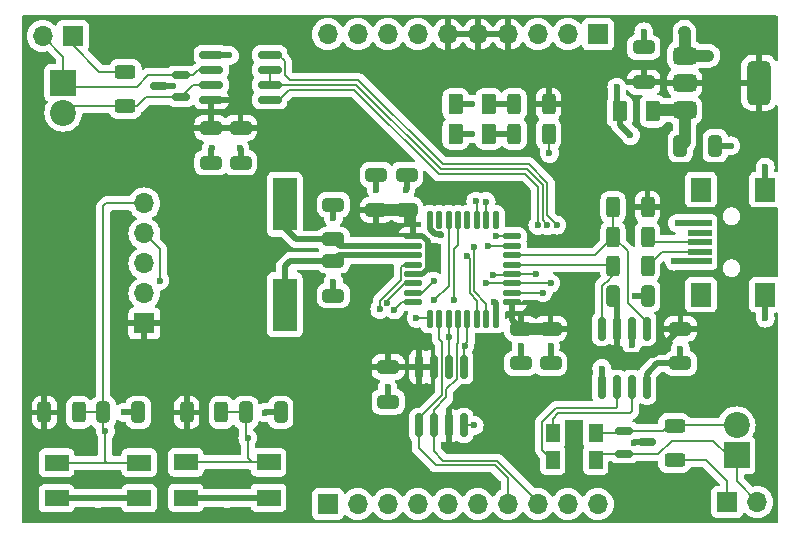
<source format=gtl>
G04 #@! TF.GenerationSoftware,KiCad,Pcbnew,8.0.2*
G04 #@! TF.CreationDate,2024-05-12T15:56:13+02:00*
G04 #@! TF.ProjectId,LimbusOne,4c696d62-7573-44f6-9e65-2e6b69636164,v.0.1*
G04 #@! TF.SameCoordinates,Original*
G04 #@! TF.FileFunction,Copper,L1,Top*
G04 #@! TF.FilePolarity,Positive*
%FSLAX46Y46*%
G04 Gerber Fmt 4.6, Leading zero omitted, Abs format (unit mm)*
G04 Created by KiCad (PCBNEW 8.0.2) date 2024-05-12 15:56:13*
%MOMM*%
%LPD*%
G01*
G04 APERTURE LIST*
G04 Aperture macros list*
%AMRoundRect*
0 Rectangle with rounded corners*
0 $1 Rounding radius*
0 $2 $3 $4 $5 $6 $7 $8 $9 X,Y pos of 4 corners*
0 Add a 4 corners polygon primitive as box body*
4,1,4,$2,$3,$4,$5,$6,$7,$8,$9,$2,$3,0*
0 Add four circle primitives for the rounded corners*
1,1,$1+$1,$2,$3*
1,1,$1+$1,$4,$5*
1,1,$1+$1,$6,$7*
1,1,$1+$1,$8,$9*
0 Add four rect primitives between the rounded corners*
20,1,$1+$1,$2,$3,$4,$5,0*
20,1,$1+$1,$4,$5,$6,$7,0*
20,1,$1+$1,$6,$7,$8,$9,0*
20,1,$1+$1,$8,$9,$2,$3,0*%
G04 Aperture macros list end*
G04 #@! TA.AperFunction,SMDPad,CuDef*
%ADD10R,2.000000X1.400000*%
G04 #@! TD*
G04 #@! TA.AperFunction,SMDPad,CuDef*
%ADD11RoundRect,0.250000X-0.650000X0.325000X-0.650000X-0.325000X0.650000X-0.325000X0.650000X0.325000X0*%
G04 #@! TD*
G04 #@! TA.AperFunction,ComponentPad*
%ADD12R,1.700000X1.700000*%
G04 #@! TD*
G04 #@! TA.AperFunction,ComponentPad*
%ADD13O,1.700000X1.700000*%
G04 #@! TD*
G04 #@! TA.AperFunction,SMDPad,CuDef*
%ADD14RoundRect,0.250000X0.650000X-0.325000X0.650000X0.325000X-0.650000X0.325000X-0.650000X-0.325000X0*%
G04 #@! TD*
G04 #@! TA.AperFunction,SMDPad,CuDef*
%ADD15RoundRect,0.125000X-0.625000X-0.125000X0.625000X-0.125000X0.625000X0.125000X-0.625000X0.125000X0*%
G04 #@! TD*
G04 #@! TA.AperFunction,SMDPad,CuDef*
%ADD16RoundRect,0.125000X-0.125000X-0.625000X0.125000X-0.625000X0.125000X0.625000X-0.125000X0.625000X0*%
G04 #@! TD*
G04 #@! TA.AperFunction,SMDPad,CuDef*
%ADD17RoundRect,0.250000X-0.312500X-0.625000X0.312500X-0.625000X0.312500X0.625000X-0.312500X0.625000X0*%
G04 #@! TD*
G04 #@! TA.AperFunction,SMDPad,CuDef*
%ADD18RoundRect,0.250000X-0.325000X-0.650000X0.325000X-0.650000X0.325000X0.650000X-0.325000X0.650000X0*%
G04 #@! TD*
G04 #@! TA.AperFunction,SMDPad,CuDef*
%ADD19R,1.150000X1.550000*%
G04 #@! TD*
G04 #@! TA.AperFunction,SMDPad,CuDef*
%ADD20RoundRect,0.150000X-0.587500X-0.150000X0.587500X-0.150000X0.587500X0.150000X-0.587500X0.150000X0*%
G04 #@! TD*
G04 #@! TA.AperFunction,SMDPad,CuDef*
%ADD21RoundRect,0.250000X0.325000X0.650000X-0.325000X0.650000X-0.325000X-0.650000X0.325000X-0.650000X0*%
G04 #@! TD*
G04 #@! TA.AperFunction,SMDPad,CuDef*
%ADD22R,2.000000X0.500000*%
G04 #@! TD*
G04 #@! TA.AperFunction,SMDPad,CuDef*
%ADD23R,1.700000X2.000000*%
G04 #@! TD*
G04 #@! TA.AperFunction,SMDPad,CuDef*
%ADD24RoundRect,0.150000X-0.150000X0.825000X-0.150000X-0.825000X0.150000X-0.825000X0.150000X0.825000X0*%
G04 #@! TD*
G04 #@! TA.AperFunction,SMDPad,CuDef*
%ADD25RoundRect,0.250000X0.312500X0.625000X-0.312500X0.625000X-0.312500X-0.625000X0.312500X-0.625000X0*%
G04 #@! TD*
G04 #@! TA.AperFunction,SMDPad,CuDef*
%ADD26RoundRect,0.150000X0.150000X-0.825000X0.150000X0.825000X-0.150000X0.825000X-0.150000X-0.825000X0*%
G04 #@! TD*
G04 #@! TA.AperFunction,ComponentPad*
%ADD27R,2.200000X2.200000*%
G04 #@! TD*
G04 #@! TA.AperFunction,ComponentPad*
%ADD28C,2.200000*%
G04 #@! TD*
G04 #@! TA.AperFunction,SMDPad,CuDef*
%ADD29RoundRect,0.250000X0.375000X0.625000X-0.375000X0.625000X-0.375000X-0.625000X0.375000X-0.625000X0*%
G04 #@! TD*
G04 #@! TA.AperFunction,SMDPad,CuDef*
%ADD30R,2.000000X4.500000*%
G04 #@! TD*
G04 #@! TA.AperFunction,SMDPad,CuDef*
%ADD31RoundRect,0.250000X-0.625000X0.312500X-0.625000X-0.312500X0.625000X-0.312500X0.625000X0.312500X0*%
G04 #@! TD*
G04 #@! TA.AperFunction,SMDPad,CuDef*
%ADD32RoundRect,0.250000X0.625000X-0.312500X0.625000X0.312500X-0.625000X0.312500X-0.625000X-0.312500X0*%
G04 #@! TD*
G04 #@! TA.AperFunction,SMDPad,CuDef*
%ADD33RoundRect,0.150000X0.587500X0.150000X-0.587500X0.150000X-0.587500X-0.150000X0.587500X-0.150000X0*%
G04 #@! TD*
G04 #@! TA.AperFunction,SMDPad,CuDef*
%ADD34RoundRect,0.250000X-0.375000X-0.625000X0.375000X-0.625000X0.375000X0.625000X-0.375000X0.625000X0*%
G04 #@! TD*
G04 #@! TA.AperFunction,SMDPad,CuDef*
%ADD35RoundRect,0.375000X-0.625000X-0.375000X0.625000X-0.375000X0.625000X0.375000X-0.625000X0.375000X0*%
G04 #@! TD*
G04 #@! TA.AperFunction,SMDPad,CuDef*
%ADD36RoundRect,0.500000X-0.500000X-1.400000X0.500000X-1.400000X0.500000X1.400000X-0.500000X1.400000X0*%
G04 #@! TD*
G04 #@! TA.AperFunction,SMDPad,CuDef*
%ADD37RoundRect,0.150000X0.825000X0.150000X-0.825000X0.150000X-0.825000X-0.150000X0.825000X-0.150000X0*%
G04 #@! TD*
G04 #@! TA.AperFunction,ViaPad*
%ADD38C,0.600000*%
G04 #@! TD*
G04 #@! TA.AperFunction,Conductor*
%ADD39C,0.500000*%
G04 #@! TD*
G04 #@! TA.AperFunction,Conductor*
%ADD40C,1.000000*%
G04 #@! TD*
G04 #@! TA.AperFunction,Conductor*
%ADD41C,0.200000*%
G04 #@! TD*
G04 APERTURE END LIST*
D10*
X50388400Y-73229600D03*
X43388400Y-73229600D03*
X50388400Y-70229600D03*
X43388400Y-70229600D03*
X39441000Y-73255000D03*
X32441000Y-73255000D03*
X39441000Y-70255000D03*
X32441000Y-70255000D03*
D11*
X62082000Y-45907999D03*
X62082000Y-48858001D03*
D12*
X39878000Y-58463000D03*
D13*
X39878000Y-55923000D03*
X39878000Y-53383000D03*
X39878000Y-50843000D03*
X39878000Y-48303000D03*
D14*
X85267000Y-61858001D03*
X85267000Y-58907999D03*
D12*
X78267000Y-33985200D03*
D13*
X75727000Y-33985200D03*
X73187001Y-33985200D03*
X70647000Y-33985200D03*
X68107000Y-33985200D03*
X65567000Y-33985200D03*
X63027000Y-33985200D03*
X60486999Y-33985200D03*
X57947000Y-33985200D03*
X55407000Y-33985200D03*
D15*
X62657000Y-51083000D03*
X62657000Y-51883000D03*
X62657000Y-52683000D03*
X62657000Y-53483000D03*
X62657000Y-54283000D03*
X62657000Y-55083000D03*
X62657000Y-55883000D03*
X62657000Y-56683000D03*
D16*
X64032000Y-58058000D03*
X64832000Y-58058000D03*
X65632000Y-58058000D03*
X66432000Y-58058000D03*
X67232000Y-58058000D03*
X68032000Y-58058000D03*
X68832000Y-58058000D03*
X69632000Y-58058000D03*
D15*
X71007000Y-56683000D03*
X71007000Y-55883000D03*
X71007000Y-55083000D03*
X71007000Y-54283000D03*
X71007000Y-53483000D03*
X71007000Y-52683000D03*
X71007000Y-51883000D03*
X71007000Y-51083000D03*
D16*
X69632000Y-49708000D03*
X68832000Y-49708000D03*
X68032000Y-49708000D03*
X67232000Y-49708000D03*
X66432000Y-49708000D03*
X65632000Y-49708000D03*
X64832000Y-49708000D03*
X64032000Y-49708000D03*
D17*
X79554500Y-48633000D03*
X82479500Y-48633000D03*
D18*
X85265999Y-43434000D03*
X88216001Y-43434000D03*
D19*
X74442000Y-70008000D03*
X78092000Y-70008000D03*
X78092000Y-67758000D03*
X74442000Y-67758000D03*
D20*
X80517000Y-67593000D03*
X80517000Y-69493000D03*
X82392001Y-68543000D03*
D12*
X89227000Y-73593000D03*
D13*
X91767000Y-73593000D03*
D17*
X71181500Y-39918000D03*
X74106500Y-39918000D03*
D21*
X82492001Y-56133000D03*
X79541999Y-56133000D03*
D22*
X86892000Y-53183000D03*
X86892000Y-52383000D03*
X86892000Y-51583000D03*
X86892000Y-50783000D03*
X86892000Y-49983000D03*
D23*
X86992000Y-56033000D03*
X92442000Y-56033000D03*
X86992000Y-47133000D03*
X92442000Y-47133000D03*
D12*
X33807000Y-34133000D03*
D13*
X31267000Y-34133000D03*
D11*
X59517000Y-45907999D03*
X59517000Y-48858001D03*
D18*
X48464200Y-66009000D03*
X51414200Y-66009000D03*
D17*
X71181500Y-42418000D03*
X74106500Y-42418000D03*
D24*
X82422000Y-58908000D03*
X81152000Y-58908000D03*
X79882000Y-58908000D03*
X78612000Y-58908000D03*
X78612000Y-63858000D03*
X79882000Y-63858000D03*
X81152000Y-63858000D03*
X82422000Y-63858000D03*
D11*
X55880000Y-48407999D03*
X55880000Y-51358001D03*
D25*
X46401700Y-66009000D03*
X43476700Y-66009000D03*
D14*
X74267000Y-61858001D03*
X74267000Y-58907999D03*
D26*
X63112000Y-67108000D03*
X64382000Y-67108000D03*
X65652000Y-67108000D03*
X66922000Y-67108000D03*
X66922000Y-62158000D03*
X65652000Y-62158000D03*
X64382000Y-62158000D03*
X63112000Y-62158000D03*
D14*
X48017000Y-44858001D03*
X48017000Y-41907999D03*
D27*
X90017000Y-69633000D03*
D28*
X90017000Y-67093000D03*
D29*
X82933999Y-40513000D03*
X80134001Y-40513000D03*
D14*
X55880000Y-56108001D03*
X55880000Y-53157999D03*
D30*
X51767000Y-48383000D03*
X51767000Y-56883000D03*
D25*
X34336700Y-66009000D03*
X31411700Y-66009000D03*
D31*
X38267000Y-37170500D03*
X38267000Y-40095500D03*
D14*
X45517000Y-44858001D03*
X45517000Y-41907999D03*
D32*
X84767000Y-70055500D03*
X84767000Y-67130500D03*
D33*
X42954500Y-39333000D03*
X42954500Y-37433000D03*
X41079499Y-38383000D03*
D14*
X60517000Y-65108001D03*
X60517000Y-62157999D03*
D34*
X66244000Y-39918000D03*
X69044000Y-39918000D03*
D35*
X85623000Y-35800000D03*
X85623001Y-38100000D03*
D36*
X91922999Y-38100000D03*
D35*
X85623000Y-40400000D03*
D14*
X71753573Y-61858001D03*
X71753573Y-58907999D03*
D18*
X36399200Y-66009000D03*
X39349200Y-66009000D03*
D12*
X55407000Y-73761600D03*
D13*
X57947000Y-73761600D03*
X60486999Y-73761600D03*
X63027000Y-73761600D03*
X65567000Y-73761600D03*
X68107000Y-73761600D03*
X70647000Y-73761600D03*
X73187001Y-73761600D03*
X75727000Y-73761600D03*
X78267000Y-73761600D03*
D34*
X66244001Y-42418000D03*
X69043999Y-42418000D03*
D27*
X33017000Y-38093000D03*
D28*
X33017000Y-40633000D03*
D25*
X82479500Y-53633000D03*
X79554500Y-53633000D03*
X82479500Y-51133000D03*
X79554500Y-51133000D03*
D37*
X50492000Y-39538000D03*
X50492000Y-38268000D03*
X50492000Y-36998000D03*
X50492000Y-35728000D03*
X45542000Y-35728000D03*
X45542000Y-36998000D03*
X45542000Y-38268000D03*
X45542000Y-39538000D03*
D14*
X82169000Y-38051001D03*
X82169000Y-35100999D03*
D38*
X67644000Y-39918000D03*
X81152000Y-60268000D03*
X35941000Y-73279000D03*
X38125400Y-65989200D03*
X71767000Y-60383000D03*
X47967000Y-43633000D03*
X81407000Y-56133000D03*
X45567000Y-43633000D03*
X55880000Y-49530000D03*
X47067000Y-35783000D03*
X59517000Y-47133000D03*
X60467000Y-63883000D03*
X82169000Y-33782000D03*
X85598000Y-33782000D03*
X46863000Y-73279000D03*
X92442000Y-45226000D03*
X67792600Y-67106800D03*
X92442000Y-58025000D03*
X87630000Y-35814000D03*
X85039200Y-49987200D03*
X55880000Y-54923000D03*
X74267000Y-60383000D03*
X50063400Y-66014600D03*
X62017000Y-47133000D03*
X69517000Y-56633000D03*
X42267000Y-38383000D03*
X67644000Y-42418000D03*
X65011880Y-50956184D03*
X89535000Y-43434000D03*
X85267000Y-60633000D03*
X78612000Y-62288000D03*
X81342000Y-68558000D03*
X69672200Y-51083000D03*
X41173400Y-54838600D03*
X69011800Y-51883000D03*
X36576000Y-67564000D03*
X59814678Y-57278849D03*
X66989165Y-60358839D03*
X62890400Y-58039000D03*
X64389000Y-54889400D03*
X74168000Y-44069000D03*
X60440500Y-56780501D03*
X48641000Y-68199000D03*
X61040500Y-57328863D03*
X67811800Y-52019200D03*
X65652000Y-59588400D03*
X74003507Y-50168153D03*
X73609200Y-55880000D03*
X66090800Y-56523000D03*
X67211800Y-52722539D03*
X74269600Y-55067200D03*
X74803000Y-50139600D03*
X68808600Y-55041800D03*
X73203519Y-50163314D03*
X73075800Y-54305200D03*
X69418200Y-54330600D03*
X67945000Y-48133000D03*
X68808600Y-48158400D03*
X64389000Y-56523000D03*
X84734400Y-53187600D03*
X79883000Y-38481000D03*
X81026000Y-42545000D03*
D39*
X86892000Y-49983000D02*
X85043400Y-49983000D01*
X85043400Y-49983000D02*
X85039200Y-49987200D01*
X45517000Y-43683000D02*
X45567000Y-43633000D01*
X81152000Y-60268000D02*
X81152000Y-58908000D01*
X48017000Y-44858001D02*
X48017000Y-43683000D01*
D40*
X87616000Y-35800000D02*
X87630000Y-35814000D01*
D39*
X60517000Y-65108001D02*
X60517000Y-63933000D01*
X35941000Y-73279000D02*
X35917000Y-73255000D01*
X41079499Y-38383000D02*
X42267000Y-38383000D01*
X47012000Y-35728000D02*
X47067000Y-35783000D01*
X39349200Y-66009000D02*
X38145200Y-66009000D01*
X78612000Y-62288000D02*
X78612000Y-63858000D01*
X64465362Y-50908000D02*
X64032000Y-50474638D01*
X48017000Y-43683000D02*
X47967000Y-43633000D01*
X45517000Y-44858001D02*
X45517000Y-43683000D01*
X45542000Y-35728000D02*
X47012000Y-35728000D01*
X59517000Y-45907999D02*
X59517000Y-47133000D01*
X55880000Y-54923000D02*
X55880000Y-56108001D01*
X92456000Y-45212000D02*
X92442000Y-45226000D01*
X66244000Y-39918000D02*
X67644000Y-39918000D01*
X92442000Y-47133000D02*
X92442000Y-45226000D01*
X82422000Y-62728000D02*
X82422000Y-63858000D01*
X85267000Y-61858001D02*
X83291999Y-61858001D01*
X55880000Y-49530000D02*
X55880000Y-48407999D01*
X62082000Y-47068000D02*
X62017000Y-47133000D01*
X51414200Y-66009000D02*
X50069000Y-66009000D01*
D41*
X50069000Y-66009000D02*
X50063400Y-66014600D01*
D40*
X85623000Y-35800000D02*
X87616000Y-35800000D01*
X85623000Y-35800000D02*
X85623000Y-33807000D01*
D39*
X60517000Y-63933000D02*
X60467000Y-63883000D01*
X88216001Y-43434000D02*
X89535000Y-43434000D01*
X69632000Y-56748000D02*
X69517000Y-56633000D01*
D41*
X38145200Y-66009000D02*
X38125400Y-65989200D01*
D39*
X71753573Y-61858001D02*
X71753573Y-60396427D01*
X92442000Y-58025000D02*
X92442000Y-56033000D01*
X39441000Y-73255000D02*
X35965000Y-73255000D01*
X82169000Y-35100999D02*
X82169000Y-33782000D01*
X62082000Y-45907999D02*
X62082000Y-47068000D01*
X71753573Y-60396427D02*
X71767000Y-60383000D01*
X46813600Y-73229600D02*
X43388400Y-73229600D01*
X69632000Y-58058000D02*
X69632000Y-56748000D01*
X64963696Y-50908000D02*
X64465362Y-50908000D01*
X65011880Y-50956184D02*
X64963696Y-50908000D01*
X46863000Y-73279000D02*
X46813600Y-73229600D01*
X85267000Y-61858001D02*
X85267000Y-60633000D01*
X82492001Y-56133000D02*
X81407000Y-56133000D01*
D40*
X85623000Y-33807000D02*
X85598000Y-33782000D01*
D39*
X35917000Y-73255000D02*
X32441000Y-73255000D01*
X46912400Y-73229600D02*
X46863000Y-73279000D01*
X81357000Y-68543000D02*
X82392001Y-68543000D01*
D41*
X67792600Y-67106800D02*
X66923200Y-67106800D01*
D39*
X50388400Y-73229600D02*
X46912400Y-73229600D01*
X81342000Y-68558000D02*
X81357000Y-68543000D01*
X66244001Y-42418000D02*
X67644000Y-42418000D01*
X83291999Y-61858001D02*
X82422000Y-62728000D01*
X64032000Y-50474638D02*
X64032000Y-49708000D01*
X74267000Y-61858001D02*
X74267000Y-60383000D01*
X35965000Y-73255000D02*
X35941000Y-73279000D01*
D41*
X66923200Y-67106800D02*
X66922000Y-67108000D01*
D40*
X85623000Y-40400000D02*
X85623000Y-43076999D01*
X83046999Y-40400000D02*
X82933999Y-40513000D01*
X85623000Y-43076999D02*
X85265999Y-43434000D01*
X85623000Y-40400000D02*
X83046999Y-40400000D01*
D41*
X69672200Y-51083000D02*
X71007000Y-51083000D01*
X69011800Y-51883000D02*
X71007000Y-51883000D01*
X41173400Y-54838600D02*
X41173400Y-52138400D01*
X41173400Y-52138400D02*
X39878000Y-50843000D01*
D39*
X80267000Y-61133000D02*
X79882000Y-60748000D01*
X71007000Y-58161426D02*
X71753573Y-58907999D01*
X63423638Y-51083000D02*
X62657000Y-51083000D01*
X83041999Y-61133000D02*
X80267000Y-61133000D01*
X62657000Y-49433001D02*
X62082000Y-48858001D01*
D40*
X59517000Y-48858001D02*
X62082000Y-48858001D01*
D39*
X63857000Y-51516362D02*
X63423638Y-51083000D01*
X62657000Y-54283000D02*
X63423638Y-54283000D01*
X79882000Y-60748000D02*
X79882000Y-58908000D01*
D40*
X74267000Y-58907999D02*
X71753573Y-58907999D01*
D39*
X71007000Y-56683000D02*
X71007000Y-58161426D01*
X79882000Y-56473001D02*
X79541999Y-56133000D01*
X79882000Y-58908000D02*
X79882000Y-56473001D01*
X62657000Y-51083000D02*
X62657000Y-49433001D01*
X63857000Y-53849638D02*
X63857000Y-51516362D01*
X63423638Y-54283000D02*
X63857000Y-53849638D01*
X85267000Y-58907999D02*
X83041999Y-61133000D01*
D41*
X39878000Y-48303000D02*
X36660000Y-48303000D01*
X59814678Y-57278849D02*
X59814678Y-56557793D01*
X34336700Y-66009000D02*
X36399200Y-66009000D01*
X36727000Y-70255000D02*
X36576000Y-70104000D01*
X36660000Y-48303000D02*
X36399200Y-48563800D01*
X36399200Y-48563800D02*
X36399200Y-66009000D01*
X36576000Y-67564000D02*
X36399200Y-67387200D01*
X59814678Y-56557793D02*
X61607000Y-54765471D01*
X36576000Y-70104000D02*
X36576000Y-67564000D01*
X61607000Y-53709000D02*
X61833000Y-53483000D01*
X32441000Y-70255000D02*
X36957000Y-70255000D01*
X61607000Y-54765471D02*
X61607000Y-53709000D01*
X61833000Y-53483000D02*
X62657000Y-53483000D01*
X36399200Y-67387200D02*
X36399200Y-66009000D01*
X39441000Y-70255000D02*
X36957000Y-70255000D01*
X36957000Y-70255000D02*
X36727000Y-70255000D01*
X66989165Y-60264835D02*
X67232000Y-60022000D01*
X67232000Y-60022000D02*
X67232000Y-58058000D01*
X66922000Y-60426004D02*
X66922000Y-62158000D01*
X66989165Y-60358839D02*
X66922000Y-60426004D01*
X66989165Y-60358839D02*
X66989165Y-60264835D01*
X66922000Y-62158000D02*
X66929000Y-62165000D01*
X66432000Y-58058000D02*
X66432000Y-60136200D01*
X65449400Y-64014400D02*
X65449400Y-64732486D01*
X69722514Y-70085000D02*
X65182800Y-70085000D01*
X66432000Y-60136200D02*
X66319400Y-60248800D01*
X64382000Y-65799886D02*
X64382000Y-67108000D01*
X66319400Y-63144400D02*
X65449400Y-64014400D01*
X66319400Y-60248800D02*
X66319400Y-63144400D01*
X65449400Y-64732486D02*
X64382000Y-65799886D01*
X64382000Y-69284200D02*
X64382000Y-67108000D01*
X73187001Y-73761600D02*
X73187001Y-73549487D01*
X65182800Y-70085000D02*
X64382000Y-69284200D01*
X73187001Y-73549487D02*
X69722514Y-70085000D01*
X62890400Y-58039000D02*
X64013000Y-58039000D01*
X64013000Y-58039000D02*
X64032000Y-58058000D01*
X74106500Y-44007500D02*
X74106500Y-42418000D01*
X62657000Y-55883000D02*
X63406999Y-55883000D01*
X63406999Y-55883000D02*
X64389000Y-54900999D01*
X64389000Y-54900999D02*
X64389000Y-54889400D01*
X74168000Y-44069000D02*
X74106500Y-44007500D01*
X60440500Y-56780501D02*
X60440500Y-56549501D01*
X50388400Y-70229600D02*
X49020600Y-70229600D01*
X60440500Y-56549501D02*
X61907001Y-55083000D01*
X49020600Y-70229600D02*
X48641000Y-69850000D01*
X48641000Y-68199000D02*
X48464200Y-68022200D01*
X48641000Y-69850000D02*
X48641000Y-68199000D01*
X48464200Y-66009000D02*
X46401700Y-66009000D01*
X43388400Y-70229600D02*
X49020600Y-70229600D01*
X48464200Y-68022200D02*
X48464200Y-66009000D01*
X61907001Y-55083000D02*
X62657000Y-55083000D01*
X65049400Y-64566800D02*
X65049400Y-60020200D01*
X64541400Y-70485000D02*
X63112000Y-69055600D01*
X65049400Y-60020200D02*
X64832000Y-59802800D01*
X64832000Y-59802800D02*
X64832000Y-58058000D01*
X63112000Y-69055600D02*
X63112000Y-67108000D01*
X63112000Y-67108000D02*
X63112000Y-66504200D01*
X69556828Y-70485000D02*
X64541400Y-70485000D01*
X70647000Y-71575172D02*
X69556828Y-70485000D01*
X63112000Y-66504200D02*
X65049400Y-64566800D01*
X70647000Y-73761600D02*
X70647000Y-71575172D01*
X61686363Y-56683000D02*
X62657000Y-56683000D01*
X61040500Y-57328863D02*
X61686363Y-56683000D01*
X68832000Y-56785514D02*
X68832000Y-58058000D01*
X67811800Y-52019200D02*
X67811800Y-55765314D01*
X67811800Y-55765314D02*
X68832000Y-56785514D01*
X65652000Y-58078000D02*
X65632000Y-58058000D01*
X65652000Y-59588400D02*
X65652000Y-58078000D01*
X65652000Y-59588400D02*
X65652000Y-62158000D01*
X79554500Y-51133000D02*
X78004500Y-52683000D01*
X79554500Y-48633000D02*
X79554500Y-51133000D01*
X78004500Y-52683000D02*
X71007000Y-52683000D01*
X82422000Y-58386529D02*
X80797400Y-56761929D01*
X80797400Y-52375900D02*
X79554500Y-51133000D01*
X80797400Y-56761929D02*
X80797400Y-52375900D01*
X82422000Y-58908000D02*
X82422000Y-58386529D01*
X57819114Y-38268000D02*
X64959915Y-45408800D01*
X72300514Y-45408800D02*
X73603519Y-46711805D01*
X73603519Y-49714785D02*
X74003507Y-50114773D01*
X73606200Y-55883000D02*
X71007000Y-55883000D01*
X73603519Y-46711805D02*
X73603519Y-49714785D01*
X50492000Y-38268000D02*
X50492000Y-36998000D01*
X74003507Y-50114773D02*
X74003507Y-50168153D01*
X50492000Y-38268000D02*
X57819114Y-38268000D01*
X64959915Y-45408800D02*
X72300514Y-45408800D01*
X73609200Y-55880000D02*
X73606200Y-55883000D01*
X66090800Y-56523000D02*
X66090800Y-52164174D01*
X66432000Y-51822974D02*
X66432000Y-49708000D01*
X66090800Y-52164174D02*
X66432000Y-51822974D01*
X67411800Y-52922539D02*
X67411800Y-55931000D01*
X67211800Y-52722539D02*
X67411800Y-52922539D01*
X68032000Y-56551200D02*
X68032000Y-58058000D01*
X67411800Y-55931000D02*
X68032000Y-56551200D01*
X74253800Y-55083000D02*
X71007000Y-55083000D01*
X70965800Y-55041800D02*
X71007000Y-55083000D01*
X74003519Y-49319636D02*
X74803000Y-50119117D01*
X57984800Y-37868000D02*
X65125601Y-45008800D01*
X72466200Y-45008800D02*
X74003519Y-46546120D01*
X51222000Y-35728000D02*
X51767000Y-36273000D01*
X74269600Y-55067200D02*
X74253800Y-55083000D01*
X74003519Y-46546120D02*
X74003519Y-49319636D01*
X65125601Y-45008800D02*
X72466200Y-45008800D01*
X74803000Y-50119117D02*
X74803000Y-50139600D01*
X50492000Y-35728000D02*
X51222000Y-35728000D01*
X51767000Y-37416000D02*
X52219000Y-37868000D01*
X52219000Y-37868000D02*
X57984800Y-37868000D01*
X68808600Y-55041800D02*
X70965800Y-55041800D01*
X51767000Y-36273000D02*
X51767000Y-37416000D01*
X64794230Y-45808800D02*
X72123200Y-45808800D01*
X69418200Y-54330600D02*
X70959400Y-54330600D01*
X73053600Y-54283000D02*
X71007000Y-54283000D01*
X73203519Y-46889119D02*
X73203519Y-50163314D01*
X72123200Y-45808800D02*
X73203519Y-46889119D01*
X70959400Y-54330600D02*
X71007000Y-54283000D01*
X52137000Y-38668000D02*
X57653430Y-38668000D01*
X51267000Y-39538000D02*
X52137000Y-38668000D01*
X57653430Y-38668000D02*
X64794230Y-45808800D01*
X73075800Y-54305200D02*
X73053600Y-54283000D01*
X50492000Y-39538000D02*
X51267000Y-39538000D01*
X79007257Y-54933000D02*
X79554500Y-54385757D01*
X78612000Y-55303255D02*
X78982255Y-54933000D01*
X78982255Y-54933000D02*
X79007257Y-54933000D01*
X78612000Y-58908000D02*
X78612000Y-55303255D01*
X79404500Y-53483000D02*
X79554500Y-53633000D01*
X71007000Y-53483000D02*
X79404500Y-53483000D01*
X79554500Y-54385757D02*
X79554500Y-53633000D01*
X68032000Y-48220000D02*
X67945000Y-48133000D01*
X68032000Y-49708000D02*
X68032000Y-48220000D01*
X68832000Y-49708000D02*
X68832000Y-48181800D01*
X68832000Y-48181800D02*
X68808600Y-48158400D01*
X64389000Y-56523000D02*
X65632000Y-55280000D01*
X65632000Y-55280000D02*
X65632000Y-49708000D01*
D39*
X69043999Y-42418000D02*
X71181500Y-42418000D01*
D41*
X90017000Y-69633000D02*
X89267000Y-69633000D01*
X90017000Y-71843000D02*
X90017000Y-69633000D01*
X91767000Y-73593000D02*
X90017000Y-71843000D01*
X80517000Y-69493000D02*
X78112000Y-69493000D01*
X83407000Y-69493000D02*
X80517000Y-69493000D01*
X89267000Y-69633000D02*
X88017000Y-68383000D01*
X88017000Y-68383000D02*
X84517000Y-68383000D01*
X78112000Y-69493000D02*
X78107000Y-69498000D01*
X84517000Y-68383000D02*
X83407000Y-69493000D01*
X74767000Y-65633000D02*
X79767000Y-65633000D01*
X73567000Y-66833000D02*
X74767000Y-65633000D01*
X79767000Y-65633000D02*
X79882000Y-65518000D01*
X74442000Y-70008000D02*
X74392000Y-70008000D01*
X79882000Y-65518000D02*
X79882000Y-63858000D01*
X74392000Y-70008000D02*
X73567000Y-69183000D01*
X73567000Y-69183000D02*
X73567000Y-66833000D01*
X74442000Y-67758000D02*
X74442000Y-66523686D01*
X74442000Y-66523686D02*
X74932686Y-66033000D01*
X81152000Y-65914000D02*
X81152000Y-63858000D01*
X74932686Y-66033000D02*
X81033000Y-66033000D01*
X81033000Y-66033000D02*
X81152000Y-65914000D01*
X82479500Y-53633000D02*
X83729500Y-52383000D01*
X83729500Y-52383000D02*
X86892000Y-52383000D01*
X82479500Y-51133000D02*
X82929500Y-51583000D01*
X82929500Y-51583000D02*
X86892000Y-51583000D01*
X36054500Y-37170500D02*
X38267000Y-37170500D01*
X33807000Y-34133000D02*
X33807000Y-34923000D01*
X33807000Y-34923000D02*
X36054500Y-37170500D01*
X42954500Y-37433000D02*
X40217000Y-37433000D01*
X33341447Y-38417447D02*
X33017000Y-38093000D01*
X42954500Y-37433000D02*
X44017000Y-37433000D01*
X44452000Y-36998000D02*
X45542000Y-36998000D01*
X33017000Y-35883000D02*
X33017000Y-38093000D01*
X31267000Y-34133000D02*
X33017000Y-35883000D01*
X39232553Y-38417447D02*
X33341447Y-38417447D01*
X44017000Y-37433000D02*
X44452000Y-36998000D01*
X40217000Y-37433000D02*
X39232553Y-38417447D01*
X87439500Y-70055500D02*
X89227000Y-71843000D01*
X89227000Y-71843000D02*
X89227000Y-73593000D01*
X84767000Y-70055500D02*
X87439500Y-70055500D01*
D39*
X86887400Y-53187600D02*
X86892000Y-53183000D01*
X84734400Y-53187600D02*
X86887400Y-53187600D01*
X79883000Y-38481000D02*
X79883000Y-40261999D01*
X79883000Y-40261999D02*
X80134001Y-40513000D01*
X80134001Y-41653001D02*
X81026000Y-42545000D01*
X80134001Y-40513000D02*
X80134001Y-41653001D01*
D41*
X38254500Y-40083000D02*
X38267000Y-40095500D01*
X42954500Y-39333000D02*
X44019500Y-38268000D01*
X42954500Y-39333000D02*
X40017000Y-39333000D01*
X44019500Y-38268000D02*
X45542000Y-38268000D01*
X39254500Y-40095500D02*
X38267000Y-40095500D01*
X40017000Y-39333000D02*
X39254500Y-40095500D01*
X33017000Y-40633000D02*
X33567000Y-40083000D01*
X33567000Y-40083000D02*
X38254500Y-40083000D01*
X90017000Y-67093000D02*
X84804500Y-67093000D01*
X80517000Y-67593000D02*
X80057000Y-67593000D01*
X84804500Y-67093000D02*
X84767000Y-67130500D01*
X79882000Y-67768000D02*
X78107000Y-67768000D01*
X80057000Y-67593000D02*
X79882000Y-67768000D01*
X83807000Y-67593000D02*
X80517000Y-67593000D01*
X84269500Y-67130500D02*
X83807000Y-67593000D01*
X84767000Y-67130500D02*
X84269500Y-67130500D01*
D39*
X69044000Y-39918000D02*
X71181500Y-39918000D01*
X52742001Y-51358001D02*
X55880000Y-51358001D01*
X62657000Y-51883000D02*
X56404999Y-51883000D01*
X51767000Y-48383000D02*
X51767000Y-50383000D01*
X56404999Y-51883000D02*
X55880000Y-51358001D01*
X51767000Y-50383000D02*
X52742001Y-51358001D01*
X56354999Y-52683000D02*
X55880000Y-53157999D01*
X51767000Y-56883000D02*
X51767000Y-53633000D01*
X51767000Y-53633000D02*
X52242001Y-53157999D01*
X62657000Y-52683000D02*
X56354999Y-52683000D01*
X52242001Y-53157999D02*
X55880000Y-53157999D01*
G04 #@! TA.AperFunction,Conductor*
G36*
X64098718Y-51565635D02*
G01*
X64109862Y-51573081D01*
X64109873Y-51573087D01*
X64246444Y-51629656D01*
X64246449Y-51629658D01*
X64246453Y-51629658D01*
X64246454Y-51629659D01*
X64391441Y-51658500D01*
X64391444Y-51658500D01*
X64589276Y-51658500D01*
X64655247Y-51677505D01*
X64662358Y-51681973D01*
X64832625Y-51741552D01*
X64832630Y-51741553D01*
X64921383Y-51751553D01*
X64985797Y-51778619D01*
X65025352Y-51836214D01*
X65031500Y-51874773D01*
X65031500Y-54123340D01*
X65011815Y-54190379D01*
X64959011Y-54236134D01*
X64889853Y-54246078D01*
X64841528Y-54228334D01*
X64738523Y-54163611D01*
X64568254Y-54104031D01*
X64568249Y-54104030D01*
X64389004Y-54083835D01*
X64388996Y-54083835D01*
X64209750Y-54104030D01*
X64209745Y-54104031D01*
X64067099Y-54153946D01*
X63997320Y-54157507D01*
X63936692Y-54122778D01*
X63906809Y-54065294D01*
X63905979Y-54065536D01*
X63904768Y-54061367D01*
X63904465Y-54060785D01*
X63904215Y-54059466D01*
X63863258Y-53918493D01*
X63863258Y-53849302D01*
X63904709Y-53706627D01*
X63907500Y-53671163D01*
X63907499Y-53294838D01*
X63904709Y-53259373D01*
X63863519Y-53117594D01*
X63863519Y-53048405D01*
X63904707Y-52906633D01*
X63904709Y-52906627D01*
X63907500Y-52871163D01*
X63907499Y-52494838D01*
X63904709Y-52459373D01*
X63863519Y-52317595D01*
X63863519Y-52248405D01*
X63893818Y-52144115D01*
X63904709Y-52106627D01*
X63907500Y-52071163D01*
X63907499Y-51694838D01*
X63906210Y-51678464D01*
X63920573Y-51610091D01*
X63969624Y-51560334D01*
X64037789Y-51544994D01*
X64098718Y-51565635D01*
G37*
G04 #@! TD.AperFunction*
G04 #@! TA.AperFunction,Conductor*
G36*
X67641075Y-33792207D02*
G01*
X67607000Y-33919374D01*
X67607000Y-34051026D01*
X67641075Y-34178193D01*
X67673988Y-34235200D01*
X66000012Y-34235200D01*
X66032925Y-34178193D01*
X66067000Y-34051026D01*
X66067000Y-33919374D01*
X66032925Y-33792207D01*
X66000012Y-33735200D01*
X67673988Y-33735200D01*
X67641075Y-33792207D01*
G37*
G04 #@! TD.AperFunction*
G04 #@! TA.AperFunction,Conductor*
G36*
X70181075Y-33792207D02*
G01*
X70147000Y-33919374D01*
X70147000Y-34051026D01*
X70181075Y-34178193D01*
X70213988Y-34235200D01*
X68540012Y-34235200D01*
X68572925Y-34178193D01*
X68607000Y-34051026D01*
X68607000Y-33919374D01*
X68572925Y-33792207D01*
X68540012Y-33735200D01*
X70213988Y-33735200D01*
X70181075Y-33792207D01*
G37*
G04 #@! TD.AperFunction*
G04 #@! TA.AperFunction,Conductor*
G36*
X55402165Y-32390244D02*
G01*
X55410373Y-32385931D01*
X55434805Y-32383500D01*
X57919195Y-32383500D01*
X57942165Y-32390244D01*
X57950373Y-32385931D01*
X57974805Y-32383500D01*
X60459194Y-32383500D01*
X60482164Y-32390244D01*
X60490372Y-32385931D01*
X60514804Y-32383500D01*
X62999195Y-32383500D01*
X63022165Y-32390244D01*
X63030373Y-32385931D01*
X63054805Y-32383500D01*
X73159196Y-32383500D01*
X73182166Y-32390244D01*
X73190374Y-32385931D01*
X73214806Y-32383500D01*
X75699195Y-32383500D01*
X75722165Y-32390244D01*
X75730373Y-32385931D01*
X75754805Y-32383500D01*
X93392500Y-32383500D01*
X93459539Y-32403185D01*
X93505294Y-32455989D01*
X93516500Y-32507500D01*
X93516500Y-36128347D01*
X93496815Y-36195386D01*
X93444011Y-36241141D01*
X93374853Y-36251085D01*
X93311297Y-36222060D01*
X93282591Y-36185758D01*
X93262277Y-36146870D01*
X93133752Y-35989246D01*
X92976128Y-35860721D01*
X92795860Y-35766557D01*
X92600327Y-35710609D01*
X92600324Y-35710608D01*
X92480999Y-35700000D01*
X92172999Y-35700000D01*
X92172999Y-40500000D01*
X92480997Y-40500000D01*
X92480999Y-40499999D01*
X92600324Y-40489391D01*
X92600327Y-40489390D01*
X92795860Y-40433442D01*
X92976128Y-40339278D01*
X93133752Y-40210753D01*
X93262279Y-40053128D01*
X93282591Y-40014242D01*
X93331077Y-39963934D01*
X93399064Y-39947826D01*
X93464968Y-39971032D01*
X93507863Y-40026184D01*
X93516500Y-40071652D01*
X93516500Y-45513443D01*
X93496815Y-45580482D01*
X93444011Y-45626237D01*
X93379247Y-45636733D01*
X93359760Y-45634638D01*
X93339873Y-45632500D01*
X93339870Y-45632500D01*
X93322614Y-45632500D01*
X93255575Y-45612815D01*
X93209820Y-45560011D01*
X93199876Y-45490853D01*
X93205572Y-45467546D01*
X93227367Y-45405257D01*
X93227368Y-45405255D01*
X93235194Y-45335796D01*
X93247565Y-45226003D01*
X93247565Y-45225996D01*
X93227369Y-45046750D01*
X93227368Y-45046745D01*
X93175385Y-44898186D01*
X93167789Y-44876478D01*
X93153896Y-44854368D01*
X93071815Y-44723737D01*
X92944262Y-44596184D01*
X92791523Y-44500211D01*
X92621254Y-44440631D01*
X92621249Y-44440630D01*
X92442004Y-44420435D01*
X92441996Y-44420435D01*
X92262750Y-44440630D01*
X92262745Y-44440631D01*
X92092476Y-44500211D01*
X91939737Y-44596184D01*
X91812184Y-44723737D01*
X91716211Y-44876476D01*
X91656631Y-45046745D01*
X91656630Y-45046750D01*
X91636435Y-45225996D01*
X91636435Y-45226003D01*
X91656630Y-45405249D01*
X91656632Y-45405257D01*
X91678428Y-45467546D01*
X91681989Y-45537325D01*
X91647260Y-45597952D01*
X91585267Y-45630179D01*
X91561392Y-45632500D01*
X91544132Y-45632500D01*
X91544123Y-45632501D01*
X91484516Y-45638908D01*
X91349671Y-45689202D01*
X91349664Y-45689206D01*
X91234455Y-45775452D01*
X91234452Y-45775455D01*
X91148206Y-45890664D01*
X91148202Y-45890671D01*
X91097908Y-46025517D01*
X91093599Y-46065600D01*
X91091501Y-46085123D01*
X91091500Y-46085135D01*
X91091500Y-48180870D01*
X91091501Y-48180876D01*
X91097908Y-48240483D01*
X91148202Y-48375328D01*
X91148206Y-48375335D01*
X91234452Y-48490544D01*
X91234455Y-48490547D01*
X91349664Y-48576793D01*
X91349671Y-48576797D01*
X91484517Y-48627091D01*
X91484516Y-48627091D01*
X91490051Y-48627686D01*
X91544127Y-48633500D01*
X93339872Y-48633499D01*
X93379246Y-48629266D01*
X93448005Y-48641672D01*
X93499142Y-48689283D01*
X93516500Y-48752556D01*
X93516500Y-54413443D01*
X93496815Y-54480482D01*
X93444011Y-54526237D01*
X93379247Y-54536733D01*
X93366299Y-54535341D01*
X93339873Y-54532500D01*
X93339867Y-54532500D01*
X91544129Y-54532500D01*
X91544123Y-54532501D01*
X91484516Y-54538908D01*
X91349671Y-54589202D01*
X91349664Y-54589206D01*
X91234455Y-54675452D01*
X91234452Y-54675455D01*
X91148206Y-54790664D01*
X91148202Y-54790671D01*
X91097908Y-54925517D01*
X91093458Y-54966915D01*
X91091501Y-54985123D01*
X91091500Y-54985135D01*
X91091500Y-57080870D01*
X91091501Y-57080876D01*
X91097908Y-57140483D01*
X91148202Y-57275328D01*
X91148206Y-57275335D01*
X91234452Y-57390544D01*
X91234455Y-57390547D01*
X91349664Y-57476793D01*
X91349671Y-57476797D01*
X91378700Y-57487624D01*
X91484517Y-57527091D01*
X91544127Y-57533500D01*
X91567497Y-57533499D01*
X91634536Y-57553181D01*
X91680292Y-57605983D01*
X91691500Y-57657499D01*
X91691500Y-57725028D01*
X91684542Y-57765982D01*
X91656631Y-57845747D01*
X91636435Y-58024996D01*
X91636435Y-58025003D01*
X91656630Y-58204249D01*
X91656631Y-58204254D01*
X91716211Y-58374523D01*
X91812184Y-58527262D01*
X91939738Y-58654816D01*
X91962019Y-58668816D01*
X92085115Y-58746163D01*
X92092478Y-58750789D01*
X92132485Y-58764788D01*
X92262745Y-58810368D01*
X92262750Y-58810369D01*
X92441996Y-58830565D01*
X92442000Y-58830565D01*
X92442004Y-58830565D01*
X92621249Y-58810369D01*
X92621252Y-58810368D01*
X92621255Y-58810368D01*
X92791522Y-58750789D01*
X92944262Y-58654816D01*
X93071816Y-58527262D01*
X93167789Y-58374522D01*
X93227368Y-58204255D01*
X93237511Y-58114232D01*
X93247565Y-58025003D01*
X93247565Y-58024996D01*
X93227368Y-57845747D01*
X93227368Y-57845745D01*
X93199458Y-57765982D01*
X93192500Y-57725028D01*
X93192500Y-57657499D01*
X93212185Y-57590460D01*
X93264989Y-57544705D01*
X93316500Y-57533499D01*
X93339871Y-57533499D01*
X93339872Y-57533499D01*
X93379246Y-57529266D01*
X93448005Y-57541672D01*
X93499142Y-57589283D01*
X93516500Y-57652556D01*
X93516500Y-75258500D01*
X93496815Y-75325539D01*
X93444011Y-75371294D01*
X93392500Y-75382500D01*
X29641500Y-75382500D01*
X29574461Y-75362815D01*
X29528706Y-75310011D01*
X29517500Y-75258500D01*
X29517500Y-72507135D01*
X30940500Y-72507135D01*
X30940500Y-74002870D01*
X30940501Y-74002876D01*
X30946908Y-74062483D01*
X30997202Y-74197328D01*
X30997206Y-74197335D01*
X31083452Y-74312544D01*
X31083455Y-74312547D01*
X31198664Y-74398793D01*
X31198671Y-74398797D01*
X31333517Y-74449091D01*
X31333516Y-74449091D01*
X31340444Y-74449835D01*
X31393127Y-74455500D01*
X33488872Y-74455499D01*
X33548483Y-74449091D01*
X33683331Y-74398796D01*
X33798546Y-74312546D01*
X33884796Y-74197331D01*
X33894271Y-74171928D01*
X33926258Y-74086167D01*
X33968129Y-74030233D01*
X34033593Y-74005816D01*
X34042440Y-74005500D01*
X35572440Y-74005500D01*
X35613394Y-74012457D01*
X35664193Y-74030233D01*
X35761745Y-74064368D01*
X35761750Y-74064369D01*
X35940996Y-74084565D01*
X35941000Y-74084565D01*
X35941004Y-74084565D01*
X36120249Y-74064369D01*
X36120252Y-74064368D01*
X36120255Y-74064368D01*
X36268605Y-74012457D01*
X36309560Y-74005500D01*
X37839560Y-74005500D01*
X37906599Y-74025185D01*
X37952354Y-74077989D01*
X37955742Y-74086167D01*
X37997202Y-74197328D01*
X37997206Y-74197335D01*
X38083452Y-74312544D01*
X38083455Y-74312547D01*
X38198664Y-74398793D01*
X38198671Y-74398797D01*
X38333517Y-74449091D01*
X38333516Y-74449091D01*
X38340444Y-74449835D01*
X38393127Y-74455500D01*
X40488872Y-74455499D01*
X40548483Y-74449091D01*
X40683331Y-74398796D01*
X40798546Y-74312546D01*
X40884796Y-74197331D01*
X40935091Y-74062483D01*
X40941500Y-74002873D01*
X40941499Y-72507128D01*
X40938769Y-72481735D01*
X41887900Y-72481735D01*
X41887900Y-73977470D01*
X41887901Y-73977476D01*
X41894308Y-74037083D01*
X41944602Y-74171928D01*
X41944606Y-74171935D01*
X42030852Y-74287144D01*
X42030855Y-74287147D01*
X42146064Y-74373393D01*
X42146071Y-74373397D01*
X42280917Y-74423691D01*
X42280916Y-74423691D01*
X42287844Y-74424435D01*
X42340527Y-74430100D01*
X44436272Y-74430099D01*
X44495883Y-74423691D01*
X44630731Y-74373396D01*
X44745946Y-74287146D01*
X44832196Y-74171931D01*
X44864184Y-74086167D01*
X44873658Y-74060767D01*
X44915529Y-74004833D01*
X44980993Y-73980416D01*
X44989840Y-73980100D01*
X46438461Y-73980100D01*
X46504433Y-73999106D01*
X46513476Y-74004788D01*
X46513478Y-74004789D01*
X46586193Y-74030233D01*
X46683745Y-74064368D01*
X46683750Y-74064369D01*
X46862996Y-74084565D01*
X46863000Y-74084565D01*
X46863004Y-74084565D01*
X47042249Y-74064369D01*
X47042252Y-74064368D01*
X47042255Y-74064368D01*
X47212522Y-74004789D01*
X47220486Y-73999785D01*
X47221567Y-73999106D01*
X47287539Y-73980100D01*
X48786960Y-73980100D01*
X48853999Y-73999785D01*
X48899754Y-74052589D01*
X48903142Y-74060767D01*
X48944602Y-74171928D01*
X48944606Y-74171935D01*
X49030852Y-74287144D01*
X49030855Y-74287147D01*
X49146064Y-74373393D01*
X49146071Y-74373397D01*
X49280917Y-74423691D01*
X49280916Y-74423691D01*
X49287844Y-74424435D01*
X49340527Y-74430100D01*
X51436272Y-74430099D01*
X51495883Y-74423691D01*
X51630731Y-74373396D01*
X51745946Y-74287146D01*
X51832196Y-74171931D01*
X51882491Y-74037083D01*
X51888900Y-73977473D01*
X51888899Y-72481728D01*
X51882756Y-72424579D01*
X51882491Y-72422116D01*
X51832197Y-72287271D01*
X51832193Y-72287264D01*
X51745947Y-72172055D01*
X51745944Y-72172052D01*
X51630735Y-72085806D01*
X51630728Y-72085802D01*
X51495882Y-72035508D01*
X51495883Y-72035508D01*
X51436283Y-72029101D01*
X51436281Y-72029100D01*
X51436273Y-72029100D01*
X51436264Y-72029100D01*
X49340529Y-72029100D01*
X49340523Y-72029101D01*
X49280916Y-72035508D01*
X49146071Y-72085802D01*
X49146064Y-72085806D01*
X49030855Y-72172052D01*
X49030852Y-72172055D01*
X48944606Y-72287264D01*
X48944602Y-72287271D01*
X48903142Y-72398433D01*
X48861271Y-72454367D01*
X48795807Y-72478784D01*
X48786960Y-72479100D01*
X46920240Y-72479100D01*
X46906356Y-72478320D01*
X46863002Y-72473435D01*
X46862998Y-72473435D01*
X46819644Y-72478320D01*
X46805760Y-72479100D01*
X44989840Y-72479100D01*
X44922801Y-72459415D01*
X44877046Y-72406611D01*
X44873658Y-72398433D01*
X44832197Y-72287271D01*
X44832193Y-72287264D01*
X44745947Y-72172055D01*
X44745944Y-72172052D01*
X44630735Y-72085806D01*
X44630728Y-72085802D01*
X44495882Y-72035508D01*
X44495883Y-72035508D01*
X44436283Y-72029101D01*
X44436281Y-72029100D01*
X44436273Y-72029100D01*
X44436264Y-72029100D01*
X42340529Y-72029100D01*
X42340523Y-72029101D01*
X42280916Y-72035508D01*
X42146071Y-72085802D01*
X42146064Y-72085806D01*
X42030855Y-72172052D01*
X42030852Y-72172055D01*
X41944606Y-72287264D01*
X41944602Y-72287271D01*
X41894308Y-72422117D01*
X41888266Y-72478320D01*
X41887901Y-72481723D01*
X41887900Y-72481735D01*
X40938769Y-72481735D01*
X40935091Y-72447517D01*
X40927266Y-72426538D01*
X40884797Y-72312671D01*
X40884793Y-72312664D01*
X40798547Y-72197455D01*
X40798544Y-72197452D01*
X40683335Y-72111206D01*
X40683328Y-72111202D01*
X40548482Y-72060908D01*
X40548483Y-72060908D01*
X40488883Y-72054501D01*
X40488881Y-72054500D01*
X40488873Y-72054500D01*
X40488864Y-72054500D01*
X38393129Y-72054500D01*
X38393123Y-72054501D01*
X38333516Y-72060908D01*
X38198671Y-72111202D01*
X38198664Y-72111206D01*
X38083455Y-72197452D01*
X38083452Y-72197455D01*
X37997206Y-72312664D01*
X37997202Y-72312671D01*
X37955742Y-72423833D01*
X37913871Y-72479767D01*
X37848407Y-72504184D01*
X37839560Y-72504500D01*
X36172384Y-72504500D01*
X36131429Y-72497541D01*
X36120262Y-72493633D01*
X36120249Y-72493630D01*
X35941004Y-72473435D01*
X35940996Y-72473435D01*
X35761750Y-72493630D01*
X35761737Y-72493633D01*
X35750571Y-72497541D01*
X35709616Y-72504500D01*
X34042440Y-72504500D01*
X33975401Y-72484815D01*
X33929646Y-72432011D01*
X33926258Y-72423833D01*
X33884797Y-72312671D01*
X33884793Y-72312664D01*
X33798547Y-72197455D01*
X33798544Y-72197452D01*
X33683335Y-72111206D01*
X33683328Y-72111202D01*
X33548482Y-72060908D01*
X33548483Y-72060908D01*
X33488883Y-72054501D01*
X33488881Y-72054500D01*
X33488873Y-72054500D01*
X33488864Y-72054500D01*
X31393129Y-72054500D01*
X31393123Y-72054501D01*
X31333516Y-72060908D01*
X31198671Y-72111202D01*
X31198664Y-72111206D01*
X31083455Y-72197452D01*
X31083452Y-72197455D01*
X30997206Y-72312664D01*
X30997202Y-72312671D01*
X30946908Y-72447517D01*
X30941195Y-72500664D01*
X30940501Y-72507123D01*
X30940500Y-72507135D01*
X29517500Y-72507135D01*
X29517500Y-69507127D01*
X30940500Y-69507127D01*
X30940500Y-71002870D01*
X30940501Y-71002871D01*
X30946908Y-71062483D01*
X30997202Y-71197328D01*
X30997206Y-71197335D01*
X31083452Y-71312544D01*
X31083455Y-71312547D01*
X31198664Y-71398793D01*
X31198671Y-71398797D01*
X31333517Y-71449091D01*
X31333516Y-71449091D01*
X31340444Y-71449835D01*
X31393127Y-71455500D01*
X33488872Y-71455499D01*
X33548483Y-71449091D01*
X33683331Y-71398796D01*
X33798546Y-71312546D01*
X33884796Y-71197331D01*
X33935091Y-71062483D01*
X33941500Y-71002873D01*
X33941500Y-70979500D01*
X33961185Y-70912461D01*
X34013989Y-70866706D01*
X34065500Y-70855500D01*
X36647942Y-70855500D01*
X36647943Y-70855500D01*
X36877943Y-70855500D01*
X37816501Y-70855500D01*
X37883540Y-70875185D01*
X37929295Y-70927989D01*
X37940501Y-70979500D01*
X37940501Y-71002871D01*
X37946908Y-71062483D01*
X37997202Y-71197328D01*
X37997206Y-71197335D01*
X38083452Y-71312544D01*
X38083455Y-71312547D01*
X38198664Y-71398793D01*
X38198671Y-71398797D01*
X38333517Y-71449091D01*
X38333516Y-71449091D01*
X38340444Y-71449835D01*
X38393127Y-71455500D01*
X40488872Y-71455499D01*
X40548483Y-71449091D01*
X40683331Y-71398796D01*
X40798546Y-71312546D01*
X40884796Y-71197331D01*
X40935091Y-71062483D01*
X40941500Y-71002873D01*
X40941499Y-69507128D01*
X40938769Y-69481735D01*
X41887900Y-69481735D01*
X41887900Y-70977470D01*
X41887901Y-70977476D01*
X41894308Y-71037083D01*
X41944602Y-71171928D01*
X41944606Y-71171935D01*
X42030852Y-71287144D01*
X42030855Y-71287147D01*
X42146064Y-71373393D01*
X42146071Y-71373397D01*
X42280917Y-71423691D01*
X42280916Y-71423691D01*
X42287844Y-71424435D01*
X42340527Y-71430100D01*
X44436272Y-71430099D01*
X44495883Y-71423691D01*
X44630731Y-71373396D01*
X44745946Y-71287146D01*
X44832196Y-71171931D01*
X44882491Y-71037083D01*
X44888900Y-70977473D01*
X44888900Y-70954100D01*
X44908585Y-70887061D01*
X44961389Y-70841306D01*
X45012900Y-70830100D01*
X48763901Y-70830100D01*
X48830940Y-70849785D01*
X48876695Y-70902589D01*
X48887901Y-70954100D01*
X48887901Y-70977476D01*
X48894308Y-71037083D01*
X48944602Y-71171928D01*
X48944606Y-71171935D01*
X49030852Y-71287144D01*
X49030855Y-71287147D01*
X49146064Y-71373393D01*
X49146071Y-71373397D01*
X49280917Y-71423691D01*
X49280916Y-71423691D01*
X49287844Y-71424435D01*
X49340527Y-71430100D01*
X51436272Y-71430099D01*
X51495883Y-71423691D01*
X51630731Y-71373396D01*
X51745946Y-71287146D01*
X51832196Y-71171931D01*
X51882491Y-71037083D01*
X51888900Y-70977473D01*
X51888899Y-69481728D01*
X51883699Y-69433357D01*
X51882491Y-69422116D01*
X51832197Y-69287271D01*
X51832193Y-69287264D01*
X51745947Y-69172055D01*
X51745944Y-69172052D01*
X51630735Y-69085806D01*
X51630728Y-69085802D01*
X51495882Y-69035508D01*
X51495883Y-69035508D01*
X51436283Y-69029101D01*
X51436281Y-69029100D01*
X51436273Y-69029100D01*
X51436265Y-69029100D01*
X49365500Y-69029100D01*
X49298461Y-69009415D01*
X49252706Y-68956611D01*
X49241500Y-68905100D01*
X49241500Y-68781412D01*
X49261185Y-68714373D01*
X49268555Y-68704097D01*
X49270810Y-68701267D01*
X49270816Y-68701262D01*
X49366789Y-68548522D01*
X49426368Y-68378255D01*
X49426369Y-68378249D01*
X49446565Y-68199003D01*
X49446565Y-68198996D01*
X49426369Y-68019750D01*
X49426368Y-68019745D01*
X49366788Y-67849476D01*
X49312033Y-67762334D01*
X49270816Y-67696738D01*
X49143262Y-67569184D01*
X49135012Y-67564000D01*
X49122725Y-67556279D01*
X49076436Y-67503943D01*
X49064700Y-67451287D01*
X49064700Y-67440057D01*
X49084385Y-67373018D01*
X49123601Y-67334520D01*
X49257856Y-67251712D01*
X49381912Y-67127656D01*
X49474014Y-66978334D01*
X49529199Y-66811797D01*
X49529199Y-66811794D01*
X49530857Y-66806792D01*
X49570630Y-66749347D01*
X49635145Y-66722524D01*
X49703921Y-66734839D01*
X49713344Y-66740133D01*
X49713870Y-66740386D01*
X49713877Y-66740388D01*
X49713878Y-66740389D01*
X49846510Y-66786799D01*
X49884145Y-66799968D01*
X49884150Y-66799969D01*
X50063396Y-66820165D01*
X50063400Y-66820165D01*
X50063403Y-66820165D01*
X50241636Y-66800083D01*
X50310458Y-66812137D01*
X50361838Y-66859487D01*
X50373225Y-66884297D01*
X50397045Y-66956180D01*
X50404385Y-66978331D01*
X50404387Y-66978336D01*
X50417943Y-67000313D01*
X50496488Y-67127656D01*
X50620544Y-67251712D01*
X50769866Y-67343814D01*
X50936403Y-67398999D01*
X51039191Y-67409500D01*
X51789208Y-67409499D01*
X51789216Y-67409498D01*
X51789219Y-67409498D01*
X51845502Y-67403748D01*
X51891997Y-67398999D01*
X52058534Y-67343814D01*
X52207856Y-67251712D01*
X52331912Y-67127656D01*
X52424014Y-66978334D01*
X52479199Y-66811797D01*
X52489700Y-66709009D01*
X52489699Y-65308992D01*
X52487743Y-65289848D01*
X52479199Y-65206203D01*
X52479198Y-65206200D01*
X52477500Y-65201076D01*
X52424014Y-65039666D01*
X52331912Y-64890344D01*
X52207856Y-64766288D01*
X52153861Y-64732984D01*
X59116500Y-64732984D01*
X59116500Y-65483002D01*
X59116501Y-65483020D01*
X59127000Y-65585797D01*
X59127001Y-65585800D01*
X59182185Y-65752332D01*
X59182187Y-65752337D01*
X59192896Y-65769699D01*
X59274288Y-65901657D01*
X59398344Y-66025713D01*
X59547666Y-66117815D01*
X59714203Y-66173000D01*
X59816991Y-66183501D01*
X61217008Y-66183500D01*
X61319797Y-66173000D01*
X61486334Y-66117815D01*
X61635656Y-66025713D01*
X61759712Y-65901657D01*
X61851814Y-65752335D01*
X61906999Y-65585798D01*
X61917500Y-65483010D01*
X61917499Y-64732993D01*
X61914045Y-64699185D01*
X61906999Y-64630204D01*
X61906998Y-64630201D01*
X61889681Y-64577942D01*
X61851814Y-64463667D01*
X61759712Y-64314345D01*
X61635656Y-64190289D01*
X61486334Y-64098187D01*
X61374290Y-64061059D01*
X61352495Y-64053837D01*
X61295051Y-64014064D01*
X61268228Y-63949548D01*
X61267500Y-63936131D01*
X61267500Y-63934914D01*
X61268280Y-63921029D01*
X61272565Y-63883001D01*
X61272565Y-63882996D01*
X61252369Y-63703750D01*
X61252368Y-63703745D01*
X61226667Y-63630295D01*
X61192789Y-63533478D01*
X61192788Y-63533476D01*
X61192787Y-63533473D01*
X61123048Y-63422485D01*
X61104047Y-63355249D01*
X61124414Y-63288414D01*
X61177682Y-63243199D01*
X61215440Y-63233155D01*
X61319696Y-63222505D01*
X61486119Y-63167357D01*
X61486124Y-63167355D01*
X61635345Y-63075314D01*
X61662010Y-63048649D01*
X62312000Y-63048649D01*
X62314899Y-63085489D01*
X62314900Y-63085495D01*
X62360716Y-63243193D01*
X62360717Y-63243196D01*
X62444314Y-63384552D01*
X62444321Y-63384561D01*
X62560438Y-63500678D01*
X62560447Y-63500685D01*
X62701801Y-63584281D01*
X62859514Y-63630100D01*
X62859511Y-63630100D01*
X62861998Y-63630295D01*
X62862000Y-63630295D01*
X63362000Y-63630295D01*
X63362001Y-63630295D01*
X63364486Y-63630100D01*
X63522198Y-63584281D01*
X63663552Y-63500685D01*
X63669722Y-63495900D01*
X63671546Y-63498252D01*
X63720595Y-63471445D01*
X63790288Y-63476402D01*
X63823063Y-63497465D01*
X63824278Y-63495900D01*
X63830447Y-63500685D01*
X63971801Y-63584281D01*
X64129514Y-63630100D01*
X64129511Y-63630100D01*
X64131998Y-63630295D01*
X64132000Y-63630295D01*
X64132000Y-62408000D01*
X63362000Y-62408000D01*
X63362000Y-63630295D01*
X62862000Y-63630295D01*
X62862000Y-62408000D01*
X62312000Y-62408000D01*
X62312000Y-63048649D01*
X61662010Y-63048649D01*
X61759315Y-62951344D01*
X61851356Y-62802123D01*
X61851358Y-62802118D01*
X61906505Y-62635696D01*
X61906506Y-62635689D01*
X61916999Y-62532985D01*
X61917000Y-62532972D01*
X61917000Y-62407999D01*
X59117001Y-62407999D01*
X59117001Y-62532985D01*
X59127494Y-62635696D01*
X59182641Y-62802118D01*
X59182643Y-62802123D01*
X59274684Y-62951344D01*
X59398654Y-63075314D01*
X59547875Y-63167355D01*
X59547880Y-63167357D01*
X59714302Y-63222504D01*
X59714310Y-63222505D01*
X59724591Y-63223556D01*
X59789283Y-63249951D01*
X59829435Y-63307131D01*
X59832299Y-63376942D01*
X59816984Y-63412886D01*
X59741211Y-63533476D01*
X59681631Y-63703745D01*
X59681630Y-63703750D01*
X59661435Y-63882996D01*
X59661435Y-63883002D01*
X59669451Y-63954147D01*
X59657397Y-64022969D01*
X59610047Y-64074349D01*
X59585237Y-64085736D01*
X59547668Y-64098185D01*
X59398342Y-64190290D01*
X59274289Y-64314343D01*
X59182187Y-64463664D01*
X59182186Y-64463667D01*
X59127001Y-64630204D01*
X59127001Y-64630205D01*
X59127000Y-64630205D01*
X59116500Y-64732984D01*
X52153861Y-64732984D01*
X52058534Y-64674186D01*
X51891997Y-64619001D01*
X51891995Y-64619000D01*
X51789210Y-64608500D01*
X51039198Y-64608500D01*
X51039180Y-64608501D01*
X50936403Y-64619000D01*
X50936400Y-64619001D01*
X50769868Y-64674185D01*
X50769863Y-64674187D01*
X50620542Y-64766289D01*
X50496489Y-64890342D01*
X50404387Y-65039663D01*
X50404386Y-65039666D01*
X50369648Y-65144498D01*
X50329875Y-65201942D01*
X50265359Y-65228765D01*
X50238059Y-65228713D01*
X50063404Y-65209035D01*
X50063396Y-65209035D01*
X49884150Y-65229230D01*
X49884145Y-65229231D01*
X49713870Y-65288813D01*
X49707605Y-65291831D01*
X49706650Y-65289848D01*
X49649533Y-65305976D01*
X49582702Y-65285596D01*
X49537499Y-65232319D01*
X49529567Y-65207926D01*
X49529200Y-65206214D01*
X49529199Y-65206203D01*
X49474014Y-65039666D01*
X49381912Y-64890344D01*
X49257856Y-64766288D01*
X49108534Y-64674186D01*
X48941997Y-64619001D01*
X48941995Y-64619000D01*
X48839210Y-64608500D01*
X48089198Y-64608500D01*
X48089180Y-64608501D01*
X47986403Y-64619000D01*
X47986400Y-64619001D01*
X47819868Y-64674185D01*
X47819863Y-64674187D01*
X47670542Y-64766289D01*
X47546489Y-64890342D01*
X47524527Y-64925948D01*
X47472578Y-64972671D01*
X47403615Y-64983892D01*
X47339533Y-64956048D01*
X47313450Y-64925945D01*
X47306912Y-64915344D01*
X47182856Y-64791288D01*
X47033534Y-64699186D01*
X46866997Y-64644001D01*
X46866995Y-64644000D01*
X46764210Y-64633500D01*
X46039198Y-64633500D01*
X46039180Y-64633501D01*
X45936403Y-64644000D01*
X45936400Y-64644001D01*
X45769868Y-64699185D01*
X45769863Y-64699187D01*
X45620542Y-64791289D01*
X45496489Y-64915342D01*
X45404387Y-65064663D01*
X45404385Y-65064668D01*
X45397691Y-65084870D01*
X45349201Y-65231203D01*
X45349201Y-65231204D01*
X45349200Y-65231204D01*
X45338700Y-65333983D01*
X45338700Y-66684001D01*
X45338701Y-66684018D01*
X45349200Y-66786796D01*
X45349201Y-66786799D01*
X45395840Y-66927545D01*
X45404386Y-66953334D01*
X45496488Y-67102656D01*
X45620544Y-67226712D01*
X45769866Y-67318814D01*
X45936403Y-67373999D01*
X46039191Y-67384500D01*
X46764208Y-67384499D01*
X46764216Y-67384498D01*
X46764219Y-67384498D01*
X46830130Y-67377765D01*
X46866997Y-67373999D01*
X47033534Y-67318814D01*
X47182856Y-67226712D01*
X47306912Y-67102656D01*
X47313449Y-67092056D01*
X47365391Y-67045332D01*
X47434353Y-67034105D01*
X47498437Y-67061945D01*
X47524527Y-67092053D01*
X47546485Y-67127652D01*
X47546488Y-67127656D01*
X47670544Y-67251712D01*
X47804797Y-67334519D01*
X47851521Y-67386465D01*
X47863700Y-67440057D01*
X47863700Y-67935530D01*
X47863699Y-67935548D01*
X47863699Y-67975621D01*
X47856741Y-68016573D01*
X47855632Y-68019742D01*
X47855631Y-68019746D01*
X47835435Y-68198996D01*
X47835435Y-68199003D01*
X47855630Y-68378249D01*
X47855631Y-68378254D01*
X47915211Y-68548523D01*
X47937189Y-68583500D01*
X48007501Y-68695401D01*
X48011185Y-68701263D01*
X48013445Y-68704097D01*
X48014334Y-68706275D01*
X48014889Y-68707158D01*
X48014734Y-68707255D01*
X48039855Y-68768783D01*
X48040500Y-68781412D01*
X48040500Y-69505100D01*
X48020815Y-69572139D01*
X47968011Y-69617894D01*
X47916500Y-69629100D01*
X45012899Y-69629100D01*
X44945860Y-69609415D01*
X44900105Y-69556611D01*
X44888899Y-69505100D01*
X44888899Y-69481729D01*
X44888898Y-69481723D01*
X44888897Y-69481716D01*
X44883699Y-69433357D01*
X44882491Y-69422116D01*
X44832197Y-69287271D01*
X44832193Y-69287264D01*
X44745947Y-69172055D01*
X44745944Y-69172052D01*
X44630735Y-69085806D01*
X44630728Y-69085802D01*
X44495882Y-69035508D01*
X44495883Y-69035508D01*
X44436283Y-69029101D01*
X44436281Y-69029100D01*
X44436273Y-69029100D01*
X44436264Y-69029100D01*
X42340529Y-69029100D01*
X42340523Y-69029101D01*
X42280916Y-69035508D01*
X42146071Y-69085802D01*
X42146064Y-69085806D01*
X42030855Y-69172052D01*
X42030852Y-69172055D01*
X41944606Y-69287264D01*
X41944602Y-69287271D01*
X41894308Y-69422117D01*
X41887901Y-69481716D01*
X41887901Y-69481723D01*
X41887900Y-69481735D01*
X40938769Y-69481735D01*
X40935091Y-69447517D01*
X40926195Y-69423666D01*
X40884797Y-69312671D01*
X40884793Y-69312664D01*
X40798547Y-69197455D01*
X40798544Y-69197452D01*
X40683335Y-69111206D01*
X40683328Y-69111202D01*
X40548482Y-69060908D01*
X40548483Y-69060908D01*
X40488883Y-69054501D01*
X40488881Y-69054500D01*
X40488873Y-69054500D01*
X40488864Y-69054500D01*
X38393129Y-69054500D01*
X38393123Y-69054501D01*
X38333516Y-69060908D01*
X38198671Y-69111202D01*
X38198664Y-69111206D01*
X38083455Y-69197452D01*
X38083452Y-69197455D01*
X37997206Y-69312664D01*
X37997202Y-69312671D01*
X37946908Y-69447517D01*
X37940501Y-69507116D01*
X37940500Y-69507127D01*
X37940500Y-69530500D01*
X37920815Y-69597539D01*
X37868011Y-69643294D01*
X37816500Y-69654500D01*
X37300500Y-69654500D01*
X37233461Y-69634815D01*
X37187706Y-69582011D01*
X37176500Y-69530500D01*
X37176500Y-68146412D01*
X37196185Y-68079373D01*
X37203555Y-68069097D01*
X37205810Y-68066267D01*
X37205816Y-68066262D01*
X37301789Y-67913522D01*
X37361368Y-67743255D01*
X37366609Y-67696738D01*
X37381565Y-67564003D01*
X37381565Y-67563996D01*
X37361369Y-67384750D01*
X37361367Y-67384740D01*
X37326835Y-67286055D01*
X37307391Y-67230490D01*
X37303829Y-67160714D01*
X37318893Y-67124443D01*
X37409014Y-66978334D01*
X37464199Y-66811797D01*
X37472003Y-66735406D01*
X37498399Y-66670715D01*
X37555580Y-66630564D01*
X37625391Y-66627700D01*
X37661334Y-66643016D01*
X37775875Y-66714988D01*
X37946145Y-66774568D01*
X37946150Y-66774569D01*
X38125397Y-66794765D01*
X38125400Y-66794765D01*
X38125401Y-66794765D01*
X38145501Y-66792500D01*
X38173091Y-66789391D01*
X38241913Y-66801445D01*
X38293293Y-66848793D01*
X38304682Y-66873606D01*
X38317424Y-66912057D01*
X38331102Y-66953336D01*
X38339386Y-66978333D01*
X38339387Y-66978336D01*
X38352943Y-67000313D01*
X38431488Y-67127656D01*
X38555544Y-67251712D01*
X38704866Y-67343814D01*
X38871403Y-67398999D01*
X38974191Y-67409500D01*
X39724208Y-67409499D01*
X39724216Y-67409498D01*
X39724219Y-67409498D01*
X39780502Y-67403748D01*
X39826997Y-67398999D01*
X39993534Y-67343814D01*
X40142856Y-67251712D01*
X40266912Y-67127656D01*
X40359014Y-66978334D01*
X40414199Y-66811797D01*
X40424700Y-66709009D01*
X40424700Y-66683986D01*
X42414201Y-66683986D01*
X42424694Y-66786697D01*
X42479841Y-66953119D01*
X42479843Y-66953124D01*
X42571884Y-67102345D01*
X42695854Y-67226315D01*
X42845075Y-67318356D01*
X42845080Y-67318358D01*
X43011502Y-67373505D01*
X43011509Y-67373506D01*
X43114219Y-67383999D01*
X43226699Y-67383999D01*
X43726700Y-67383999D01*
X43839172Y-67383999D01*
X43839186Y-67383998D01*
X43941897Y-67373505D01*
X44108319Y-67318358D01*
X44108324Y-67318356D01*
X44257545Y-67226315D01*
X44381515Y-67102345D01*
X44473556Y-66953124D01*
X44473558Y-66953119D01*
X44528705Y-66786697D01*
X44528706Y-66786690D01*
X44539199Y-66683986D01*
X44539200Y-66683973D01*
X44539200Y-66259000D01*
X43726700Y-66259000D01*
X43726700Y-67383999D01*
X43226699Y-67383999D01*
X43226700Y-67383998D01*
X43226700Y-66259000D01*
X42414201Y-66259000D01*
X42414201Y-66683986D01*
X40424700Y-66683986D01*
X40424699Y-65334013D01*
X42414200Y-65334013D01*
X42414200Y-65759000D01*
X43226700Y-65759000D01*
X43726700Y-65759000D01*
X44539199Y-65759000D01*
X44539199Y-65334028D01*
X44539198Y-65334013D01*
X44528705Y-65231302D01*
X44473558Y-65064880D01*
X44473556Y-65064875D01*
X44381515Y-64915654D01*
X44257545Y-64791684D01*
X44108324Y-64699643D01*
X44108319Y-64699641D01*
X43941897Y-64644494D01*
X43941890Y-64644493D01*
X43839186Y-64634000D01*
X43726700Y-64634000D01*
X43726700Y-65759000D01*
X43226700Y-65759000D01*
X43226700Y-64634000D01*
X43114227Y-64634000D01*
X43114212Y-64634001D01*
X43011502Y-64644494D01*
X42845080Y-64699641D01*
X42845075Y-64699643D01*
X42695854Y-64791684D01*
X42571884Y-64915654D01*
X42479843Y-65064875D01*
X42479841Y-65064880D01*
X42424694Y-65231302D01*
X42424693Y-65231309D01*
X42414200Y-65334013D01*
X40424699Y-65334013D01*
X40424699Y-65308992D01*
X40422743Y-65289848D01*
X40414199Y-65206203D01*
X40414198Y-65206200D01*
X40412500Y-65201076D01*
X40359014Y-65039666D01*
X40266912Y-64890344D01*
X40142856Y-64766288D01*
X39993534Y-64674186D01*
X39826997Y-64619001D01*
X39826995Y-64619000D01*
X39724210Y-64608500D01*
X38974198Y-64608500D01*
X38974180Y-64608501D01*
X38871403Y-64619000D01*
X38871400Y-64619001D01*
X38704868Y-64674185D01*
X38704863Y-64674187D01*
X38555542Y-64766289D01*
X38431489Y-64890342D01*
X38339384Y-65039668D01*
X38317331Y-65106219D01*
X38277558Y-65163663D01*
X38213042Y-65190485D01*
X38185744Y-65190433D01*
X38125404Y-65183635D01*
X38125396Y-65183635D01*
X37946150Y-65203830D01*
X37946145Y-65203831D01*
X37775876Y-65263411D01*
X37657531Y-65337773D01*
X37590294Y-65356773D01*
X37523459Y-65336405D01*
X37478245Y-65283137D01*
X37468201Y-65245380D01*
X37464199Y-65206203D01*
X37464198Y-65206200D01*
X37462500Y-65201076D01*
X37409014Y-65039666D01*
X37316912Y-64890344D01*
X37192856Y-64766288D01*
X37058602Y-64683480D01*
X37011879Y-64631533D01*
X36999700Y-64577942D01*
X36999700Y-61783012D01*
X59117000Y-61783012D01*
X59117000Y-61907999D01*
X60267000Y-61907999D01*
X60767000Y-61907999D01*
X61916999Y-61907999D01*
X61916999Y-61783027D01*
X61916998Y-61783012D01*
X61906505Y-61680301D01*
X61851358Y-61513879D01*
X61851356Y-61513874D01*
X61759315Y-61364653D01*
X61662012Y-61267350D01*
X62312000Y-61267350D01*
X62312000Y-61908000D01*
X62862000Y-61908000D01*
X62862000Y-60685703D01*
X63362000Y-60685703D01*
X63362000Y-61908000D01*
X64132000Y-61908000D01*
X64132000Y-60685703D01*
X64129503Y-60685900D01*
X63971806Y-60731716D01*
X63971803Y-60731717D01*
X63830447Y-60815314D01*
X63824278Y-60820100D01*
X63822457Y-60817753D01*
X63773358Y-60844564D01*
X63703666Y-60839580D01*
X63670930Y-60818541D01*
X63669722Y-60820100D01*
X63663552Y-60815314D01*
X63522196Y-60731717D01*
X63522193Y-60731716D01*
X63364494Y-60685900D01*
X63364497Y-60685900D01*
X63362000Y-60685703D01*
X62862000Y-60685703D01*
X62859503Y-60685900D01*
X62701806Y-60731716D01*
X62701803Y-60731717D01*
X62560447Y-60815314D01*
X62560438Y-60815321D01*
X62444321Y-60931438D01*
X62444314Y-60931447D01*
X62360717Y-61072803D01*
X62360716Y-61072806D01*
X62314900Y-61230504D01*
X62314899Y-61230510D01*
X62312000Y-61267350D01*
X61662012Y-61267350D01*
X61635345Y-61240683D01*
X61486124Y-61148642D01*
X61486119Y-61148640D01*
X61319697Y-61093493D01*
X61319690Y-61093492D01*
X61216986Y-61082999D01*
X60767000Y-61082999D01*
X60767000Y-61907999D01*
X60267000Y-61907999D01*
X60267000Y-61082999D01*
X59817028Y-61082999D01*
X59817012Y-61083000D01*
X59714302Y-61093493D01*
X59547880Y-61148640D01*
X59547875Y-61148642D01*
X59398654Y-61240683D01*
X59274684Y-61364653D01*
X59182643Y-61513874D01*
X59182641Y-61513879D01*
X59127494Y-61680301D01*
X59127493Y-61680308D01*
X59117000Y-61783012D01*
X36999700Y-61783012D01*
X36999700Y-49027500D01*
X37019385Y-48960461D01*
X37072189Y-48914706D01*
X37123700Y-48903500D01*
X38588909Y-48903500D01*
X38655948Y-48923185D01*
X38701292Y-48975097D01*
X38703965Y-48980830D01*
X38793011Y-49108001D01*
X38839501Y-49174395D01*
X38839506Y-49174402D01*
X39006597Y-49341493D01*
X39006603Y-49341498D01*
X39192158Y-49471425D01*
X39235783Y-49526002D01*
X39242977Y-49595500D01*
X39211454Y-49657855D01*
X39192158Y-49674575D01*
X39006597Y-49804505D01*
X38839505Y-49971597D01*
X38703965Y-50165169D01*
X38703964Y-50165171D01*
X38604098Y-50379335D01*
X38604094Y-50379344D01*
X38542938Y-50607586D01*
X38542936Y-50607596D01*
X38522341Y-50842999D01*
X38522341Y-50843000D01*
X38542936Y-51078403D01*
X38542938Y-51078413D01*
X38604094Y-51306655D01*
X38604096Y-51306659D01*
X38604097Y-51306663D01*
X38690032Y-51490951D01*
X38703965Y-51520830D01*
X38703967Y-51520834D01*
X38839501Y-51714395D01*
X38839506Y-51714402D01*
X39006597Y-51881493D01*
X39006603Y-51881498D01*
X39192158Y-52011425D01*
X39235783Y-52066002D01*
X39242977Y-52135500D01*
X39211454Y-52197855D01*
X39192158Y-52214575D01*
X39006597Y-52344505D01*
X38839505Y-52511597D01*
X38703965Y-52705169D01*
X38703964Y-52705171D01*
X38604098Y-52919335D01*
X38604094Y-52919344D01*
X38542938Y-53147586D01*
X38542936Y-53147596D01*
X38522341Y-53382999D01*
X38522341Y-53383000D01*
X38542936Y-53618403D01*
X38542938Y-53618413D01*
X38604094Y-53846655D01*
X38604096Y-53846659D01*
X38604097Y-53846663D01*
X38676493Y-54001917D01*
X38703965Y-54060830D01*
X38703967Y-54060834D01*
X38839501Y-54254395D01*
X38839506Y-54254402D01*
X39006597Y-54421493D01*
X39006603Y-54421498D01*
X39192158Y-54551425D01*
X39235783Y-54606002D01*
X39242977Y-54675500D01*
X39211454Y-54737855D01*
X39192158Y-54754575D01*
X39006597Y-54884505D01*
X38839505Y-55051597D01*
X38703965Y-55245169D01*
X38703964Y-55245171D01*
X38604098Y-55459335D01*
X38604094Y-55459344D01*
X38542938Y-55687586D01*
X38542936Y-55687596D01*
X38522341Y-55922999D01*
X38522341Y-55923000D01*
X38542936Y-56158403D01*
X38542938Y-56158413D01*
X38604094Y-56386655D01*
X38604096Y-56386659D01*
X38604097Y-56386663D01*
X38667672Y-56523000D01*
X38703965Y-56600830D01*
X38703967Y-56600834D01*
X38806504Y-56747271D01*
X38839501Y-56794396D01*
X38839506Y-56794402D01*
X38961818Y-56916714D01*
X38995303Y-56978037D01*
X38990319Y-57047729D01*
X38948447Y-57103662D01*
X38917471Y-57120577D01*
X38785912Y-57169646D01*
X38785906Y-57169649D01*
X38670812Y-57255809D01*
X38670809Y-57255812D01*
X38584649Y-57370906D01*
X38584645Y-57370913D01*
X38534403Y-57505620D01*
X38534401Y-57505627D01*
X38528000Y-57565155D01*
X38528000Y-58213000D01*
X39444988Y-58213000D01*
X39412075Y-58270007D01*
X39378000Y-58397174D01*
X39378000Y-58528826D01*
X39412075Y-58655993D01*
X39444988Y-58713000D01*
X38528000Y-58713000D01*
X38528000Y-59360844D01*
X38534401Y-59420372D01*
X38534403Y-59420379D01*
X38584645Y-59555086D01*
X38584649Y-59555093D01*
X38670809Y-59670187D01*
X38670812Y-59670190D01*
X38785906Y-59756350D01*
X38785913Y-59756354D01*
X38920620Y-59806596D01*
X38920627Y-59806598D01*
X38980155Y-59812999D01*
X38980172Y-59813000D01*
X39628000Y-59813000D01*
X39628000Y-58896012D01*
X39685007Y-58928925D01*
X39812174Y-58963000D01*
X39943826Y-58963000D01*
X40070993Y-58928925D01*
X40128000Y-58896012D01*
X40128000Y-59813000D01*
X40775828Y-59813000D01*
X40775844Y-59812999D01*
X40835372Y-59806598D01*
X40835379Y-59806596D01*
X40970086Y-59756354D01*
X40970093Y-59756350D01*
X41085187Y-59670190D01*
X41085190Y-59670187D01*
X41171350Y-59555093D01*
X41171354Y-59555086D01*
X41221596Y-59420379D01*
X41221598Y-59420372D01*
X41227999Y-59360844D01*
X41228000Y-59360827D01*
X41228000Y-58713000D01*
X40311012Y-58713000D01*
X40343925Y-58655993D01*
X40378000Y-58528826D01*
X40378000Y-58397174D01*
X40343925Y-58270007D01*
X40311012Y-58213000D01*
X41228000Y-58213000D01*
X41228000Y-57565172D01*
X41227999Y-57565155D01*
X41221598Y-57505627D01*
X41221596Y-57505620D01*
X41171354Y-57370913D01*
X41171350Y-57370906D01*
X41085190Y-57255812D01*
X41085187Y-57255809D01*
X40970093Y-57169649D01*
X40970088Y-57169646D01*
X40838528Y-57120577D01*
X40782595Y-57078705D01*
X40758178Y-57013241D01*
X40773030Y-56944968D01*
X40794175Y-56916720D01*
X40916495Y-56794401D01*
X41052035Y-56600830D01*
X41151903Y-56386663D01*
X41213063Y-56158408D01*
X41233659Y-55923000D01*
X41219454Y-55760646D01*
X41233220Y-55692150D01*
X41281835Y-55641967D01*
X41329098Y-55626621D01*
X41352655Y-55623968D01*
X41522922Y-55564389D01*
X41675662Y-55468416D01*
X41803216Y-55340862D01*
X41899189Y-55188122D01*
X41958768Y-55017855D01*
X41959829Y-55008441D01*
X41978965Y-54838603D01*
X41978965Y-54838596D01*
X41958769Y-54659350D01*
X41958768Y-54659345D01*
X41934225Y-54589206D01*
X41899189Y-54489078D01*
X41898209Y-54487519D01*
X41850000Y-54410795D01*
X41803216Y-54336338D01*
X41803214Y-54336336D01*
X41803213Y-54336334D01*
X41800950Y-54333496D01*
X41800059Y-54331315D01*
X41799511Y-54330442D01*
X41799664Y-54330345D01*
X41774544Y-54268809D01*
X41773900Y-54256187D01*
X41773900Y-52059343D01*
X41772672Y-52054758D01*
X41732977Y-51906615D01*
X41692448Y-51836417D01*
X41653920Y-51769684D01*
X41542116Y-51657880D01*
X41542115Y-51657879D01*
X41537785Y-51653549D01*
X41537774Y-51653539D01*
X41210766Y-51326531D01*
X41177281Y-51265208D01*
X41178672Y-51206757D01*
X41179863Y-51202309D01*
X41213063Y-51078408D01*
X41233659Y-50843000D01*
X41213063Y-50607592D01*
X41162161Y-50417622D01*
X41151905Y-50379344D01*
X41151904Y-50379343D01*
X41151903Y-50379337D01*
X41052035Y-50165171D01*
X41048286Y-50159816D01*
X40916494Y-49971597D01*
X40749402Y-49804506D01*
X40749396Y-49804501D01*
X40563842Y-49674575D01*
X40520217Y-49619998D01*
X40513023Y-49550500D01*
X40544546Y-49488145D01*
X40563842Y-49471425D01*
X40601765Y-49444871D01*
X40749401Y-49341495D01*
X40916495Y-49174401D01*
X41052035Y-48980830D01*
X41151903Y-48766663D01*
X41213063Y-48538408D01*
X41233659Y-48303000D01*
X41213063Y-48067592D01*
X41156181Y-47855302D01*
X41151905Y-47839344D01*
X41151904Y-47839343D01*
X41151903Y-47839337D01*
X41052035Y-47625171D01*
X41052034Y-47625169D01*
X40916494Y-47431597D01*
X40749402Y-47264506D01*
X40749395Y-47264501D01*
X40748168Y-47263642D01*
X40710521Y-47237281D01*
X40555834Y-47128967D01*
X40555830Y-47128965D01*
X40446158Y-47077824D01*
X40341663Y-47029097D01*
X40341659Y-47029096D01*
X40341655Y-47029094D01*
X40113413Y-46967938D01*
X40113403Y-46967936D01*
X39878001Y-46947341D01*
X39877999Y-46947341D01*
X39642596Y-46967936D01*
X39642586Y-46967938D01*
X39414344Y-47029094D01*
X39414335Y-47029098D01*
X39200171Y-47128964D01*
X39200169Y-47128965D01*
X39006597Y-47264505D01*
X38839506Y-47431596D01*
X38703965Y-47625170D01*
X38703962Y-47625175D01*
X38701289Y-47630909D01*
X38655115Y-47683346D01*
X38588909Y-47702500D01*
X36746669Y-47702500D01*
X36746653Y-47702499D01*
X36739057Y-47702499D01*
X36580943Y-47702499D01*
X36473587Y-47731265D01*
X36428210Y-47743424D01*
X36428209Y-47743425D01*
X36392084Y-47764283D01*
X36392082Y-47764284D01*
X36291290Y-47822475D01*
X36291282Y-47822481D01*
X35918681Y-48195082D01*
X35918677Y-48195087D01*
X35880706Y-48260857D01*
X35880706Y-48260858D01*
X35839623Y-48332014D01*
X35839623Y-48332015D01*
X35798699Y-48484743D01*
X35798699Y-48484745D01*
X35798699Y-48652846D01*
X35798700Y-48652859D01*
X35798700Y-64577942D01*
X35779015Y-64644981D01*
X35739798Y-64683479D01*
X35659544Y-64732981D01*
X35605542Y-64766289D01*
X35481489Y-64890342D01*
X35459527Y-64925948D01*
X35407578Y-64972671D01*
X35338615Y-64983892D01*
X35274533Y-64956048D01*
X35248450Y-64925945D01*
X35241912Y-64915344D01*
X35117856Y-64791288D01*
X34968534Y-64699186D01*
X34801997Y-64644001D01*
X34801995Y-64644000D01*
X34699210Y-64633500D01*
X33974198Y-64633500D01*
X33974180Y-64633501D01*
X33871403Y-64644000D01*
X33871400Y-64644001D01*
X33704868Y-64699185D01*
X33704863Y-64699187D01*
X33555542Y-64791289D01*
X33431489Y-64915342D01*
X33339387Y-65064663D01*
X33339385Y-65064668D01*
X33332691Y-65084870D01*
X33284201Y-65231203D01*
X33284201Y-65231204D01*
X33284200Y-65231204D01*
X33273700Y-65333983D01*
X33273700Y-66684001D01*
X33273701Y-66684018D01*
X33284200Y-66786796D01*
X33284201Y-66786799D01*
X33330840Y-66927545D01*
X33339386Y-66953334D01*
X33431488Y-67102656D01*
X33555544Y-67226712D01*
X33704866Y-67318814D01*
X33871403Y-67373999D01*
X33974191Y-67384500D01*
X34699208Y-67384499D01*
X34699216Y-67384498D01*
X34699219Y-67384498D01*
X34765130Y-67377765D01*
X34801997Y-67373999D01*
X34968534Y-67318814D01*
X35117856Y-67226712D01*
X35241912Y-67102656D01*
X35248449Y-67092056D01*
X35300391Y-67045332D01*
X35369353Y-67034105D01*
X35433437Y-67061945D01*
X35459527Y-67092053D01*
X35481485Y-67127652D01*
X35481488Y-67127656D01*
X35605544Y-67251712D01*
X35725692Y-67325819D01*
X35772416Y-67377765D01*
X35783815Y-67445240D01*
X35770435Y-67563996D01*
X35770435Y-67564003D01*
X35790630Y-67743249D01*
X35790631Y-67743254D01*
X35850211Y-67913523D01*
X35910515Y-68009496D01*
X35926896Y-68035566D01*
X35946185Y-68066263D01*
X35948445Y-68069097D01*
X35949334Y-68071275D01*
X35949889Y-68072158D01*
X35949734Y-68072255D01*
X35974855Y-68133783D01*
X35975500Y-68146412D01*
X35975500Y-69530500D01*
X35955815Y-69597539D01*
X35903011Y-69643294D01*
X35851500Y-69654500D01*
X34065499Y-69654500D01*
X33998460Y-69634815D01*
X33952705Y-69582011D01*
X33941499Y-69530500D01*
X33941499Y-69507127D01*
X33941498Y-69507123D01*
X33941497Y-69507116D01*
X33935091Y-69447517D01*
X33926195Y-69423666D01*
X33884797Y-69312671D01*
X33884793Y-69312664D01*
X33798547Y-69197455D01*
X33798544Y-69197452D01*
X33683335Y-69111206D01*
X33683328Y-69111202D01*
X33548482Y-69060908D01*
X33548483Y-69060908D01*
X33488883Y-69054501D01*
X33488881Y-69054500D01*
X33488873Y-69054500D01*
X33488864Y-69054500D01*
X31393129Y-69054500D01*
X31393123Y-69054501D01*
X31333516Y-69060908D01*
X31198671Y-69111202D01*
X31198664Y-69111206D01*
X31083455Y-69197452D01*
X31083452Y-69197455D01*
X30997206Y-69312664D01*
X30997202Y-69312671D01*
X30946908Y-69447517D01*
X30940501Y-69507116D01*
X30940500Y-69507127D01*
X29517500Y-69507127D01*
X29517500Y-66683986D01*
X30349201Y-66683986D01*
X30359694Y-66786697D01*
X30414841Y-66953119D01*
X30414843Y-66953124D01*
X30506884Y-67102345D01*
X30630854Y-67226315D01*
X30780075Y-67318356D01*
X30780080Y-67318358D01*
X30946502Y-67373505D01*
X30946509Y-67373506D01*
X31049219Y-67383999D01*
X31161699Y-67383999D01*
X31661700Y-67383999D01*
X31774172Y-67383999D01*
X31774186Y-67383998D01*
X31876897Y-67373505D01*
X32043319Y-67318358D01*
X32043324Y-67318356D01*
X32192545Y-67226315D01*
X32316515Y-67102345D01*
X32408556Y-66953124D01*
X32408558Y-66953119D01*
X32463705Y-66786697D01*
X32463706Y-66786690D01*
X32474199Y-66683986D01*
X32474200Y-66683973D01*
X32474200Y-66259000D01*
X31661700Y-66259000D01*
X31661700Y-67383999D01*
X31161699Y-67383999D01*
X31161700Y-67383998D01*
X31161700Y-66259000D01*
X30349201Y-66259000D01*
X30349201Y-66683986D01*
X29517500Y-66683986D01*
X29517500Y-65334013D01*
X30349200Y-65334013D01*
X30349200Y-65759000D01*
X31161700Y-65759000D01*
X31661700Y-65759000D01*
X32474199Y-65759000D01*
X32474199Y-65334028D01*
X32474198Y-65334013D01*
X32463705Y-65231302D01*
X32408558Y-65064880D01*
X32408556Y-65064875D01*
X32316515Y-64915654D01*
X32192545Y-64791684D01*
X32043324Y-64699643D01*
X32043319Y-64699641D01*
X31876897Y-64644494D01*
X31876890Y-64644493D01*
X31774186Y-64634000D01*
X31661700Y-64634000D01*
X31661700Y-65759000D01*
X31161700Y-65759000D01*
X31161700Y-64634000D01*
X31049227Y-64634000D01*
X31049212Y-64634001D01*
X30946502Y-64644494D01*
X30780080Y-64699641D01*
X30780075Y-64699643D01*
X30630854Y-64791684D01*
X30506884Y-64915654D01*
X30414843Y-65064875D01*
X30414841Y-65064880D01*
X30359694Y-65231302D01*
X30359693Y-65231309D01*
X30349200Y-65334013D01*
X29517500Y-65334013D01*
X29517500Y-44482984D01*
X44116500Y-44482984D01*
X44116500Y-45233002D01*
X44116501Y-45233020D01*
X44127000Y-45335797D01*
X44127001Y-45335800D01*
X44170658Y-45467546D01*
X44182186Y-45502335D01*
X44274288Y-45651657D01*
X44398344Y-45775713D01*
X44547666Y-45867815D01*
X44714203Y-45923000D01*
X44816991Y-45933501D01*
X46217008Y-45933500D01*
X46319797Y-45923000D01*
X46486334Y-45867815D01*
X46635656Y-45775713D01*
X46679319Y-45732050D01*
X46740642Y-45698565D01*
X46810334Y-45703549D01*
X46854681Y-45732050D01*
X46898344Y-45775713D01*
X47047666Y-45867815D01*
X47214203Y-45923000D01*
X47316991Y-45933501D01*
X48717008Y-45933500D01*
X48819797Y-45923000D01*
X48986334Y-45867815D01*
X49135656Y-45775713D01*
X49259712Y-45651657D01*
X49351814Y-45502335D01*
X49406999Y-45335798D01*
X49417500Y-45233010D01*
X49417499Y-44482993D01*
X49415303Y-44461500D01*
X49406999Y-44380204D01*
X49406998Y-44380201D01*
X49382859Y-44307355D01*
X49351814Y-44213667D01*
X49259712Y-44064345D01*
X49135656Y-43940289D01*
X48986334Y-43848187D01*
X48874290Y-43811059D01*
X48852495Y-43803837D01*
X48795051Y-43764064D01*
X48768228Y-43699548D01*
X48767500Y-43686131D01*
X48767500Y-43684914D01*
X48768280Y-43671029D01*
X48772565Y-43633001D01*
X48772565Y-43632996D01*
X48752369Y-43453750D01*
X48752368Y-43453745D01*
X48745459Y-43434000D01*
X48692789Y-43283478D01*
X48692788Y-43283476D01*
X48692787Y-43283473D01*
X48623048Y-43172485D01*
X48604047Y-43105249D01*
X48624414Y-43038414D01*
X48677682Y-42993199D01*
X48715440Y-42983155D01*
X48819696Y-42972505D01*
X48986119Y-42917357D01*
X48986124Y-42917355D01*
X49135345Y-42825314D01*
X49259315Y-42701344D01*
X49351356Y-42552123D01*
X49351358Y-42552118D01*
X49406505Y-42385696D01*
X49406506Y-42385689D01*
X49416999Y-42282985D01*
X49417000Y-42282972D01*
X49417000Y-42157999D01*
X44117001Y-42157999D01*
X44117001Y-42282985D01*
X44127494Y-42385696D01*
X44182641Y-42552118D01*
X44182643Y-42552123D01*
X44274684Y-42701344D01*
X44398654Y-42825314D01*
X44547875Y-42917355D01*
X44547880Y-42917357D01*
X44714302Y-42972504D01*
X44714310Y-42972505D01*
X44818559Y-42983156D01*
X44883251Y-43009552D01*
X44923403Y-43066733D01*
X44926266Y-43136544D01*
X44910951Y-43172486D01*
X44841211Y-43283476D01*
X44781631Y-43453745D01*
X44781630Y-43453750D01*
X44761435Y-43632996D01*
X44761435Y-43633001D01*
X44765720Y-43671029D01*
X44766500Y-43684914D01*
X44766500Y-43686131D01*
X44746815Y-43753170D01*
X44694011Y-43798925D01*
X44681505Y-43803837D01*
X44547666Y-43848187D01*
X44547663Y-43848188D01*
X44398342Y-43940290D01*
X44274289Y-44064343D01*
X44182187Y-44213664D01*
X44182185Y-44213669D01*
X44170176Y-44249910D01*
X44127001Y-44380204D01*
X44127001Y-44380205D01*
X44127000Y-44380205D01*
X44116500Y-44482984D01*
X29517500Y-44482984D01*
X29517500Y-34132999D01*
X29911341Y-34132999D01*
X29911341Y-34133000D01*
X29931936Y-34368403D01*
X29931938Y-34368413D01*
X29993094Y-34596655D01*
X29993096Y-34596659D01*
X29993097Y-34596663D01*
X30087682Y-34799500D01*
X30092965Y-34810830D01*
X30092967Y-34810834D01*
X30187694Y-34946117D01*
X30228505Y-35004401D01*
X30395599Y-35171495D01*
X30402346Y-35176219D01*
X30589165Y-35307032D01*
X30589167Y-35307033D01*
X30589170Y-35307035D01*
X30803337Y-35406903D01*
X31031592Y-35468063D01*
X31219918Y-35484539D01*
X31266999Y-35488659D01*
X31267000Y-35488659D01*
X31267001Y-35488659D01*
X31306234Y-35485226D01*
X31502408Y-35468063D01*
X31630757Y-35433672D01*
X31700606Y-35435335D01*
X31750531Y-35465766D01*
X32380181Y-36095416D01*
X32413666Y-36156739D01*
X32416500Y-36183097D01*
X32416500Y-36368500D01*
X32396815Y-36435539D01*
X32344011Y-36481294D01*
X32292500Y-36492500D01*
X31869129Y-36492500D01*
X31869123Y-36492501D01*
X31809516Y-36498908D01*
X31674671Y-36549202D01*
X31674664Y-36549206D01*
X31559455Y-36635452D01*
X31559452Y-36635455D01*
X31473206Y-36750664D01*
X31473202Y-36750671D01*
X31422908Y-36885517D01*
X31419223Y-36919800D01*
X31416501Y-36945123D01*
X31416500Y-36945135D01*
X31416500Y-39240870D01*
X31416501Y-39240876D01*
X31422908Y-39300483D01*
X31473202Y-39435328D01*
X31473206Y-39435335D01*
X31559452Y-39550544D01*
X31559455Y-39550547D01*
X31636104Y-39607927D01*
X31677975Y-39663861D01*
X31682959Y-39733552D01*
X31667520Y-39771983D01*
X31586533Y-39904140D01*
X31490126Y-40136889D01*
X31431317Y-40381848D01*
X31411551Y-40633000D01*
X31431317Y-40884151D01*
X31490126Y-41129110D01*
X31586533Y-41361859D01*
X31718160Y-41576653D01*
X31718161Y-41576656D01*
X31756096Y-41621072D01*
X31881776Y-41768224D01*
X32003184Y-41871916D01*
X32073343Y-41931838D01*
X32073346Y-41931839D01*
X32288140Y-42063466D01*
X32374379Y-42099187D01*
X32520889Y-42159873D01*
X32765852Y-42218683D01*
X33017000Y-42238449D01*
X33268148Y-42218683D01*
X33513111Y-42159873D01*
X33745859Y-42063466D01*
X33960659Y-41931836D01*
X34152224Y-41768224D01*
X34315836Y-41576659D01*
X34342583Y-41533012D01*
X44117000Y-41533012D01*
X44117000Y-41657999D01*
X45267000Y-41657999D01*
X45767000Y-41657999D01*
X47767000Y-41657999D01*
X48267000Y-41657999D01*
X49416999Y-41657999D01*
X49416999Y-41533027D01*
X49416998Y-41533012D01*
X49406505Y-41430301D01*
X49351358Y-41263879D01*
X49351356Y-41263874D01*
X49259315Y-41114653D01*
X49135345Y-40990683D01*
X48986124Y-40898642D01*
X48986119Y-40898640D01*
X48819697Y-40843493D01*
X48819690Y-40843492D01*
X48716986Y-40832999D01*
X48267000Y-40832999D01*
X48267000Y-41657999D01*
X47767000Y-41657999D01*
X47767000Y-40832999D01*
X47317028Y-40832999D01*
X47317012Y-40833000D01*
X47214302Y-40843493D01*
X47047880Y-40898640D01*
X47047875Y-40898642D01*
X46898654Y-40990683D01*
X46854681Y-41034657D01*
X46793358Y-41068142D01*
X46723666Y-41063158D01*
X46679319Y-41034657D01*
X46635345Y-40990683D01*
X46486124Y-40898642D01*
X46486119Y-40898640D01*
X46319697Y-40843493D01*
X46319690Y-40843492D01*
X46216986Y-40832999D01*
X45767000Y-40832999D01*
X45767000Y-41657999D01*
X45267000Y-41657999D01*
X45267000Y-40832999D01*
X44817028Y-40832999D01*
X44817012Y-40833000D01*
X44714302Y-40843493D01*
X44547880Y-40898640D01*
X44547875Y-40898642D01*
X44398654Y-40990683D01*
X44274684Y-41114653D01*
X44182643Y-41263874D01*
X44182641Y-41263879D01*
X44127494Y-41430301D01*
X44127493Y-41430308D01*
X44117000Y-41533012D01*
X34342583Y-41533012D01*
X34447466Y-41361859D01*
X34543873Y-41129111D01*
X34602683Y-40884148D01*
X34609481Y-40797768D01*
X34634366Y-40732482D01*
X34690597Y-40691011D01*
X34733099Y-40683500D01*
X36860942Y-40683500D01*
X36927981Y-40703185D01*
X36966479Y-40742401D01*
X37049288Y-40876656D01*
X37173344Y-41000712D01*
X37322666Y-41092814D01*
X37489203Y-41147999D01*
X37591991Y-41158500D01*
X38942008Y-41158499D01*
X39044797Y-41147999D01*
X39211334Y-41092814D01*
X39360656Y-41000712D01*
X39484712Y-40876656D01*
X39576814Y-40727334D01*
X39619563Y-40598323D01*
X39649588Y-40549647D01*
X39745222Y-40454014D01*
X39745229Y-40454004D01*
X40229416Y-39969819D01*
X40290739Y-39936334D01*
X40317097Y-39933500D01*
X41846192Y-39933500D01*
X41913231Y-39953185D01*
X41933874Y-39969820D01*
X41965129Y-40001076D01*
X41965133Y-40001079D01*
X41965135Y-40001081D01*
X42106602Y-40084744D01*
X42124246Y-40089870D01*
X42264426Y-40130597D01*
X42264429Y-40130597D01*
X42264431Y-40130598D01*
X42301306Y-40133500D01*
X42301314Y-40133500D01*
X43607686Y-40133500D01*
X43607694Y-40133500D01*
X43644569Y-40130598D01*
X43644571Y-40130597D01*
X43644573Y-40130597D01*
X43686191Y-40118505D01*
X43802398Y-40084744D01*
X43943865Y-40001081D01*
X43958466Y-39986480D01*
X44019788Y-39952993D01*
X44089480Y-39957976D01*
X44145414Y-39999846D01*
X44152881Y-40011038D01*
X44199314Y-40089552D01*
X44199321Y-40089561D01*
X44315438Y-40205678D01*
X44315447Y-40205685D01*
X44456803Y-40289282D01*
X44456806Y-40289283D01*
X44614504Y-40335099D01*
X44614510Y-40335100D01*
X44651350Y-40337999D01*
X44651366Y-40338000D01*
X45292000Y-40338000D01*
X45792000Y-40338000D01*
X46432634Y-40338000D01*
X46432649Y-40337999D01*
X46469489Y-40335100D01*
X46469495Y-40335099D01*
X46627193Y-40289283D01*
X46627196Y-40289282D01*
X46768552Y-40205685D01*
X46768561Y-40205678D01*
X46884678Y-40089561D01*
X46884685Y-40089552D01*
X46968281Y-39948198D01*
X47014100Y-39790486D01*
X47014295Y-39788001D01*
X47014295Y-39788000D01*
X45792000Y-39788000D01*
X45792000Y-40338000D01*
X45292000Y-40338000D01*
X45292000Y-39412000D01*
X45311685Y-39344961D01*
X45364489Y-39299206D01*
X45416000Y-39288000D01*
X47014295Y-39288000D01*
X47014295Y-39287998D01*
X47014100Y-39285513D01*
X46968281Y-39127801D01*
X46884685Y-38986447D01*
X46879900Y-38980278D01*
X46882366Y-38978364D01*
X46855802Y-38929776D01*
X46860749Y-38860082D01*
X46881856Y-38827232D01*
X46880301Y-38826026D01*
X46885077Y-38819868D01*
X46885081Y-38819865D01*
X46968744Y-38678398D01*
X47014598Y-38520569D01*
X47017500Y-38483694D01*
X47017500Y-38052306D01*
X47014598Y-38015431D01*
X47003937Y-37978737D01*
X46968745Y-37857606D01*
X46968744Y-37857603D01*
X46968744Y-37857602D01*
X46885081Y-37716135D01*
X46885078Y-37716132D01*
X46880298Y-37709969D01*
X46882750Y-37708066D01*
X46856155Y-37659421D01*
X46861104Y-37589726D01*
X46881940Y-37557304D01*
X46880298Y-37556031D01*
X46885075Y-37549870D01*
X46885081Y-37549865D01*
X46968744Y-37408398D01*
X47012539Y-37257655D01*
X47014597Y-37250573D01*
X47014598Y-37250567D01*
X47014815Y-37247815D01*
X47017500Y-37213694D01*
X47017500Y-36782306D01*
X47014598Y-36745431D01*
X47013192Y-36740590D01*
X47013391Y-36670720D01*
X47051333Y-36612050D01*
X47114972Y-36583207D01*
X47118359Y-36582778D01*
X47175709Y-36576316D01*
X47246250Y-36568369D01*
X47246253Y-36568368D01*
X47246255Y-36568368D01*
X47416522Y-36508789D01*
X47569262Y-36412816D01*
X47696816Y-36285262D01*
X47792789Y-36132522D01*
X47852368Y-35962255D01*
X47852390Y-35962061D01*
X47872565Y-35783003D01*
X47872565Y-35782996D01*
X47852369Y-35603750D01*
X47852368Y-35603745D01*
X47823824Y-35522171D01*
X47820369Y-35512298D01*
X49016500Y-35512298D01*
X49016500Y-35943701D01*
X49019401Y-35980567D01*
X49019402Y-35980573D01*
X49065254Y-36138393D01*
X49065255Y-36138396D01*
X49065256Y-36138398D01*
X49085830Y-36173187D01*
X49148917Y-36279862D01*
X49153702Y-36286031D01*
X49151256Y-36287927D01*
X49177857Y-36336642D01*
X49172873Y-36406334D01*
X49152069Y-36438703D01*
X49153702Y-36439969D01*
X49148917Y-36446137D01*
X49065255Y-36587603D01*
X49065254Y-36587606D01*
X49019402Y-36745426D01*
X49019401Y-36745432D01*
X49016500Y-36782298D01*
X49016500Y-37213701D01*
X49019401Y-37250567D01*
X49019402Y-37250573D01*
X49065254Y-37408393D01*
X49065255Y-37408396D01*
X49148917Y-37549862D01*
X49153702Y-37556031D01*
X49151256Y-37557927D01*
X49177857Y-37606642D01*
X49172873Y-37676334D01*
X49152069Y-37708703D01*
X49153702Y-37709969D01*
X49148917Y-37716137D01*
X49065255Y-37857603D01*
X49065254Y-37857606D01*
X49019402Y-38015426D01*
X49019401Y-38015432D01*
X49016500Y-38052298D01*
X49016500Y-38483701D01*
X49019401Y-38520567D01*
X49019402Y-38520573D01*
X49065254Y-38678393D01*
X49065255Y-38678396D01*
X49065256Y-38678398D01*
X49075145Y-38695120D01*
X49148917Y-38819862D01*
X49153702Y-38826031D01*
X49151256Y-38827927D01*
X49177857Y-38876642D01*
X49172873Y-38946334D01*
X49152069Y-38978703D01*
X49153702Y-38979969D01*
X49148917Y-38986137D01*
X49065255Y-39127603D01*
X49065254Y-39127606D01*
X49019402Y-39285426D01*
X49019401Y-39285432D01*
X49016500Y-39322298D01*
X49016500Y-39753701D01*
X49019401Y-39790567D01*
X49019402Y-39790573D01*
X49065254Y-39948393D01*
X49065255Y-39948396D01*
X49065256Y-39948398D01*
X49074444Y-39963934D01*
X49148917Y-40089862D01*
X49148923Y-40089870D01*
X49265129Y-40206076D01*
X49265133Y-40206079D01*
X49265135Y-40206081D01*
X49406602Y-40289744D01*
X49448224Y-40301836D01*
X49564426Y-40335597D01*
X49564429Y-40335597D01*
X49564431Y-40335598D01*
X49601306Y-40338500D01*
X49601314Y-40338500D01*
X51382686Y-40338500D01*
X51382694Y-40338500D01*
X51419569Y-40335598D01*
X51419571Y-40335597D01*
X51419573Y-40335597D01*
X51461191Y-40323505D01*
X51577398Y-40289744D01*
X51718865Y-40206081D01*
X51835081Y-40089865D01*
X51918744Y-39948398D01*
X51964598Y-39790569D01*
X51967500Y-39753694D01*
X51967500Y-39738097D01*
X51987185Y-39671058D01*
X52003819Y-39650416D01*
X52349417Y-39304819D01*
X52410740Y-39271334D01*
X52437098Y-39268500D01*
X57353333Y-39268500D01*
X57420372Y-39288185D01*
X57441014Y-39304819D01*
X62757013Y-44620818D01*
X62790498Y-44682141D01*
X62785514Y-44751833D01*
X62743642Y-44807766D01*
X62678178Y-44832183D01*
X62669332Y-44832499D01*
X61381998Y-44832499D01*
X61381981Y-44832500D01*
X61279203Y-44842999D01*
X61279200Y-44843000D01*
X61112668Y-44898184D01*
X61112663Y-44898186D01*
X60963342Y-44990288D01*
X60887181Y-45066450D01*
X60825858Y-45099935D01*
X60756166Y-45094951D01*
X60711819Y-45066450D01*
X60635657Y-44990288D01*
X60635656Y-44990287D01*
X60486334Y-44898185D01*
X60319797Y-44843000D01*
X60319795Y-44842999D01*
X60217010Y-44832499D01*
X58816998Y-44832499D01*
X58816981Y-44832500D01*
X58714203Y-44842999D01*
X58714200Y-44843000D01*
X58547668Y-44898184D01*
X58547663Y-44898186D01*
X58398342Y-44990288D01*
X58274289Y-45114341D01*
X58182187Y-45263662D01*
X58182186Y-45263665D01*
X58127001Y-45430202D01*
X58127001Y-45430203D01*
X58127000Y-45430203D01*
X58116500Y-45532982D01*
X58116500Y-46283000D01*
X58116501Y-46283018D01*
X58127000Y-46385795D01*
X58127001Y-46385798D01*
X58134789Y-46409299D01*
X58182186Y-46552333D01*
X58274288Y-46701655D01*
X58398344Y-46825711D01*
X58547666Y-46917813D01*
X58633435Y-46946234D01*
X58690880Y-46986007D01*
X58717703Y-47050523D01*
X58717651Y-47077823D01*
X58711435Y-47132995D01*
X58711435Y-47133003D01*
X58731630Y-47312249D01*
X58731631Y-47312254D01*
X58791211Y-47482523D01*
X58863968Y-47598314D01*
X58882968Y-47665551D01*
X58862600Y-47732386D01*
X58809333Y-47777600D01*
X58771576Y-47787644D01*
X58714303Y-47793495D01*
X58547880Y-47848642D01*
X58547875Y-47848644D01*
X58398654Y-47940685D01*
X58274684Y-48064655D01*
X58182643Y-48213876D01*
X58182641Y-48213881D01*
X58127494Y-48380303D01*
X58127493Y-48380310D01*
X58117000Y-48483014D01*
X58117000Y-48608001D01*
X62208000Y-48608001D01*
X62275039Y-48627686D01*
X62320794Y-48680490D01*
X62332000Y-48732001D01*
X62332000Y-49933000D01*
X62781972Y-49933000D01*
X62781986Y-49932999D01*
X62884697Y-49922506D01*
X63051119Y-49867359D01*
X63051130Y-49867354D01*
X63092403Y-49841897D01*
X63159795Y-49823456D01*
X63226459Y-49844378D01*
X63271229Y-49898020D01*
X63281500Y-49947435D01*
X63281500Y-50209000D01*
X63261815Y-50276039D01*
X63209011Y-50321794D01*
X63157500Y-50333000D01*
X62907000Y-50333000D01*
X62907000Y-51008500D01*
X62887315Y-51075539D01*
X62834511Y-51121294D01*
X62783000Y-51132500D01*
X57404499Y-51132500D01*
X57337460Y-51112815D01*
X57291705Y-51060011D01*
X57280499Y-51008500D01*
X57280499Y-50982999D01*
X57280498Y-50982982D01*
X57269999Y-50880204D01*
X57269998Y-50880201D01*
X57254357Y-50832999D01*
X61417474Y-50832999D01*
X61417474Y-50833000D01*
X62407000Y-50833000D01*
X62407000Y-50333000D01*
X61968881Y-50333000D01*
X61933452Y-50335788D01*
X61933446Y-50335789D01*
X61781814Y-50379843D01*
X61781811Y-50379844D01*
X61645891Y-50460226D01*
X61645883Y-50460232D01*
X61534232Y-50571883D01*
X61534226Y-50571891D01*
X61453845Y-50707808D01*
X61453843Y-50707814D01*
X61417474Y-50832999D01*
X57254357Y-50832999D01*
X57241145Y-50793129D01*
X57214814Y-50713667D01*
X57122712Y-50564345D01*
X56998656Y-50440289D01*
X56905775Y-50383000D01*
X56849336Y-50348188D01*
X56849331Y-50348186D01*
X56811916Y-50335788D01*
X56682797Y-50293002D01*
X56682795Y-50293001D01*
X56580016Y-50282501D01*
X56580009Y-50282501D01*
X56558939Y-50282501D01*
X56491900Y-50262816D01*
X56446145Y-50210012D01*
X56436201Y-50140854D01*
X56465226Y-50077298D01*
X56471258Y-50070820D01*
X56509816Y-50032262D01*
X56605789Y-49879522D01*
X56665368Y-49709255D01*
X56666541Y-49698843D01*
X56683459Y-49548695D01*
X56710525Y-49484281D01*
X56767675Y-49444872D01*
X56849334Y-49417813D01*
X56998656Y-49325711D01*
X57091380Y-49232987D01*
X58117001Y-49232987D01*
X58127494Y-49335698D01*
X58182641Y-49502120D01*
X58182643Y-49502125D01*
X58274684Y-49651346D01*
X58398654Y-49775316D01*
X58547875Y-49867357D01*
X58547880Y-49867359D01*
X58714302Y-49922506D01*
X58714309Y-49922507D01*
X58817019Y-49933000D01*
X59266999Y-49933000D01*
X59767000Y-49933000D01*
X60216972Y-49933000D01*
X60216986Y-49932999D01*
X60319697Y-49922506D01*
X60486119Y-49867359D01*
X60486124Y-49867357D01*
X60635345Y-49775316D01*
X60711819Y-49698843D01*
X60773142Y-49665358D01*
X60842834Y-49670342D01*
X60887181Y-49698843D01*
X60963654Y-49775316D01*
X61112875Y-49867357D01*
X61112880Y-49867359D01*
X61279302Y-49922506D01*
X61279309Y-49922507D01*
X61382019Y-49933000D01*
X61831999Y-49933000D01*
X61832000Y-49932999D01*
X61832000Y-49108001D01*
X59767000Y-49108001D01*
X59767000Y-49933000D01*
X59266999Y-49933000D01*
X59267000Y-49932999D01*
X59267000Y-49108001D01*
X58117001Y-49108001D01*
X58117001Y-49232987D01*
X57091380Y-49232987D01*
X57122712Y-49201655D01*
X57214814Y-49052333D01*
X57269999Y-48885796D01*
X57280500Y-48783008D01*
X57280499Y-48032991D01*
X57272841Y-47958028D01*
X57269999Y-47930202D01*
X57269998Y-47930199D01*
X57245182Y-47855309D01*
X57214814Y-47763665D01*
X57122712Y-47614343D01*
X56998656Y-47490287D01*
X56863968Y-47407211D01*
X56849336Y-47398186D01*
X56849331Y-47398184D01*
X56773427Y-47373032D01*
X56682797Y-47343000D01*
X56682795Y-47342999D01*
X56580010Y-47332499D01*
X55179998Y-47332499D01*
X55179981Y-47332500D01*
X55077203Y-47342999D01*
X55077200Y-47343000D01*
X54910668Y-47398184D01*
X54910663Y-47398186D01*
X54761342Y-47490288D01*
X54637289Y-47614341D01*
X54545187Y-47763662D01*
X54545185Y-47763667D01*
X54530204Y-47808878D01*
X54490001Y-47930202D01*
X54490001Y-47930203D01*
X54490000Y-47930203D01*
X54479500Y-48032982D01*
X54479500Y-48783000D01*
X54479501Y-48783018D01*
X54490000Y-48885795D01*
X54490001Y-48885798D01*
X54534418Y-49019837D01*
X54545186Y-49052333D01*
X54637288Y-49201655D01*
X54761344Y-49325711D01*
X54910666Y-49417813D01*
X54992326Y-49444872D01*
X55049769Y-49484643D01*
X55076540Y-49548693D01*
X55094630Y-49709250D01*
X55094631Y-49709254D01*
X55154211Y-49879523D01*
X55250184Y-50032262D01*
X55288742Y-50070820D01*
X55322227Y-50132143D01*
X55317243Y-50201835D01*
X55275371Y-50257768D01*
X55209907Y-50282185D01*
X55201066Y-50282501D01*
X55180001Y-50282501D01*
X55179980Y-50282502D01*
X55077203Y-50293001D01*
X55077200Y-50293002D01*
X54910668Y-50348186D01*
X54910663Y-50348188D01*
X54761342Y-50440290D01*
X54632181Y-50569452D01*
X54630294Y-50567565D01*
X54583375Y-50600789D01*
X54543132Y-50607501D01*
X53391500Y-50607501D01*
X53324461Y-50587816D01*
X53278706Y-50535012D01*
X53267500Y-50483501D01*
X53267499Y-46085129D01*
X53267498Y-46085123D01*
X53267497Y-46085116D01*
X53261091Y-46025517D01*
X53226771Y-45933501D01*
X53210797Y-45890671D01*
X53210793Y-45890664D01*
X53124547Y-45775455D01*
X53124544Y-45775452D01*
X53009335Y-45689206D01*
X53009328Y-45689202D01*
X52874482Y-45638908D01*
X52874483Y-45638908D01*
X52814883Y-45632501D01*
X52814881Y-45632500D01*
X52814873Y-45632500D01*
X52814864Y-45632500D01*
X50719129Y-45632500D01*
X50719123Y-45632501D01*
X50659516Y-45638908D01*
X50524671Y-45689202D01*
X50524664Y-45689206D01*
X50409455Y-45775452D01*
X50409452Y-45775455D01*
X50323206Y-45890664D01*
X50323202Y-45890671D01*
X50272908Y-46025517D01*
X50268599Y-46065600D01*
X50266501Y-46085123D01*
X50266500Y-46085135D01*
X50266500Y-50680870D01*
X50266501Y-50680876D01*
X50272908Y-50740483D01*
X50323202Y-50875328D01*
X50323206Y-50875335D01*
X50409452Y-50990544D01*
X50409455Y-50990547D01*
X50524664Y-51076793D01*
X50524671Y-51076797D01*
X50569618Y-51093561D01*
X50659517Y-51127091D01*
X50719127Y-51133500D01*
X51404769Y-51133499D01*
X51471808Y-51153183D01*
X51492450Y-51169818D01*
X52263586Y-51940953D01*
X52263587Y-51940954D01*
X52269578Y-51944957D01*
X52287475Y-51956915D01*
X52287479Y-51956919D01*
X52287480Y-51956918D01*
X52386499Y-52023081D01*
X52386512Y-52023088D01*
X52426902Y-52039818D01*
X52426903Y-52039818D01*
X52523089Y-52079660D01*
X52634964Y-52101913D01*
X52657043Y-52106305D01*
X52668082Y-52108501D01*
X52668083Y-52108501D01*
X52668084Y-52108501D01*
X52815919Y-52108501D01*
X54543132Y-52108501D01*
X54610171Y-52128186D01*
X54631346Y-52147384D01*
X54632181Y-52146550D01*
X54655950Y-52170319D01*
X54689435Y-52231642D01*
X54684451Y-52301334D01*
X54655950Y-52345681D01*
X54632181Y-52369450D01*
X54630294Y-52367563D01*
X54583375Y-52400787D01*
X54543132Y-52407499D01*
X52168081Y-52407499D01*
X52023093Y-52436339D01*
X52023083Y-52436342D01*
X51886509Y-52492913D01*
X51886506Y-52492914D01*
X51886506Y-52492915D01*
X51883628Y-52494838D01*
X51843782Y-52521462D01*
X51763582Y-52575048D01*
X51763579Y-52575051D01*
X51184047Y-53154584D01*
X51184043Y-53154589D01*
X51161988Y-53187599D01*
X51161988Y-53187600D01*
X51101914Y-53277508D01*
X51045343Y-53414082D01*
X51045340Y-53414092D01*
X51016500Y-53559079D01*
X51016500Y-54008500D01*
X50996815Y-54075539D01*
X50944011Y-54121294D01*
X50892501Y-54132500D01*
X50719130Y-54132500D01*
X50719123Y-54132501D01*
X50659516Y-54138908D01*
X50524671Y-54189202D01*
X50524664Y-54189206D01*
X50409455Y-54275452D01*
X50409452Y-54275455D01*
X50323206Y-54390664D01*
X50323202Y-54390671D01*
X50272908Y-54525517D01*
X50267055Y-54579964D01*
X50266501Y-54585123D01*
X50266500Y-54585135D01*
X50266500Y-59180870D01*
X50266501Y-59180876D01*
X50272908Y-59240483D01*
X50323202Y-59375328D01*
X50323206Y-59375335D01*
X50409452Y-59490544D01*
X50409455Y-59490547D01*
X50524664Y-59576793D01*
X50524671Y-59576797D01*
X50659517Y-59627091D01*
X50659516Y-59627091D01*
X50666444Y-59627835D01*
X50719127Y-59633500D01*
X52814872Y-59633499D01*
X52874483Y-59627091D01*
X53009331Y-59576796D01*
X53124546Y-59490546D01*
X53210796Y-59375331D01*
X53261091Y-59240483D01*
X53267500Y-59180873D01*
X53267499Y-54585128D01*
X53261091Y-54525517D01*
X53253311Y-54504659D01*
X53210797Y-54390671D01*
X53210793Y-54390664D01*
X53124547Y-54275455D01*
X53124544Y-54275452D01*
X53009335Y-54189206D01*
X53009328Y-54189202D01*
X52900684Y-54148681D01*
X52844750Y-54106810D01*
X52820333Y-54041346D01*
X52835184Y-53973073D01*
X52884590Y-53923667D01*
X52944017Y-53908499D01*
X54543132Y-53908499D01*
X54610171Y-53928184D01*
X54631346Y-53947382D01*
X54632181Y-53946548D01*
X54637288Y-53951655D01*
X54761344Y-54075711D01*
X54910666Y-54167813D01*
X55077203Y-54222998D01*
X55157897Y-54231241D01*
X55222587Y-54257636D01*
X55262739Y-54314817D01*
X55265603Y-54384628D01*
X55250288Y-54420571D01*
X55154211Y-54573476D01*
X55094631Y-54743745D01*
X55094630Y-54743750D01*
X55074435Y-54922996D01*
X55074435Y-54923000D01*
X55076307Y-54939620D01*
X55064250Y-55008441D01*
X55016899Y-55059819D01*
X54992091Y-55071204D01*
X54910674Y-55098183D01*
X54910663Y-55098188D01*
X54761342Y-55190290D01*
X54637289Y-55314343D01*
X54545187Y-55463664D01*
X54545185Y-55463669D01*
X54543612Y-55468416D01*
X54490001Y-55630204D01*
X54490001Y-55630205D01*
X54490000Y-55630205D01*
X54479500Y-55732984D01*
X54479500Y-56483002D01*
X54479501Y-56483020D01*
X54490000Y-56585797D01*
X54490001Y-56585800D01*
X54526663Y-56696436D01*
X54545186Y-56752335D01*
X54637288Y-56901657D01*
X54761344Y-57025713D01*
X54910666Y-57117815D01*
X55077203Y-57173000D01*
X55179991Y-57183501D01*
X56580008Y-57183500D01*
X56682797Y-57173000D01*
X56849334Y-57117815D01*
X56998656Y-57025713D01*
X57122712Y-56901657D01*
X57214814Y-56752335D01*
X57269999Y-56585798D01*
X57280500Y-56483010D01*
X57280499Y-55732993D01*
X57269999Y-55630204D01*
X57214814Y-55463667D01*
X57122712Y-55314345D01*
X56998656Y-55190289D01*
X56849334Y-55098187D01*
X56767908Y-55071205D01*
X56710463Y-55031432D01*
X56683641Y-54966915D01*
X56683693Y-54939614D01*
X56685565Y-54923001D01*
X56685565Y-54922997D01*
X56665369Y-54743750D01*
X56665368Y-54743745D01*
X56605788Y-54573475D01*
X56530263Y-54453279D01*
X56509816Y-54420738D01*
X56509814Y-54420736D01*
X56509711Y-54420572D01*
X56490710Y-54353335D01*
X56511077Y-54286500D01*
X56564345Y-54241285D01*
X56602103Y-54231241D01*
X56618739Y-54229541D01*
X56682797Y-54222998D01*
X56849334Y-54167813D01*
X56998656Y-54075711D01*
X57122712Y-53951655D01*
X57214814Y-53802333D01*
X57269999Y-53635796D01*
X57279285Y-53544897D01*
X57305681Y-53480206D01*
X57362861Y-53440055D01*
X57402643Y-53433500D01*
X60897536Y-53433500D01*
X60964575Y-53453185D01*
X61010330Y-53505989D01*
X61020274Y-53575147D01*
X61017311Y-53589591D01*
X61013233Y-53604811D01*
X61006499Y-53629943D01*
X61006499Y-53798046D01*
X61006500Y-53798059D01*
X61006500Y-54465373D01*
X60986815Y-54532412D01*
X60970181Y-54553054D01*
X59334159Y-56189075D01*
X59334153Y-56189083D01*
X59287678Y-56269582D01*
X59287678Y-56269583D01*
X59255101Y-56326007D01*
X59255101Y-56326008D01*
X59214177Y-56478736D01*
X59214177Y-56478738D01*
X59214177Y-56646839D01*
X59214178Y-56646852D01*
X59214178Y-56696436D01*
X59194493Y-56763475D01*
X59187128Y-56773745D01*
X59184864Y-56776583D01*
X59088889Y-56929325D01*
X59029309Y-57099594D01*
X59029308Y-57099599D01*
X59009113Y-57278845D01*
X59009113Y-57278852D01*
X59029308Y-57458098D01*
X59029309Y-57458103D01*
X59088889Y-57628372D01*
X59162861Y-57746097D01*
X59184862Y-57781111D01*
X59312416Y-57908665D01*
X59368729Y-57944049D01*
X59453119Y-57997075D01*
X59465156Y-58004638D01*
X59563346Y-58038996D01*
X59635423Y-58064217D01*
X59635428Y-58064218D01*
X59814674Y-58084414D01*
X59814678Y-58084414D01*
X59814682Y-58084414D01*
X59993927Y-58064218D01*
X59993930Y-58064217D01*
X59993933Y-58064217D01*
X60164200Y-58004638D01*
X60316940Y-57908665D01*
X60316943Y-57908662D01*
X60322388Y-57904321D01*
X60323665Y-57905922D01*
X60376203Y-57877223D01*
X60445895Y-57882196D01*
X60490263Y-57910704D01*
X60538238Y-57958679D01*
X60545115Y-57963000D01*
X60666061Y-58038996D01*
X60690978Y-58054652D01*
X60734469Y-58069870D01*
X60861245Y-58114231D01*
X60861250Y-58114232D01*
X61040496Y-58134428D01*
X61040500Y-58134428D01*
X61040504Y-58134428D01*
X61219749Y-58114232D01*
X61219752Y-58114231D01*
X61219755Y-58114231D01*
X61390022Y-58054652D01*
X61542762Y-57958679D01*
X61670316Y-57831125D01*
X61766289Y-57678385D01*
X61823562Y-57514705D01*
X61864284Y-57457931D01*
X61929236Y-57432183D01*
X61950336Y-57432044D01*
X61968837Y-57433500D01*
X62101092Y-57433499D01*
X62168130Y-57453183D01*
X62213885Y-57505987D01*
X62223829Y-57575145D01*
X62206085Y-57623470D01*
X62164612Y-57689474D01*
X62105031Y-57859745D01*
X62105030Y-57859750D01*
X62084835Y-58038996D01*
X62084835Y-58039003D01*
X62105030Y-58218249D01*
X62105031Y-58218254D01*
X62164611Y-58388523D01*
X62251787Y-58527262D01*
X62260584Y-58541262D01*
X62388138Y-58668816D01*
X62388759Y-58669206D01*
X62518595Y-58750788D01*
X62540878Y-58764789D01*
X62671138Y-58810369D01*
X62711145Y-58824368D01*
X62711150Y-58824369D01*
X62890396Y-58844565D01*
X62890400Y-58844565D01*
X62890404Y-58844565D01*
X63069649Y-58824369D01*
X63069651Y-58824368D01*
X63069655Y-58824368D01*
X63152235Y-58795471D01*
X63222012Y-58791909D01*
X63282639Y-58826637D01*
X63312265Y-58877917D01*
X63328380Y-58933386D01*
X63328382Y-58933390D01*
X63408827Y-59069416D01*
X63408834Y-59069425D01*
X63520574Y-59181165D01*
X63520578Y-59181168D01*
X63520580Y-59181170D01*
X63656610Y-59261618D01*
X63808373Y-59305709D01*
X63843837Y-59308500D01*
X64107501Y-59308499D01*
X64174539Y-59328183D01*
X64220294Y-59380987D01*
X64231500Y-59432499D01*
X64231500Y-59716130D01*
X64231499Y-59716148D01*
X64231499Y-59881854D01*
X64231498Y-59881854D01*
X64272423Y-60034586D01*
X64283813Y-60054312D01*
X64283814Y-60054317D01*
X64283815Y-60054317D01*
X64351475Y-60171509D01*
X64351481Y-60171517D01*
X64412581Y-60232617D01*
X64446066Y-60293940D01*
X64448900Y-60320298D01*
X64448900Y-64266703D01*
X64429215Y-64333742D01*
X64412581Y-64354384D01*
X63170784Y-65596181D01*
X63109461Y-65629666D01*
X63083103Y-65632500D01*
X62896298Y-65632500D01*
X62859432Y-65635401D01*
X62859426Y-65635402D01*
X62701606Y-65681254D01*
X62701603Y-65681255D01*
X62560137Y-65764917D01*
X62560129Y-65764923D01*
X62443923Y-65881129D01*
X62443917Y-65881137D01*
X62360255Y-66022603D01*
X62360254Y-66022606D01*
X62314402Y-66180426D01*
X62314401Y-66180432D01*
X62311500Y-66217298D01*
X62311500Y-67998701D01*
X62314401Y-68035567D01*
X62314402Y-68035573D01*
X62360254Y-68193393D01*
X62360255Y-68193396D01*
X62360256Y-68193398D01*
X62360317Y-68193501D01*
X62443917Y-68334862D01*
X62443923Y-68334870D01*
X62475180Y-68366126D01*
X62508666Y-68427448D01*
X62511500Y-68453808D01*
X62511500Y-68968930D01*
X62511499Y-68968948D01*
X62511499Y-69134654D01*
X62511498Y-69134654D01*
X62552423Y-69287385D01*
X62581358Y-69337500D01*
X62581359Y-69337504D01*
X62581360Y-69337504D01*
X62630210Y-69422117D01*
X62631479Y-69424314D01*
X62631481Y-69424317D01*
X62750349Y-69543185D01*
X62750355Y-69543190D01*
X64056539Y-70849374D01*
X64056549Y-70849385D01*
X64060879Y-70853715D01*
X64060880Y-70853716D01*
X64172684Y-70965520D01*
X64237382Y-71002873D01*
X64309615Y-71044577D01*
X64462343Y-71085501D01*
X64462346Y-71085501D01*
X64628053Y-71085501D01*
X64628069Y-71085500D01*
X69256731Y-71085500D01*
X69323770Y-71105185D01*
X69344412Y-71121819D01*
X70010181Y-71787588D01*
X70043666Y-71848911D01*
X70046500Y-71875269D01*
X70046500Y-72472508D01*
X70026815Y-72539547D01*
X69974914Y-72584886D01*
X69969173Y-72587563D01*
X69969169Y-72587565D01*
X69775597Y-72723105D01*
X69608505Y-72890197D01*
X69478575Y-73075758D01*
X69423998Y-73119383D01*
X69354500Y-73126577D01*
X69292145Y-73095054D01*
X69275425Y-73075758D01*
X69145494Y-72890197D01*
X68978402Y-72723106D01*
X68978395Y-72723101D01*
X68784834Y-72587567D01*
X68784830Y-72587565D01*
X68713935Y-72554506D01*
X68570663Y-72487697D01*
X68570659Y-72487696D01*
X68570655Y-72487694D01*
X68342413Y-72426538D01*
X68342403Y-72426536D01*
X68107001Y-72405941D01*
X68106999Y-72405941D01*
X67871596Y-72426536D01*
X67871586Y-72426538D01*
X67643344Y-72487694D01*
X67643335Y-72487698D01*
X67429171Y-72587564D01*
X67429169Y-72587565D01*
X67235597Y-72723105D01*
X67068505Y-72890197D01*
X66938575Y-73075758D01*
X66883998Y-73119383D01*
X66814500Y-73126577D01*
X66752145Y-73095054D01*
X66735425Y-73075758D01*
X66605494Y-72890197D01*
X66438402Y-72723106D01*
X66438395Y-72723101D01*
X66244834Y-72587567D01*
X66244830Y-72587565D01*
X66173935Y-72554506D01*
X66030663Y-72487697D01*
X66030659Y-72487696D01*
X66030655Y-72487694D01*
X65802413Y-72426538D01*
X65802403Y-72426536D01*
X65567001Y-72405941D01*
X65566999Y-72405941D01*
X65331596Y-72426536D01*
X65331586Y-72426538D01*
X65103344Y-72487694D01*
X65103335Y-72487698D01*
X64889171Y-72587564D01*
X64889169Y-72587565D01*
X64695597Y-72723105D01*
X64528505Y-72890197D01*
X64398575Y-73075758D01*
X64343998Y-73119383D01*
X64274500Y-73126577D01*
X64212145Y-73095054D01*
X64195425Y-73075758D01*
X64065494Y-72890197D01*
X63898402Y-72723106D01*
X63898395Y-72723101D01*
X63704834Y-72587567D01*
X63704830Y-72587565D01*
X63633935Y-72554506D01*
X63490663Y-72487697D01*
X63490659Y-72487696D01*
X63490655Y-72487694D01*
X63262413Y-72426538D01*
X63262403Y-72426536D01*
X63027001Y-72405941D01*
X63026999Y-72405941D01*
X62791596Y-72426536D01*
X62791586Y-72426538D01*
X62563344Y-72487694D01*
X62563335Y-72487698D01*
X62349171Y-72587564D01*
X62349169Y-72587565D01*
X62155597Y-72723105D01*
X61988508Y-72890194D01*
X61858574Y-73075760D01*
X61803997Y-73119384D01*
X61734498Y-73126577D01*
X61672144Y-73095055D01*
X61655424Y-73075759D01*
X61525493Y-72890197D01*
X61358401Y-72723106D01*
X61358394Y-72723101D01*
X61164833Y-72587567D01*
X61164829Y-72587565D01*
X61093934Y-72554506D01*
X60950662Y-72487697D01*
X60950658Y-72487696D01*
X60950654Y-72487694D01*
X60722412Y-72426538D01*
X60722402Y-72426536D01*
X60487000Y-72405941D01*
X60486998Y-72405941D01*
X60251595Y-72426536D01*
X60251585Y-72426538D01*
X60023343Y-72487694D01*
X60023334Y-72487698D01*
X59809170Y-72587564D01*
X59809168Y-72587565D01*
X59615596Y-72723105D01*
X59448507Y-72890194D01*
X59318574Y-73075758D01*
X59263997Y-73119382D01*
X59194498Y-73126575D01*
X59132144Y-73095053D01*
X59115424Y-73075757D01*
X58985494Y-72890197D01*
X58818402Y-72723106D01*
X58818395Y-72723101D01*
X58624834Y-72587567D01*
X58624830Y-72587565D01*
X58553935Y-72554506D01*
X58410663Y-72487697D01*
X58410659Y-72487696D01*
X58410655Y-72487694D01*
X58182413Y-72426538D01*
X58182403Y-72426536D01*
X57947001Y-72405941D01*
X57946999Y-72405941D01*
X57711596Y-72426536D01*
X57711586Y-72426538D01*
X57483344Y-72487694D01*
X57483335Y-72487698D01*
X57269171Y-72587564D01*
X57269169Y-72587565D01*
X57075600Y-72723103D01*
X56953673Y-72845030D01*
X56892350Y-72878514D01*
X56822658Y-72873530D01*
X56766725Y-72831658D01*
X56749810Y-72800681D01*
X56700797Y-72669271D01*
X56700793Y-72669264D01*
X56614547Y-72554055D01*
X56614544Y-72554052D01*
X56499335Y-72467806D01*
X56499328Y-72467802D01*
X56364482Y-72417508D01*
X56364483Y-72417508D01*
X56304883Y-72411101D01*
X56304881Y-72411100D01*
X56304873Y-72411100D01*
X56304864Y-72411100D01*
X54509129Y-72411100D01*
X54509123Y-72411101D01*
X54449516Y-72417508D01*
X54314671Y-72467802D01*
X54314664Y-72467806D01*
X54199455Y-72554052D01*
X54199452Y-72554055D01*
X54113206Y-72669264D01*
X54113202Y-72669271D01*
X54062908Y-72804117D01*
X54056501Y-72863716D01*
X54056500Y-72863735D01*
X54056500Y-74659470D01*
X54056501Y-74659476D01*
X54062908Y-74719083D01*
X54113202Y-74853928D01*
X54113206Y-74853935D01*
X54199452Y-74969144D01*
X54199455Y-74969147D01*
X54314664Y-75055393D01*
X54314671Y-75055397D01*
X54449517Y-75105691D01*
X54449516Y-75105691D01*
X54456444Y-75106435D01*
X54509127Y-75112100D01*
X56304872Y-75112099D01*
X56364483Y-75105691D01*
X56499331Y-75055396D01*
X56614546Y-74969146D01*
X56700796Y-74853931D01*
X56749810Y-74722516D01*
X56791681Y-74666584D01*
X56857145Y-74642166D01*
X56925418Y-74657017D01*
X56953673Y-74678169D01*
X57075599Y-74800095D01*
X57171008Y-74866901D01*
X57269165Y-74935632D01*
X57269167Y-74935633D01*
X57269170Y-74935635D01*
X57483337Y-75035503D01*
X57711592Y-75096663D01*
X57888034Y-75112100D01*
X57946999Y-75117259D01*
X57947000Y-75117259D01*
X57947001Y-75117259D01*
X58005966Y-75112100D01*
X58182408Y-75096663D01*
X58410663Y-75035503D01*
X58624830Y-74935635D01*
X58818401Y-74800095D01*
X58985495Y-74633001D01*
X59115424Y-74447442D01*
X59170001Y-74403818D01*
X59239499Y-74396624D01*
X59301854Y-74428147D01*
X59318573Y-74447441D01*
X59448504Y-74633001D01*
X59615598Y-74800095D01*
X59711007Y-74866901D01*
X59809164Y-74935632D01*
X59809166Y-74935633D01*
X59809169Y-74935635D01*
X60023336Y-75035503D01*
X60251591Y-75096663D01*
X60428033Y-75112100D01*
X60486998Y-75117259D01*
X60486999Y-75117259D01*
X60487000Y-75117259D01*
X60545965Y-75112100D01*
X60722407Y-75096663D01*
X60950662Y-75035503D01*
X61164829Y-74935635D01*
X61358400Y-74800095D01*
X61525494Y-74633001D01*
X61655425Y-74447439D01*
X61710001Y-74403816D01*
X61779499Y-74396622D01*
X61841854Y-74428145D01*
X61858572Y-74447438D01*
X61988505Y-74633001D01*
X62155599Y-74800095D01*
X62251008Y-74866901D01*
X62349165Y-74935632D01*
X62349167Y-74935633D01*
X62349170Y-74935635D01*
X62563337Y-75035503D01*
X62791592Y-75096663D01*
X62968034Y-75112100D01*
X63026999Y-75117259D01*
X63027000Y-75117259D01*
X63027001Y-75117259D01*
X63085966Y-75112100D01*
X63262408Y-75096663D01*
X63490663Y-75035503D01*
X63704830Y-74935635D01*
X63898401Y-74800095D01*
X64065495Y-74633001D01*
X64195426Y-74447441D01*
X64250002Y-74403817D01*
X64319500Y-74396623D01*
X64381855Y-74428146D01*
X64398575Y-74447442D01*
X64528500Y-74632995D01*
X64528505Y-74633001D01*
X64695599Y-74800095D01*
X64791008Y-74866901D01*
X64889165Y-74935632D01*
X64889167Y-74935633D01*
X64889170Y-74935635D01*
X65103337Y-75035503D01*
X65331592Y-75096663D01*
X65508034Y-75112100D01*
X65566999Y-75117259D01*
X65567000Y-75117259D01*
X65567001Y-75117259D01*
X65625966Y-75112100D01*
X65802408Y-75096663D01*
X66030663Y-75035503D01*
X66244830Y-74935635D01*
X66438401Y-74800095D01*
X66605495Y-74633001D01*
X66735426Y-74447441D01*
X66790002Y-74403817D01*
X66859500Y-74396623D01*
X66921855Y-74428146D01*
X66938575Y-74447442D01*
X67068500Y-74632995D01*
X67068505Y-74633001D01*
X67235599Y-74800095D01*
X67331008Y-74866901D01*
X67429165Y-74935632D01*
X67429167Y-74935633D01*
X67429170Y-74935635D01*
X67643337Y-75035503D01*
X67871592Y-75096663D01*
X68048034Y-75112100D01*
X68106999Y-75117259D01*
X68107000Y-75117259D01*
X68107001Y-75117259D01*
X68165966Y-75112100D01*
X68342408Y-75096663D01*
X68570663Y-75035503D01*
X68784830Y-74935635D01*
X68978401Y-74800095D01*
X69145495Y-74633001D01*
X69275426Y-74447441D01*
X69330002Y-74403817D01*
X69399500Y-74396623D01*
X69461855Y-74428146D01*
X69478575Y-74447442D01*
X69608500Y-74632995D01*
X69608505Y-74633001D01*
X69775599Y-74800095D01*
X69871008Y-74866901D01*
X69969165Y-74935632D01*
X69969167Y-74935633D01*
X69969170Y-74935635D01*
X70183337Y-75035503D01*
X70411592Y-75096663D01*
X70588034Y-75112100D01*
X70646999Y-75117259D01*
X70647000Y-75117259D01*
X70647001Y-75117259D01*
X70705966Y-75112100D01*
X70882408Y-75096663D01*
X71110663Y-75035503D01*
X71324830Y-74935635D01*
X71518401Y-74800095D01*
X71685495Y-74633001D01*
X71815426Y-74447439D01*
X71870002Y-74403816D01*
X71939500Y-74396622D01*
X72001855Y-74428145D01*
X72018573Y-74447438D01*
X72148506Y-74633001D01*
X72315600Y-74800095D01*
X72411009Y-74866901D01*
X72509166Y-74935632D01*
X72509168Y-74935633D01*
X72509171Y-74935635D01*
X72723338Y-75035503D01*
X72951593Y-75096663D01*
X73128035Y-75112100D01*
X73187000Y-75117259D01*
X73187001Y-75117259D01*
X73187002Y-75117259D01*
X73245967Y-75112100D01*
X73422409Y-75096663D01*
X73650664Y-75035503D01*
X73864831Y-74935635D01*
X74058402Y-74800095D01*
X74225496Y-74633001D01*
X74355425Y-74447442D01*
X74410002Y-74403818D01*
X74479500Y-74396624D01*
X74541855Y-74428147D01*
X74558574Y-74447441D01*
X74688505Y-74633001D01*
X74855599Y-74800095D01*
X74951008Y-74866901D01*
X75049165Y-74935632D01*
X75049167Y-74935633D01*
X75049170Y-74935635D01*
X75263337Y-75035503D01*
X75491592Y-75096663D01*
X75668034Y-75112100D01*
X75726999Y-75117259D01*
X75727000Y-75117259D01*
X75727001Y-75117259D01*
X75785966Y-75112100D01*
X75962408Y-75096663D01*
X76190663Y-75035503D01*
X76404830Y-74935635D01*
X76598401Y-74800095D01*
X76765495Y-74633001D01*
X76895426Y-74447441D01*
X76950002Y-74403817D01*
X77019500Y-74396623D01*
X77081855Y-74428146D01*
X77098575Y-74447442D01*
X77228500Y-74632995D01*
X77228505Y-74633001D01*
X77395599Y-74800095D01*
X77491008Y-74866901D01*
X77589165Y-74935632D01*
X77589167Y-74935633D01*
X77589170Y-74935635D01*
X77803337Y-75035503D01*
X78031592Y-75096663D01*
X78208034Y-75112100D01*
X78266999Y-75117259D01*
X78267000Y-75117259D01*
X78267001Y-75117259D01*
X78325966Y-75112100D01*
X78502408Y-75096663D01*
X78730663Y-75035503D01*
X78944830Y-74935635D01*
X79138401Y-74800095D01*
X79305495Y-74633001D01*
X79441035Y-74439430D01*
X79540903Y-74225263D01*
X79602063Y-73997008D01*
X79622659Y-73761600D01*
X79602063Y-73526192D01*
X79540903Y-73297937D01*
X79441035Y-73083771D01*
X79435425Y-73075758D01*
X79305494Y-72890197D01*
X79138402Y-72723106D01*
X79138395Y-72723101D01*
X78944834Y-72587567D01*
X78944830Y-72587565D01*
X78873935Y-72554506D01*
X78730663Y-72487697D01*
X78730659Y-72487696D01*
X78730655Y-72487694D01*
X78502413Y-72426538D01*
X78502403Y-72426536D01*
X78267001Y-72405941D01*
X78266999Y-72405941D01*
X78031596Y-72426536D01*
X78031586Y-72426538D01*
X77803344Y-72487694D01*
X77803335Y-72487698D01*
X77589171Y-72587564D01*
X77589169Y-72587565D01*
X77395597Y-72723105D01*
X77228505Y-72890197D01*
X77098575Y-73075758D01*
X77043998Y-73119383D01*
X76974500Y-73126577D01*
X76912145Y-73095054D01*
X76895425Y-73075758D01*
X76765494Y-72890197D01*
X76598402Y-72723106D01*
X76598395Y-72723101D01*
X76404834Y-72587567D01*
X76404830Y-72587565D01*
X76333935Y-72554506D01*
X76190663Y-72487697D01*
X76190659Y-72487696D01*
X76190655Y-72487694D01*
X75962413Y-72426538D01*
X75962403Y-72426536D01*
X75727001Y-72405941D01*
X75726999Y-72405941D01*
X75491596Y-72426536D01*
X75491586Y-72426538D01*
X75263344Y-72487694D01*
X75263335Y-72487698D01*
X75049171Y-72587564D01*
X75049169Y-72587565D01*
X74855597Y-72723105D01*
X74688508Y-72890194D01*
X74558575Y-73075758D01*
X74503998Y-73119382D01*
X74434499Y-73126575D01*
X74372145Y-73095053D01*
X74355425Y-73075757D01*
X74225495Y-72890197D01*
X74058403Y-72723106D01*
X74058396Y-72723101D01*
X73864835Y-72587567D01*
X73864831Y-72587565D01*
X73793936Y-72554506D01*
X73650664Y-72487697D01*
X73650660Y-72487696D01*
X73650656Y-72487694D01*
X73422414Y-72426538D01*
X73422404Y-72426536D01*
X73187002Y-72405941D01*
X73187000Y-72405941D01*
X72973971Y-72424579D01*
X72905471Y-72410812D01*
X72875482Y-72388732D01*
X70210104Y-69723355D01*
X70210102Y-69723352D01*
X70091231Y-69604481D01*
X70091230Y-69604480D01*
X69999839Y-69551716D01*
X69999838Y-69551715D01*
X69954297Y-69525422D01*
X69886018Y-69507127D01*
X69801571Y-69484499D01*
X69643457Y-69484499D01*
X69635861Y-69484499D01*
X69635845Y-69484500D01*
X65482897Y-69484500D01*
X65415858Y-69464815D01*
X65395216Y-69448181D01*
X65209089Y-69262054D01*
X72966498Y-69262054D01*
X72973255Y-69287271D01*
X73007423Y-69414785D01*
X73026321Y-69447517D01*
X73036358Y-69464900D01*
X73036359Y-69464904D01*
X73036360Y-69464904D01*
X73086479Y-69551715D01*
X73086481Y-69551717D01*
X73205349Y-69670585D01*
X73205355Y-69670590D01*
X73330181Y-69795416D01*
X73363666Y-69856739D01*
X73366500Y-69883097D01*
X73366500Y-70830870D01*
X73366501Y-70830876D01*
X73372908Y-70890483D01*
X73423202Y-71025328D01*
X73423206Y-71025335D01*
X73509452Y-71140544D01*
X73509455Y-71140547D01*
X73624664Y-71226793D01*
X73624671Y-71226797D01*
X73759517Y-71277091D01*
X73759516Y-71277091D01*
X73766444Y-71277835D01*
X73819127Y-71283500D01*
X75064872Y-71283499D01*
X75124483Y-71277091D01*
X75259331Y-71226796D01*
X75374546Y-71140546D01*
X75460796Y-71025331D01*
X75511091Y-70890483D01*
X75517500Y-70830873D01*
X75517499Y-69185128D01*
X75511091Y-69125517D01*
X75511091Y-69125516D01*
X75460797Y-68990670D01*
X75444522Y-68968930D01*
X75435823Y-68957310D01*
X75411406Y-68891849D01*
X75426257Y-68823575D01*
X75435823Y-68808690D01*
X75460796Y-68775331D01*
X75511091Y-68640483D01*
X75517500Y-68580873D01*
X75517499Y-66935128D01*
X75511091Y-66875517D01*
X75510378Y-66873606D01*
X75483236Y-66800833D01*
X75478252Y-66731141D01*
X75511737Y-66669818D01*
X75573061Y-66636334D01*
X75599418Y-66633500D01*
X76934582Y-66633500D01*
X77001621Y-66653185D01*
X77047376Y-66705989D01*
X77057320Y-66775147D01*
X77050764Y-66800833D01*
X77022908Y-66875517D01*
X77016501Y-66935116D01*
X77016501Y-66935123D01*
X77016500Y-66935135D01*
X77016500Y-68580870D01*
X77016501Y-68580876D01*
X77022908Y-68640483D01*
X77073202Y-68775328D01*
X77073203Y-68775330D01*
X77098176Y-68808690D01*
X77122592Y-68874155D01*
X77107740Y-68942428D01*
X77098176Y-68957310D01*
X77073203Y-68990669D01*
X77073202Y-68990671D01*
X77022908Y-69125517D01*
X77017905Y-69172055D01*
X77016501Y-69185123D01*
X77016500Y-69185135D01*
X77016500Y-70830870D01*
X77016501Y-70830876D01*
X77022908Y-70890483D01*
X77073202Y-71025328D01*
X77073206Y-71025335D01*
X77159452Y-71140544D01*
X77159455Y-71140547D01*
X77274664Y-71226793D01*
X77274671Y-71226797D01*
X77409517Y-71277091D01*
X77409516Y-71277091D01*
X77416444Y-71277835D01*
X77469127Y-71283500D01*
X78714872Y-71283499D01*
X78774483Y-71277091D01*
X78909331Y-71226796D01*
X79024546Y-71140546D01*
X79110796Y-71025331D01*
X79161091Y-70890483D01*
X79167500Y-70830873D01*
X79167500Y-70217500D01*
X79187185Y-70150461D01*
X79239989Y-70104706D01*
X79291500Y-70093500D01*
X79408692Y-70093500D01*
X79475731Y-70113185D01*
X79496374Y-70129820D01*
X79527629Y-70161076D01*
X79527633Y-70161079D01*
X79527635Y-70161081D01*
X79669102Y-70244744D01*
X79710724Y-70256836D01*
X79826926Y-70290597D01*
X79826929Y-70290597D01*
X79826931Y-70290598D01*
X79863806Y-70293500D01*
X79863814Y-70293500D01*
X81170186Y-70293500D01*
X81170194Y-70293500D01*
X81207069Y-70290598D01*
X81207071Y-70290597D01*
X81207073Y-70290597D01*
X81248691Y-70278505D01*
X81364898Y-70244744D01*
X81506365Y-70161081D01*
X81537626Y-70129820D01*
X81598948Y-70096334D01*
X81625308Y-70093500D01*
X83267501Y-70093500D01*
X83334540Y-70113185D01*
X83380295Y-70165989D01*
X83391501Y-70217500D01*
X83391501Y-70418018D01*
X83402000Y-70520796D01*
X83402001Y-70520799D01*
X83457185Y-70687331D01*
X83457187Y-70687336D01*
X83492069Y-70743888D01*
X83549288Y-70836656D01*
X83673344Y-70960712D01*
X83822666Y-71052814D01*
X83989203Y-71107999D01*
X84091991Y-71118500D01*
X85442008Y-71118499D01*
X85544797Y-71107999D01*
X85711334Y-71052814D01*
X85860656Y-70960712D01*
X85984712Y-70836656D01*
X86059809Y-70714902D01*
X86111757Y-70668179D01*
X86165348Y-70656000D01*
X87139403Y-70656000D01*
X87206442Y-70675685D01*
X87227084Y-70692319D01*
X88565584Y-72030819D01*
X88599069Y-72092142D01*
X88594085Y-72161834D01*
X88552213Y-72217767D01*
X88486749Y-72242184D01*
X88477904Y-72242500D01*
X88329130Y-72242500D01*
X88329123Y-72242501D01*
X88269516Y-72248908D01*
X88134671Y-72299202D01*
X88134664Y-72299206D01*
X88019455Y-72385452D01*
X88019452Y-72385455D01*
X87933206Y-72500664D01*
X87933202Y-72500671D01*
X87882908Y-72635517D01*
X87876501Y-72695116D01*
X87876500Y-72695135D01*
X87876500Y-74490870D01*
X87876501Y-74490876D01*
X87882908Y-74550483D01*
X87933202Y-74685328D01*
X87933206Y-74685335D01*
X88019452Y-74800544D01*
X88019455Y-74800547D01*
X88134664Y-74886793D01*
X88134671Y-74886797D01*
X88269517Y-74937091D01*
X88269516Y-74937091D01*
X88276444Y-74937835D01*
X88329127Y-74943500D01*
X90124872Y-74943499D01*
X90184483Y-74937091D01*
X90319331Y-74886796D01*
X90434546Y-74800546D01*
X90520796Y-74685331D01*
X90569810Y-74553916D01*
X90611681Y-74497984D01*
X90677145Y-74473566D01*
X90745418Y-74488417D01*
X90773673Y-74509569D01*
X90895599Y-74631495D01*
X90992384Y-74699265D01*
X91089165Y-74767032D01*
X91089167Y-74767033D01*
X91089170Y-74767035D01*
X91303337Y-74866903D01*
X91531592Y-74928063D01*
X91708034Y-74943500D01*
X91766999Y-74948659D01*
X91767000Y-74948659D01*
X91767001Y-74948659D01*
X91825966Y-74943500D01*
X92002408Y-74928063D01*
X92230663Y-74866903D01*
X92444830Y-74767035D01*
X92638401Y-74631495D01*
X92805495Y-74464401D01*
X92941035Y-74270830D01*
X93040903Y-74056663D01*
X93102063Y-73828408D01*
X93122659Y-73593000D01*
X93102063Y-73357592D01*
X93040903Y-73129337D01*
X92941035Y-72915171D01*
X92923550Y-72890199D01*
X92805494Y-72721597D01*
X92638402Y-72554506D01*
X92638395Y-72554501D01*
X92634116Y-72551505D01*
X92561518Y-72500671D01*
X92444834Y-72418967D01*
X92444830Y-72418965D01*
X92427966Y-72411101D01*
X92230663Y-72319097D01*
X92230659Y-72319096D01*
X92230655Y-72319094D01*
X92002413Y-72257938D01*
X92002403Y-72257936D01*
X91767001Y-72237341D01*
X91766999Y-72237341D01*
X91531596Y-72257936D01*
X91531583Y-72257939D01*
X91403241Y-72292327D01*
X91333392Y-72290664D01*
X91283468Y-72260233D01*
X90653819Y-71630583D01*
X90620334Y-71569260D01*
X90617500Y-71542902D01*
X90617500Y-71357499D01*
X90637185Y-71290460D01*
X90689989Y-71244705D01*
X90741500Y-71233499D01*
X91164871Y-71233499D01*
X91164872Y-71233499D01*
X91224483Y-71227091D01*
X91359331Y-71176796D01*
X91474546Y-71090546D01*
X91560796Y-70975331D01*
X91611091Y-70840483D01*
X91617500Y-70780873D01*
X91617499Y-68485128D01*
X91611299Y-68427448D01*
X91611091Y-68425516D01*
X91560797Y-68290671D01*
X91560793Y-68290664D01*
X91474547Y-68175455D01*
X91397894Y-68118072D01*
X91356024Y-68062138D01*
X91351040Y-67992446D01*
X91366476Y-67954021D01*
X91447466Y-67821859D01*
X91543873Y-67589111D01*
X91602683Y-67344148D01*
X91622449Y-67093000D01*
X91602683Y-66841852D01*
X91543873Y-66596889D01*
X91530101Y-66563641D01*
X91447466Y-66364140D01*
X91315839Y-66149346D01*
X91315838Y-66149343D01*
X91245937Y-66067500D01*
X91152224Y-65957776D01*
X91008405Y-65834943D01*
X90960656Y-65794161D01*
X90960653Y-65794160D01*
X90745859Y-65662533D01*
X90513110Y-65566126D01*
X90268151Y-65507317D01*
X90017000Y-65487551D01*
X89765848Y-65507317D01*
X89520889Y-65566126D01*
X89288140Y-65662533D01*
X89073346Y-65794160D01*
X89073343Y-65794161D01*
X88881776Y-65957776D01*
X88718161Y-66149343D01*
X88718160Y-66149346D01*
X88586533Y-66364141D01*
X88586532Y-66364143D01*
X88565073Y-66415952D01*
X88521233Y-66470356D01*
X88454939Y-66492421D01*
X88450512Y-66492500D01*
X86142218Y-66492500D01*
X86075179Y-66472815D01*
X86036679Y-66433597D01*
X85984712Y-66349344D01*
X85860656Y-66225288D01*
X85737526Y-66149341D01*
X85711336Y-66133187D01*
X85711331Y-66133185D01*
X85664941Y-66117813D01*
X85544797Y-66078001D01*
X85544795Y-66078000D01*
X85442010Y-66067500D01*
X84091998Y-66067500D01*
X84091981Y-66067501D01*
X83989203Y-66078000D01*
X83989200Y-66078001D01*
X83822668Y-66133185D01*
X83822663Y-66133187D01*
X83673342Y-66225289D01*
X83549289Y-66349342D01*
X83457187Y-66498663D01*
X83457185Y-66498668D01*
X83447305Y-66528484D01*
X83402001Y-66665203D01*
X83402001Y-66665204D01*
X83402000Y-66665204D01*
X83391500Y-66767983D01*
X83391500Y-66868500D01*
X83371815Y-66935539D01*
X83319011Y-66981294D01*
X83267500Y-66992500D01*
X81625308Y-66992500D01*
X81558269Y-66972815D01*
X81537626Y-66956180D01*
X81506370Y-66924923D01*
X81506362Y-66924917D01*
X81377642Y-66848793D01*
X81364898Y-66841256D01*
X81364897Y-66841255D01*
X81364896Y-66841255D01*
X81364893Y-66841253D01*
X81290932Y-66819766D01*
X81232046Y-66782160D01*
X81202840Y-66718687D01*
X81212586Y-66649501D01*
X81258190Y-66596566D01*
X81263524Y-66593304D01*
X81264781Y-66592577D01*
X81264785Y-66592577D01*
X81314904Y-66563639D01*
X81401716Y-66513520D01*
X81513520Y-66401716D01*
X81513520Y-66401714D01*
X81520714Y-66394520D01*
X81520716Y-66394520D01*
X81632520Y-66282716D01*
X81711577Y-66145784D01*
X81744295Y-66023680D01*
X81752500Y-65993058D01*
X81752500Y-65834943D01*
X81752500Y-65348906D01*
X81772185Y-65281867D01*
X81824989Y-65236112D01*
X81894147Y-65226168D01*
X81939617Y-65242172D01*
X82011602Y-65284744D01*
X82053224Y-65296836D01*
X82169426Y-65330597D01*
X82169429Y-65330597D01*
X82169431Y-65330598D01*
X82206306Y-65333500D01*
X82206314Y-65333500D01*
X82637686Y-65333500D01*
X82637694Y-65333500D01*
X82674569Y-65330598D01*
X82674571Y-65330597D01*
X82674573Y-65330597D01*
X82748916Y-65308998D01*
X82832398Y-65284744D01*
X82973865Y-65201081D01*
X83090081Y-65084865D01*
X83173744Y-64943398D01*
X83212052Y-64811541D01*
X83219597Y-64785573D01*
X83219598Y-64785567D01*
X83222499Y-64748701D01*
X83222500Y-64748694D01*
X83222500Y-63040229D01*
X83242185Y-62973190D01*
X83258819Y-62952548D01*
X83566547Y-62644820D01*
X83627870Y-62611335D01*
X83654228Y-62608501D01*
X83930132Y-62608501D01*
X83997171Y-62628186D01*
X84018346Y-62647384D01*
X84019181Y-62646550D01*
X84024288Y-62651657D01*
X84148344Y-62775713D01*
X84297666Y-62867815D01*
X84464203Y-62923000D01*
X84566991Y-62933501D01*
X85967008Y-62933500D01*
X86069797Y-62923000D01*
X86236334Y-62867815D01*
X86385656Y-62775713D01*
X86509712Y-62651657D01*
X86601814Y-62502335D01*
X86656999Y-62335798D01*
X86667500Y-62233010D01*
X86667499Y-61482993D01*
X86656999Y-61380204D01*
X86601814Y-61213667D01*
X86509712Y-61064345D01*
X86385656Y-60940289D01*
X86257271Y-60861101D01*
X86236336Y-60848188D01*
X86236335Y-60848187D01*
X86236334Y-60848187D01*
X86187619Y-60832044D01*
X86150563Y-60819765D01*
X86093118Y-60779991D01*
X86066296Y-60715475D01*
X86066348Y-60688174D01*
X86066627Y-60685703D01*
X86072565Y-60633000D01*
X86071498Y-60623529D01*
X86052369Y-60453750D01*
X86052368Y-60453745D01*
X86027612Y-60382996D01*
X85992789Y-60283478D01*
X85920030Y-60167683D01*
X85901031Y-60100449D01*
X85921398Y-60033613D01*
X85974666Y-59988399D01*
X86012425Y-59978355D01*
X86069696Y-59972505D01*
X86236119Y-59917357D01*
X86236124Y-59917355D01*
X86385345Y-59825314D01*
X86509315Y-59701344D01*
X86601356Y-59552123D01*
X86601358Y-59552118D01*
X86656505Y-59385696D01*
X86656506Y-59385689D01*
X86666999Y-59282985D01*
X86667000Y-59282972D01*
X86667000Y-59157999D01*
X83867001Y-59157999D01*
X83867001Y-59282985D01*
X83877494Y-59385696D01*
X83932641Y-59552118D01*
X83932643Y-59552123D01*
X84024684Y-59701344D01*
X84148654Y-59825314D01*
X84297875Y-59917355D01*
X84297880Y-59917357D01*
X84464302Y-59972504D01*
X84464310Y-59972505D01*
X84521575Y-59978356D01*
X84586267Y-60004752D01*
X84626419Y-60061933D01*
X84629282Y-60131744D01*
X84613967Y-60167686D01*
X84541211Y-60283476D01*
X84481631Y-60453745D01*
X84481630Y-60453750D01*
X84461435Y-60632997D01*
X84461435Y-60633003D01*
X84467651Y-60688176D01*
X84455596Y-60756998D01*
X84408247Y-60808377D01*
X84383437Y-60819764D01*
X84297671Y-60848185D01*
X84297663Y-60848188D01*
X84148342Y-60940290D01*
X84019181Y-61069452D01*
X84017294Y-61067565D01*
X83970375Y-61100789D01*
X83930132Y-61107501D01*
X83218079Y-61107501D01*
X83073091Y-61136341D01*
X83073081Y-61136344D01*
X82936510Y-61192913D01*
X82936497Y-61192920D01*
X82813583Y-61275049D01*
X82813579Y-61275052D01*
X81839047Y-62249584D01*
X81826186Y-62268833D01*
X81813380Y-62288000D01*
X81808768Y-62294903D01*
X81756914Y-62372507D01*
X81753775Y-62380085D01*
X81709931Y-62434486D01*
X81643635Y-62456546D01*
X81576098Y-62439358D01*
X81562398Y-62431256D01*
X81562394Y-62431255D01*
X81562393Y-62431254D01*
X81404573Y-62385402D01*
X81404567Y-62385401D01*
X81367701Y-62382500D01*
X81367694Y-62382500D01*
X80936306Y-62382500D01*
X80936298Y-62382500D01*
X80899432Y-62385401D01*
X80899426Y-62385402D01*
X80741606Y-62431254D01*
X80741603Y-62431255D01*
X80600137Y-62514917D01*
X80593969Y-62519702D01*
X80592072Y-62517256D01*
X80543358Y-62543857D01*
X80473666Y-62538873D01*
X80441296Y-62518069D01*
X80440031Y-62519702D01*
X80433862Y-62514917D01*
X80306098Y-62439358D01*
X80292398Y-62431256D01*
X80292397Y-62431255D01*
X80292396Y-62431255D01*
X80292393Y-62431254D01*
X80134573Y-62385402D01*
X80134567Y-62385401D01*
X80097701Y-62382500D01*
X80097694Y-62382500D01*
X79666306Y-62382500D01*
X79666298Y-62382500D01*
X79629432Y-62385401D01*
X79576159Y-62400879D01*
X79506290Y-62400679D01*
X79447620Y-62362736D01*
X79418777Y-62299098D01*
X79418483Y-62294903D01*
X79418345Y-62294919D01*
X79397369Y-62108750D01*
X79397368Y-62108745D01*
X79337788Y-61938476D01*
X79241815Y-61785737D01*
X79114262Y-61658184D01*
X78961523Y-61562211D01*
X78791254Y-61502631D01*
X78791249Y-61502630D01*
X78612004Y-61482435D01*
X78611996Y-61482435D01*
X78432750Y-61502630D01*
X78432745Y-61502631D01*
X78262476Y-61562211D01*
X78109737Y-61658184D01*
X77982184Y-61785737D01*
X77886211Y-61938476D01*
X77826631Y-62108745D01*
X77826630Y-62108750D01*
X77806435Y-62287996D01*
X77806435Y-62288001D01*
X77826630Y-62467249D01*
X77826631Y-62467254D01*
X77854542Y-62547017D01*
X77861500Y-62587972D01*
X77861500Y-62750670D01*
X77856576Y-62785265D01*
X77814402Y-62930426D01*
X77814401Y-62930432D01*
X77811500Y-62967298D01*
X77811500Y-64748701D01*
X77814401Y-64785567D01*
X77814402Y-64785573D01*
X77840066Y-64873905D01*
X77839867Y-64943774D01*
X77801925Y-65002444D01*
X77738287Y-65031288D01*
X77720990Y-65032500D01*
X74687942Y-65032500D01*
X74535213Y-65073423D01*
X74487101Y-65101202D01*
X74487100Y-65101202D01*
X74398287Y-65152477D01*
X74398282Y-65152481D01*
X73086481Y-66464282D01*
X73086479Y-66464285D01*
X73070789Y-66491462D01*
X73049415Y-66528483D01*
X73007423Y-66601215D01*
X72966499Y-66753943D01*
X72966499Y-66753945D01*
X72966499Y-66922046D01*
X72966500Y-66922059D01*
X72966500Y-69096330D01*
X72966499Y-69096348D01*
X72966499Y-69262054D01*
X72966498Y-69262054D01*
X65209089Y-69262054D01*
X65018819Y-69071784D01*
X64985334Y-69010461D01*
X64982500Y-68984103D01*
X64982500Y-68598326D01*
X65002185Y-68531287D01*
X65054989Y-68485532D01*
X65124147Y-68475588D01*
X65169621Y-68491594D01*
X65241801Y-68534281D01*
X65399514Y-68580100D01*
X65399511Y-68580100D01*
X65401998Y-68580295D01*
X65402000Y-68580295D01*
X65402000Y-65680482D01*
X65415149Y-65635703D01*
X65902000Y-65635703D01*
X65902000Y-68580295D01*
X65902001Y-68580295D01*
X65904486Y-68580100D01*
X66062198Y-68534281D01*
X66203550Y-68450686D01*
X66209717Y-68445903D01*
X66211630Y-68448369D01*
X66260222Y-68421802D01*
X66329917Y-68426749D01*
X66362762Y-68447853D01*
X66363969Y-68446298D01*
X66370132Y-68451078D01*
X66370135Y-68451081D01*
X66511602Y-68534744D01*
X66553224Y-68546836D01*
X66669426Y-68580597D01*
X66669429Y-68580597D01*
X66669431Y-68580598D01*
X66706306Y-68583500D01*
X66706314Y-68583500D01*
X67137686Y-68583500D01*
X67137694Y-68583500D01*
X67174569Y-68580598D01*
X67174571Y-68580597D01*
X67174573Y-68580597D01*
X67216191Y-68568505D01*
X67332398Y-68534744D01*
X67473865Y-68451081D01*
X67590081Y-68334865D01*
X67673744Y-68193398D01*
X67709857Y-68069097D01*
X67719597Y-68035573D01*
X67719598Y-68035566D01*
X67720697Y-68021599D01*
X67745577Y-67956310D01*
X67801806Y-67914836D01*
X67830428Y-67908102D01*
X67897777Y-67900514D01*
X67971850Y-67892169D01*
X67971853Y-67892168D01*
X67971855Y-67892168D01*
X68142122Y-67832589D01*
X68294862Y-67736616D01*
X68422416Y-67609062D01*
X68518389Y-67456322D01*
X68577968Y-67286055D01*
X68577969Y-67286049D01*
X68598165Y-67106803D01*
X68598165Y-67106796D01*
X68577969Y-66927550D01*
X68577968Y-66927545D01*
X68572550Y-66912060D01*
X68518389Y-66757278D01*
X68516293Y-66753943D01*
X68472346Y-66684001D01*
X68422416Y-66604538D01*
X68294862Y-66476984D01*
X68265007Y-66458225D01*
X68142123Y-66381011D01*
X67971854Y-66321431D01*
X67971850Y-66321430D01*
X67830241Y-66305475D01*
X67765827Y-66278408D01*
X67726272Y-66220813D01*
X67720507Y-66191982D01*
X67719840Y-66183501D01*
X67719598Y-66180431D01*
X67710565Y-66149341D01*
X67673745Y-66022606D01*
X67673744Y-66022603D01*
X67673744Y-66022602D01*
X67590081Y-65881135D01*
X67590079Y-65881133D01*
X67590076Y-65881129D01*
X67473870Y-65764923D01*
X67473862Y-65764917D01*
X67395681Y-65718681D01*
X67332398Y-65681256D01*
X67332397Y-65681255D01*
X67332396Y-65681255D01*
X67332393Y-65681254D01*
X67174573Y-65635402D01*
X67174567Y-65635401D01*
X67137701Y-65632500D01*
X67137694Y-65632500D01*
X66706306Y-65632500D01*
X66706298Y-65632500D01*
X66669432Y-65635401D01*
X66669426Y-65635402D01*
X66511606Y-65681254D01*
X66511603Y-65681255D01*
X66370140Y-65764915D01*
X66363974Y-65769699D01*
X66362174Y-65767379D01*
X66312913Y-65794230D01*
X66243225Y-65789193D01*
X66210992Y-65768461D01*
X66209722Y-65770100D01*
X66203552Y-65765314D01*
X66062196Y-65681717D01*
X66062193Y-65681716D01*
X65904494Y-65635900D01*
X65904497Y-65635900D01*
X65902000Y-65635703D01*
X65415149Y-65635703D01*
X65421685Y-65613443D01*
X65438315Y-65592805D01*
X65929920Y-65101202D01*
X66008977Y-64964270D01*
X66049901Y-64811543D01*
X66049901Y-64653428D01*
X66049901Y-64645833D01*
X66049900Y-64645815D01*
X66049900Y-64314496D01*
X66069585Y-64247457D01*
X66086215Y-64226819D01*
X66643215Y-63669818D01*
X66704538Y-63636334D01*
X66730896Y-63633500D01*
X67137686Y-63633500D01*
X67137694Y-63633500D01*
X67174569Y-63630598D01*
X67174571Y-63630597D01*
X67174573Y-63630597D01*
X67216191Y-63618505D01*
X67332398Y-63584744D01*
X67473865Y-63501081D01*
X67590081Y-63384865D01*
X67673744Y-63243398D01*
X67719598Y-63085569D01*
X67722500Y-63048694D01*
X67722500Y-61267306D01*
X67719598Y-61230431D01*
X67714728Y-61213669D01*
X67673745Y-61072606D01*
X67673744Y-61072603D01*
X67673744Y-61072602D01*
X67621243Y-60983827D01*
X67604060Y-60916103D01*
X67622982Y-60854734D01*
X67714952Y-60708365D01*
X67714952Y-60708363D01*
X67714954Y-60708361D01*
X67774533Y-60538094D01*
X67774534Y-60538088D01*
X67794730Y-60358842D01*
X67794730Y-60358839D01*
X67790387Y-60320298D01*
X67788090Y-60299911D01*
X67791535Y-60253936D01*
X67791574Y-60253788D01*
X67791577Y-60253784D01*
X67832501Y-60101057D01*
X67832501Y-59942942D01*
X67832501Y-59935347D01*
X67832500Y-59935329D01*
X67832500Y-59432499D01*
X67852185Y-59365460D01*
X67904989Y-59319705D01*
X67956496Y-59308499D01*
X68220162Y-59308499D01*
X68255627Y-59305709D01*
X68397405Y-59264519D01*
X68466595Y-59264519D01*
X68608366Y-59305707D01*
X68608373Y-59305709D01*
X68643837Y-59308500D01*
X69020162Y-59308499D01*
X69055627Y-59305709D01*
X69197405Y-59264519D01*
X69266595Y-59264519D01*
X69408366Y-59305707D01*
X69408373Y-59305709D01*
X69443837Y-59308500D01*
X69820162Y-59308499D01*
X69855627Y-59305709D01*
X70007390Y-59261618D01*
X70143420Y-59181170D01*
X70143424Y-59181165D01*
X70149586Y-59176387D01*
X70150737Y-59177871D01*
X70203200Y-59149216D01*
X70272892Y-59154192D01*
X70328831Y-59196056D01*
X70353256Y-59261517D01*
X70353573Y-59270371D01*
X70353573Y-59282966D01*
X70353574Y-59282986D01*
X70364067Y-59385696D01*
X70419214Y-59552118D01*
X70419216Y-59552123D01*
X70511257Y-59701344D01*
X70635227Y-59825314D01*
X70784448Y-59917355D01*
X70784453Y-59917357D01*
X70931264Y-59966005D01*
X70988709Y-60005777D01*
X71015532Y-60070293D01*
X71009302Y-60124664D01*
X70981633Y-60203739D01*
X70981630Y-60203750D01*
X70961435Y-60382996D01*
X70961435Y-60383003D01*
X70981630Y-60562249D01*
X70981631Y-60562254D01*
X70981632Y-60562255D01*
X70996114Y-60603643D01*
X71003073Y-60644596D01*
X71003073Y-60686131D01*
X70983388Y-60753170D01*
X70930584Y-60798925D01*
X70918078Y-60803837D01*
X70784239Y-60848187D01*
X70784236Y-60848188D01*
X70634915Y-60940290D01*
X70510862Y-61064343D01*
X70418760Y-61213664D01*
X70418758Y-61213669D01*
X70413178Y-61230510D01*
X70363574Y-61380204D01*
X70363574Y-61380205D01*
X70363573Y-61380205D01*
X70353073Y-61482984D01*
X70353073Y-62233002D01*
X70353074Y-62233020D01*
X70363573Y-62335797D01*
X70363574Y-62335800D01*
X70418758Y-62502332D01*
X70418760Y-62502337D01*
X70426521Y-62514919D01*
X70510861Y-62651657D01*
X70634917Y-62775713D01*
X70784239Y-62867815D01*
X70950776Y-62923000D01*
X71053564Y-62933501D01*
X72453581Y-62933500D01*
X72556370Y-62923000D01*
X72722907Y-62867815D01*
X72872229Y-62775713D01*
X72922606Y-62725335D01*
X72983927Y-62691851D01*
X73053619Y-62696835D01*
X73097967Y-62725336D01*
X73148344Y-62775713D01*
X73297666Y-62867815D01*
X73464203Y-62923000D01*
X73566991Y-62933501D01*
X74967008Y-62933500D01*
X75069797Y-62923000D01*
X75236334Y-62867815D01*
X75385656Y-62775713D01*
X75509712Y-62651657D01*
X75601814Y-62502335D01*
X75656999Y-62335798D01*
X75667500Y-62233010D01*
X75667499Y-61482993D01*
X75656999Y-61380204D01*
X75601814Y-61213667D01*
X75509712Y-61064345D01*
X75385656Y-60940289D01*
X75257271Y-60861101D01*
X75236336Y-60848188D01*
X75236335Y-60848187D01*
X75236334Y-60848187D01*
X75102495Y-60803837D01*
X75045051Y-60764064D01*
X75018228Y-60699548D01*
X75017500Y-60686131D01*
X75017500Y-60682972D01*
X75024458Y-60642017D01*
X75033029Y-60617522D01*
X75052368Y-60562255D01*
X75052369Y-60562246D01*
X75072565Y-60383003D01*
X75072565Y-60382996D01*
X75052369Y-60203750D01*
X75052366Y-60203737D01*
X75023303Y-60120680D01*
X75019741Y-60050901D01*
X75054469Y-59990274D01*
X75101340Y-59962019D01*
X75236119Y-59917357D01*
X75236124Y-59917355D01*
X75385345Y-59825314D01*
X75509315Y-59701344D01*
X75601356Y-59552123D01*
X75601358Y-59552118D01*
X75656505Y-59385696D01*
X75656506Y-59385689D01*
X75666999Y-59282985D01*
X75667000Y-59282972D01*
X75667000Y-59157999D01*
X71627573Y-59157999D01*
X71560534Y-59138314D01*
X71514779Y-59085510D01*
X71503573Y-59033999D01*
X71503573Y-58657999D01*
X72003573Y-58657999D01*
X74017000Y-58657999D01*
X74517000Y-58657999D01*
X75666999Y-58657999D01*
X75666999Y-58533027D01*
X75666998Y-58533012D01*
X75656505Y-58430301D01*
X75601358Y-58263879D01*
X75601356Y-58263874D01*
X75509315Y-58114653D01*
X75385345Y-57990683D01*
X75236124Y-57898642D01*
X75236119Y-57898640D01*
X75069697Y-57843493D01*
X75069690Y-57843492D01*
X74966986Y-57832999D01*
X74517000Y-57832999D01*
X74517000Y-58657999D01*
X74017000Y-58657999D01*
X74017000Y-57832999D01*
X73567028Y-57832999D01*
X73567012Y-57833000D01*
X73464302Y-57843493D01*
X73297880Y-57898640D01*
X73297875Y-57898642D01*
X73148654Y-57990683D01*
X73097966Y-58041371D01*
X73036643Y-58074855D01*
X72966951Y-58069870D01*
X72922605Y-58041370D01*
X72871918Y-57990683D01*
X72722697Y-57898642D01*
X72722692Y-57898640D01*
X72556270Y-57843493D01*
X72556263Y-57843492D01*
X72453559Y-57832999D01*
X72003573Y-57832999D01*
X72003573Y-58657999D01*
X71503573Y-58657999D01*
X71503573Y-57832999D01*
X71053601Y-57832999D01*
X71053585Y-57833000D01*
X70950875Y-57843493D01*
X70784453Y-57898640D01*
X70784448Y-57898642D01*
X70635227Y-57990683D01*
X70594181Y-58031730D01*
X70532858Y-58065215D01*
X70463166Y-58060231D01*
X70407233Y-58018359D01*
X70382816Y-57952895D01*
X70382500Y-57944049D01*
X70382500Y-57557000D01*
X70402185Y-57489961D01*
X70454989Y-57444206D01*
X70506500Y-57433000D01*
X70757000Y-57433000D01*
X71257000Y-57433000D01*
X71695106Y-57433000D01*
X71695118Y-57432999D01*
X71730547Y-57430211D01*
X71730553Y-57430210D01*
X71882185Y-57386156D01*
X71882188Y-57386155D01*
X72018108Y-57305773D01*
X72018116Y-57305767D01*
X72129767Y-57194116D01*
X72129773Y-57194108D01*
X72210154Y-57058191D01*
X72210156Y-57058185D01*
X72246525Y-56933000D01*
X71257000Y-56933000D01*
X71257000Y-57433000D01*
X70757000Y-57433000D01*
X70757000Y-56757499D01*
X70776685Y-56690460D01*
X70829489Y-56644705D01*
X70881000Y-56633499D01*
X71695150Y-56633499D01*
X71695162Y-56633499D01*
X71730627Y-56630709D01*
X71882390Y-56586618D01*
X72012257Y-56509815D01*
X72025135Y-56502199D01*
X72026569Y-56504623D01*
X72079142Y-56483985D01*
X72090101Y-56483500D01*
X73030550Y-56483500D01*
X73097589Y-56503185D01*
X73106101Y-56509290D01*
X73251785Y-56600830D01*
X73259678Y-56605789D01*
X73429945Y-56665368D01*
X73429950Y-56665369D01*
X73609196Y-56685565D01*
X73609200Y-56685565D01*
X73609204Y-56685565D01*
X73788449Y-56665369D01*
X73788452Y-56665368D01*
X73788455Y-56665368D01*
X73958722Y-56605789D01*
X74111462Y-56509816D01*
X74239016Y-56382262D01*
X74334989Y-56229522D01*
X74394568Y-56059255D01*
X74407860Y-55941285D01*
X74434926Y-55876871D01*
X74490124Y-55838127D01*
X74619122Y-55792989D01*
X74771862Y-55697016D01*
X74899416Y-55569462D01*
X74995389Y-55416722D01*
X75054968Y-55246455D01*
X75057476Y-55224198D01*
X75075165Y-55067203D01*
X75075165Y-55067196D01*
X75054969Y-54887950D01*
X75054968Y-54887945D01*
X75053764Y-54884505D01*
X74995389Y-54717678D01*
X74899416Y-54564938D01*
X74771862Y-54437384D01*
X74733760Y-54413443D01*
X74619123Y-54341411D01*
X74570913Y-54324542D01*
X74514137Y-54283820D01*
X74488390Y-54218867D01*
X74501846Y-54150306D01*
X74550233Y-54099903D01*
X74611868Y-54083500D01*
X78367501Y-54083500D01*
X78434540Y-54103185D01*
X78480295Y-54155989D01*
X78491501Y-54207500D01*
X78491501Y-54308018D01*
X78502000Y-54410796D01*
X78502001Y-54410799D01*
X78516078Y-54453279D01*
X78518480Y-54523107D01*
X78486053Y-54579964D01*
X78236217Y-54829801D01*
X78236214Y-54829803D01*
X78236215Y-54829804D01*
X78131478Y-54934541D01*
X78131475Y-54934545D01*
X78095271Y-54997254D01*
X78095271Y-54997256D01*
X78052423Y-55071469D01*
X78052423Y-55071470D01*
X78011499Y-55224198D01*
X78011499Y-55224200D01*
X78011499Y-55392301D01*
X78011500Y-55392314D01*
X78011500Y-57562191D01*
X77991815Y-57629230D01*
X77975181Y-57649872D01*
X77943923Y-57681129D01*
X77943917Y-57681137D01*
X77860255Y-57822603D01*
X77860254Y-57822606D01*
X77814402Y-57980426D01*
X77814401Y-57980432D01*
X77811500Y-58017298D01*
X77811500Y-59798701D01*
X77814401Y-59835567D01*
X77814402Y-59835573D01*
X77860254Y-59993393D01*
X77860255Y-59993396D01*
X77860256Y-59993398D01*
X77866971Y-60004752D01*
X77943917Y-60134862D01*
X77943923Y-60134870D01*
X78060129Y-60251076D01*
X78060133Y-60251079D01*
X78060135Y-60251081D01*
X78201602Y-60334744D01*
X78243224Y-60346836D01*
X78359426Y-60380597D01*
X78359429Y-60380597D01*
X78359431Y-60380598D01*
X78396306Y-60383500D01*
X78396314Y-60383500D01*
X78827686Y-60383500D01*
X78827694Y-60383500D01*
X78864569Y-60380598D01*
X78864571Y-60380597D01*
X78864573Y-60380597D01*
X78906191Y-60368505D01*
X79022398Y-60334744D01*
X79163865Y-60251081D01*
X79163870Y-60251076D01*
X79170026Y-60246301D01*
X79171839Y-60248638D01*
X79220949Y-60221798D01*
X79290643Y-60226756D01*
X79322996Y-60247551D01*
X79324278Y-60245900D01*
X79330447Y-60250685D01*
X79471801Y-60334281D01*
X79629514Y-60380100D01*
X79629511Y-60380100D01*
X79631998Y-60380295D01*
X79632000Y-60380295D01*
X79632000Y-58782000D01*
X79651685Y-58714961D01*
X79704489Y-58669206D01*
X79756000Y-58658000D01*
X80008000Y-58658000D01*
X80075039Y-58677685D01*
X80120794Y-58730489D01*
X80132000Y-58782000D01*
X80132000Y-60380295D01*
X80132001Y-60380295D01*
X80134488Y-60380100D01*
X80134494Y-60380099D01*
X80211586Y-60357702D01*
X80281456Y-60357901D01*
X80340126Y-60395843D01*
X80363015Y-60441144D01*
X80364333Y-60440683D01*
X80366631Y-60447252D01*
X80366632Y-60447255D01*
X80368903Y-60453745D01*
X80426210Y-60617521D01*
X80511444Y-60753170D01*
X80522184Y-60770262D01*
X80649738Y-60897816D01*
X80717333Y-60940289D01*
X80797507Y-60990666D01*
X80802478Y-60993789D01*
X80889245Y-61024150D01*
X80972745Y-61053368D01*
X80972750Y-61053369D01*
X81151996Y-61073565D01*
X81152000Y-61073565D01*
X81152004Y-61073565D01*
X81331249Y-61053369D01*
X81331252Y-61053368D01*
X81331255Y-61053368D01*
X81501522Y-60993789D01*
X81654262Y-60897816D01*
X81781816Y-60770262D01*
X81877789Y-60617522D01*
X81937368Y-60447255D01*
X81937368Y-60447254D01*
X81939668Y-60440682D01*
X81941492Y-60441320D01*
X81970912Y-60388707D01*
X82032569Y-60355841D01*
X82092302Y-60358190D01*
X82169426Y-60380597D01*
X82169429Y-60380597D01*
X82169431Y-60380598D01*
X82206306Y-60383500D01*
X82206314Y-60383500D01*
X82637686Y-60383500D01*
X82637694Y-60383500D01*
X82674569Y-60380598D01*
X82674571Y-60380597D01*
X82674573Y-60380597D01*
X82716191Y-60368505D01*
X82832398Y-60334744D01*
X82973865Y-60251081D01*
X83090081Y-60134865D01*
X83173744Y-59993398D01*
X83219598Y-59835569D01*
X83222500Y-59798694D01*
X83222500Y-58533012D01*
X83867000Y-58533012D01*
X83867000Y-58657999D01*
X85017000Y-58657999D01*
X85517000Y-58657999D01*
X86666999Y-58657999D01*
X86666999Y-58533027D01*
X86666998Y-58533012D01*
X86656505Y-58430301D01*
X86601358Y-58263879D01*
X86601356Y-58263874D01*
X86509315Y-58114653D01*
X86385345Y-57990683D01*
X86236124Y-57898642D01*
X86236119Y-57898640D01*
X86069697Y-57843493D01*
X86069690Y-57843492D01*
X85966986Y-57832999D01*
X85517000Y-57832999D01*
X85517000Y-58657999D01*
X85017000Y-58657999D01*
X85017000Y-57832999D01*
X84567028Y-57832999D01*
X84567012Y-57833000D01*
X84464302Y-57843493D01*
X84297880Y-57898640D01*
X84297875Y-57898642D01*
X84148654Y-57990683D01*
X84024684Y-58114653D01*
X83932643Y-58263874D01*
X83932641Y-58263879D01*
X83877494Y-58430301D01*
X83877493Y-58430308D01*
X83867000Y-58533012D01*
X83222500Y-58533012D01*
X83222500Y-58017306D01*
X83219598Y-57980431D01*
X83213278Y-57958679D01*
X83173745Y-57822606D01*
X83173744Y-57822603D01*
X83173744Y-57822602D01*
X83090081Y-57681135D01*
X83090079Y-57681133D01*
X83090076Y-57681129D01*
X83083519Y-57674572D01*
X83050034Y-57613249D01*
X83055018Y-57543557D01*
X83096890Y-57487624D01*
X83132195Y-57469185D01*
X83136335Y-57467814D01*
X83285657Y-57375712D01*
X83409713Y-57251656D01*
X83501815Y-57102334D01*
X83557000Y-56935797D01*
X83567501Y-56833009D01*
X83567500Y-55432992D01*
X83557000Y-55330203D01*
X83501815Y-55163666D01*
X83409713Y-55014344D01*
X83380504Y-54985135D01*
X85641500Y-54985135D01*
X85641500Y-57080870D01*
X85641501Y-57080876D01*
X85647908Y-57140483D01*
X85698202Y-57275328D01*
X85698206Y-57275335D01*
X85784452Y-57390544D01*
X85784455Y-57390547D01*
X85899664Y-57476793D01*
X85899671Y-57476797D01*
X86034517Y-57527091D01*
X86034516Y-57527091D01*
X86041444Y-57527835D01*
X86094127Y-57533500D01*
X87889872Y-57533499D01*
X87949483Y-57527091D01*
X88084331Y-57476796D01*
X88199546Y-57390546D01*
X88285796Y-57275331D01*
X88336091Y-57140483D01*
X88342500Y-57080873D01*
X88342499Y-54985128D01*
X88337250Y-54936296D01*
X88336091Y-54925516D01*
X88285797Y-54790671D01*
X88285793Y-54790664D01*
X88199547Y-54675455D01*
X88199544Y-54675452D01*
X88084335Y-54589206D01*
X88084328Y-54589202D01*
X87949482Y-54538908D01*
X87949483Y-54538908D01*
X87889883Y-54532501D01*
X87889881Y-54532500D01*
X87889873Y-54532500D01*
X87889864Y-54532500D01*
X86094129Y-54532500D01*
X86094123Y-54532501D01*
X86034516Y-54538908D01*
X85899671Y-54589202D01*
X85899664Y-54589206D01*
X85784455Y-54675452D01*
X85784452Y-54675455D01*
X85698206Y-54790664D01*
X85698202Y-54790671D01*
X85647908Y-54925517D01*
X85643458Y-54966915D01*
X85641501Y-54985123D01*
X85641500Y-54985135D01*
X83380504Y-54985135D01*
X83341049Y-54945680D01*
X83307564Y-54884357D01*
X83312548Y-54814665D01*
X83341048Y-54770319D01*
X83384712Y-54726656D01*
X83476814Y-54577334D01*
X83531999Y-54410797D01*
X83542500Y-54308009D01*
X83542499Y-53470595D01*
X83562183Y-53403557D01*
X83578813Y-53382920D01*
X83731099Y-53230634D01*
X83792420Y-53197151D01*
X83862112Y-53202135D01*
X83918045Y-53244007D01*
X83941998Y-53304433D01*
X83949030Y-53366850D01*
X83949031Y-53366854D01*
X84008611Y-53537123D01*
X84095456Y-53675335D01*
X84104584Y-53689862D01*
X84232138Y-53817416D01*
X84278686Y-53846664D01*
X84377095Y-53908499D01*
X84384878Y-53913389D01*
X84494236Y-53951655D01*
X84555145Y-53972968D01*
X84555150Y-53972969D01*
X84734396Y-53993165D01*
X84734400Y-53993165D01*
X84734404Y-53993165D01*
X84913649Y-53972969D01*
X84913652Y-53972968D01*
X84913655Y-53972968D01*
X84993417Y-53945057D01*
X85034372Y-53938100D01*
X86961318Y-53938100D01*
X86969087Y-53936554D01*
X86972469Y-53935882D01*
X86996660Y-53933499D01*
X87939871Y-53933499D01*
X87939872Y-53933499D01*
X87999483Y-53927091D01*
X88134331Y-53876796D01*
X88160882Y-53856920D01*
X88841499Y-53856920D01*
X88870340Y-54001907D01*
X88870343Y-54001917D01*
X88926912Y-54138488D01*
X88926919Y-54138501D01*
X89009048Y-54261415D01*
X89009051Y-54261419D01*
X89113580Y-54365948D01*
X89113584Y-54365951D01*
X89236498Y-54448080D01*
X89236511Y-54448087D01*
X89335473Y-54489078D01*
X89373087Y-54504658D01*
X89373091Y-54504658D01*
X89373092Y-54504659D01*
X89518079Y-54533500D01*
X89518082Y-54533500D01*
X89665920Y-54533500D01*
X89763462Y-54514096D01*
X89810913Y-54504658D01*
X89947495Y-54448084D01*
X90070416Y-54365951D01*
X90174951Y-54261416D01*
X90257084Y-54138495D01*
X90313658Y-54001913D01*
X90328541Y-53927091D01*
X90342500Y-53856920D01*
X90342500Y-53709079D01*
X90313659Y-53564092D01*
X90313658Y-53564091D01*
X90313658Y-53564087D01*
X90303881Y-53540483D01*
X90257087Y-53427511D01*
X90257080Y-53427498D01*
X90174951Y-53304584D01*
X90174948Y-53304580D01*
X90070419Y-53200051D01*
X90070415Y-53200048D01*
X89947501Y-53117919D01*
X89947488Y-53117912D01*
X89810917Y-53061343D01*
X89810907Y-53061340D01*
X89665920Y-53032500D01*
X89665918Y-53032500D01*
X89518082Y-53032500D01*
X89518080Y-53032500D01*
X89373092Y-53061340D01*
X89373082Y-53061343D01*
X89236511Y-53117912D01*
X89236498Y-53117919D01*
X89113584Y-53200048D01*
X89113580Y-53200051D01*
X89009051Y-53304580D01*
X89009048Y-53304584D01*
X88926919Y-53427498D01*
X88926912Y-53427511D01*
X88870343Y-53564082D01*
X88870340Y-53564092D01*
X88841500Y-53709079D01*
X88841500Y-53709082D01*
X88841500Y-53856918D01*
X88841500Y-53856920D01*
X88841499Y-53856920D01*
X88160882Y-53856920D01*
X88249546Y-53790546D01*
X88335796Y-53675331D01*
X88386091Y-53540483D01*
X88392500Y-53480873D01*
X88392499Y-52885128D01*
X88386091Y-52825517D01*
X88386090Y-52825515D01*
X88386090Y-52825512D01*
X88384308Y-52817969D01*
X88385773Y-52817622D01*
X88381409Y-52756651D01*
X88385819Y-52741633D01*
X88386089Y-52740488D01*
X88386088Y-52740488D01*
X88386091Y-52740483D01*
X88392500Y-52680873D01*
X88392499Y-52085128D01*
X88386091Y-52025517D01*
X88386090Y-52025515D01*
X88386090Y-52025512D01*
X88384308Y-52017969D01*
X88385773Y-52017622D01*
X88381409Y-51956651D01*
X88385819Y-51941633D01*
X88386089Y-51940488D01*
X88386088Y-51940488D01*
X88386091Y-51940483D01*
X88392500Y-51880873D01*
X88392499Y-51285128D01*
X88386091Y-51225517D01*
X88386090Y-51225515D01*
X88386090Y-51225512D01*
X88384308Y-51217969D01*
X88385773Y-51217622D01*
X88381409Y-51156651D01*
X88385819Y-51141633D01*
X88386089Y-51140488D01*
X88386088Y-51140488D01*
X88386091Y-51140483D01*
X88392500Y-51080873D01*
X88392499Y-50485128D01*
X88386091Y-50425517D01*
X88386090Y-50425515D01*
X88386090Y-50425512D01*
X88384308Y-50417969D01*
X88385773Y-50417622D01*
X88381409Y-50356651D01*
X88385819Y-50341633D01*
X88386089Y-50340488D01*
X88386088Y-50340488D01*
X88386091Y-50340483D01*
X88392500Y-50280873D01*
X88392499Y-49685128D01*
X88386091Y-49625517D01*
X88377287Y-49601913D01*
X88335797Y-49490671D01*
X88335793Y-49490664D01*
X88310532Y-49456920D01*
X88841499Y-49456920D01*
X88870340Y-49601907D01*
X88870343Y-49601917D01*
X88926912Y-49738488D01*
X88926919Y-49738501D01*
X89009048Y-49861415D01*
X89009051Y-49861419D01*
X89113580Y-49965948D01*
X89113584Y-49965951D01*
X89236498Y-50048080D01*
X89236511Y-50048087D01*
X89373082Y-50104656D01*
X89373087Y-50104658D01*
X89373091Y-50104658D01*
X89373092Y-50104659D01*
X89518079Y-50133500D01*
X89518082Y-50133500D01*
X89665920Y-50133500D01*
X89763462Y-50114096D01*
X89810913Y-50104658D01*
X89947495Y-50048084D01*
X90070416Y-49965951D01*
X90174951Y-49861416D01*
X90257084Y-49738495D01*
X90261988Y-49726657D01*
X90289162Y-49661052D01*
X90313658Y-49601913D01*
X90335786Y-49490671D01*
X90342500Y-49456920D01*
X90342500Y-49309079D01*
X90313659Y-49164092D01*
X90313658Y-49164091D01*
X90313658Y-49164087D01*
X90313656Y-49164082D01*
X90257087Y-49027511D01*
X90257080Y-49027498D01*
X90174951Y-48904584D01*
X90174948Y-48904580D01*
X90070419Y-48800051D01*
X90070415Y-48800048D01*
X89947501Y-48717919D01*
X89947488Y-48717912D01*
X89810917Y-48661343D01*
X89810907Y-48661340D01*
X89665920Y-48632500D01*
X89665918Y-48632500D01*
X89518082Y-48632500D01*
X89518080Y-48632500D01*
X89373092Y-48661340D01*
X89373082Y-48661343D01*
X89236511Y-48717912D01*
X89236498Y-48717919D01*
X89113584Y-48800048D01*
X89113580Y-48800051D01*
X89009051Y-48904580D01*
X89009048Y-48904584D01*
X88926919Y-49027498D01*
X88926912Y-49027511D01*
X88870343Y-49164082D01*
X88870340Y-49164092D01*
X88841500Y-49309079D01*
X88841500Y-49309082D01*
X88841500Y-49456918D01*
X88841500Y-49456920D01*
X88841499Y-49456920D01*
X88310532Y-49456920D01*
X88249547Y-49375455D01*
X88249544Y-49375452D01*
X88134335Y-49289206D01*
X88134328Y-49289202D01*
X87999482Y-49238908D01*
X87999483Y-49238908D01*
X87939883Y-49232501D01*
X87939881Y-49232500D01*
X87939873Y-49232500D01*
X87939865Y-49232500D01*
X85327169Y-49232500D01*
X85286216Y-49225542D01*
X85218455Y-49201832D01*
X85218446Y-49201830D01*
X85039204Y-49181635D01*
X85039196Y-49181635D01*
X84859950Y-49201830D01*
X84859945Y-49201831D01*
X84689676Y-49261411D01*
X84536937Y-49357384D01*
X84409384Y-49484937D01*
X84313411Y-49637676D01*
X84253831Y-49807945D01*
X84253830Y-49807950D01*
X84233635Y-49987196D01*
X84233635Y-49987203D01*
X84253830Y-50166449D01*
X84253831Y-50166454D01*
X84313411Y-50336723D01*
X84405638Y-50483501D01*
X84409384Y-50489462D01*
X84536938Y-50617016D01*
X84681442Y-50707814D01*
X84689678Y-50712989D01*
X84771037Y-50741458D01*
X84827814Y-50782180D01*
X84853561Y-50847133D01*
X84840105Y-50915694D01*
X84791718Y-50966097D01*
X84730083Y-50982500D01*
X83666499Y-50982500D01*
X83599460Y-50962815D01*
X83553705Y-50910011D01*
X83542499Y-50858500D01*
X83542499Y-50457998D01*
X83542498Y-50457981D01*
X83531999Y-50355203D01*
X83531998Y-50355200D01*
X83527812Y-50342568D01*
X83476814Y-50188666D01*
X83384712Y-50039344D01*
X83315695Y-49970327D01*
X83282210Y-49909004D01*
X83287194Y-49839312D01*
X83315695Y-49794964D01*
X83384317Y-49726342D01*
X83476356Y-49577124D01*
X83476358Y-49577119D01*
X83531505Y-49410697D01*
X83531506Y-49410690D01*
X83541999Y-49307986D01*
X83542000Y-49307973D01*
X83542000Y-48883000D01*
X81417001Y-48883000D01*
X81417001Y-49307986D01*
X81427494Y-49410697D01*
X81482641Y-49577119D01*
X81482643Y-49577124D01*
X81574684Y-49726345D01*
X81643304Y-49794965D01*
X81676789Y-49856288D01*
X81671805Y-49925980D01*
X81643305Y-49970327D01*
X81574287Y-50039345D01*
X81482187Y-50188663D01*
X81482185Y-50188668D01*
X81459944Y-50255789D01*
X81427001Y-50355203D01*
X81427001Y-50355204D01*
X81427000Y-50355204D01*
X81416500Y-50457983D01*
X81416500Y-51808001D01*
X81416502Y-51808021D01*
X81419508Y-51837451D01*
X81406738Y-51906144D01*
X81358856Y-51957027D01*
X81291066Y-51973947D01*
X81224890Y-51951530D01*
X81208469Y-51937732D01*
X81161797Y-51891060D01*
X81161774Y-51891039D01*
X80653818Y-51383083D01*
X80620333Y-51321760D01*
X80617499Y-51295402D01*
X80617499Y-50457998D01*
X80617498Y-50457981D01*
X80606999Y-50355203D01*
X80606998Y-50355200D01*
X80602812Y-50342568D01*
X80551814Y-50188666D01*
X80459712Y-50039344D01*
X80391049Y-49970681D01*
X80357564Y-49909358D01*
X80362548Y-49839666D01*
X80391049Y-49795319D01*
X80418367Y-49768001D01*
X80459712Y-49726656D01*
X80551814Y-49577334D01*
X80606999Y-49410797D01*
X80617500Y-49308009D01*
X80617499Y-47958013D01*
X81417000Y-47958013D01*
X81417000Y-48383000D01*
X82229500Y-48383000D01*
X82729500Y-48383000D01*
X83541999Y-48383000D01*
X83541999Y-47958028D01*
X83541998Y-47958013D01*
X83531505Y-47855302D01*
X83476358Y-47688880D01*
X83476356Y-47688875D01*
X83384315Y-47539654D01*
X83260345Y-47415684D01*
X83111124Y-47323643D01*
X83111119Y-47323641D01*
X82944697Y-47268494D01*
X82944690Y-47268493D01*
X82841986Y-47258000D01*
X82729500Y-47258000D01*
X82729500Y-48383000D01*
X82229500Y-48383000D01*
X82229500Y-47258000D01*
X82117027Y-47258000D01*
X82117012Y-47258001D01*
X82014302Y-47268494D01*
X81847880Y-47323641D01*
X81847875Y-47323643D01*
X81698654Y-47415684D01*
X81574684Y-47539654D01*
X81482643Y-47688875D01*
X81482641Y-47688880D01*
X81427494Y-47855302D01*
X81427493Y-47855309D01*
X81417000Y-47958013D01*
X80617499Y-47958013D01*
X80617499Y-47957992D01*
X80615077Y-47934286D01*
X80606999Y-47855203D01*
X80606998Y-47855200D01*
X80601744Y-47839344D01*
X80551814Y-47688666D01*
X80459712Y-47539344D01*
X80335656Y-47415288D01*
X80218456Y-47342999D01*
X80186336Y-47323187D01*
X80186331Y-47323185D01*
X80153328Y-47312249D01*
X80019797Y-47268001D01*
X80019795Y-47268000D01*
X79917010Y-47257500D01*
X79191998Y-47257500D01*
X79191980Y-47257501D01*
X79089203Y-47268000D01*
X79089200Y-47268001D01*
X78922668Y-47323185D01*
X78922663Y-47323187D01*
X78773342Y-47415289D01*
X78649289Y-47539342D01*
X78557187Y-47688663D01*
X78557185Y-47688668D01*
X78540631Y-47738625D01*
X78502001Y-47855203D01*
X78502001Y-47855204D01*
X78502000Y-47855204D01*
X78491500Y-47957983D01*
X78491500Y-49308001D01*
X78491501Y-49308018D01*
X78502000Y-49410796D01*
X78502001Y-49410799D01*
X78532264Y-49502125D01*
X78557186Y-49577334D01*
X78649096Y-49726345D01*
X78649289Y-49726657D01*
X78717951Y-49795319D01*
X78751436Y-49856642D01*
X78746452Y-49926334D01*
X78717951Y-49970681D01*
X78649289Y-50039342D01*
X78557187Y-50188663D01*
X78557185Y-50188668D01*
X78534944Y-50255789D01*
X78502001Y-50355203D01*
X78502001Y-50355204D01*
X78502000Y-50355204D01*
X78491500Y-50457983D01*
X78491500Y-51295402D01*
X78471815Y-51362441D01*
X78455181Y-51383083D01*
X77792084Y-52046181D01*
X77730761Y-52079666D01*
X77704403Y-52082500D01*
X72381500Y-52082500D01*
X72314461Y-52062815D01*
X72268706Y-52010011D01*
X72257500Y-51958500D01*
X72257499Y-51694849D01*
X72257498Y-51694824D01*
X72256135Y-51677505D01*
X72254709Y-51659373D01*
X72213519Y-51517595D01*
X72213519Y-51448405D01*
X72234607Y-51375818D01*
X72254709Y-51306627D01*
X72257500Y-51271163D01*
X72257499Y-50894838D01*
X72254709Y-50859373D01*
X72210618Y-50707610D01*
X72151470Y-50607596D01*
X72130172Y-50571583D01*
X72130165Y-50571574D01*
X72018425Y-50459834D01*
X72018416Y-50459827D01*
X71882390Y-50379382D01*
X71882385Y-50379380D01*
X71730633Y-50335292D01*
X71730620Y-50335290D01*
X71695170Y-50332500D01*
X71695163Y-50332500D01*
X70506499Y-50332500D01*
X70439460Y-50312815D01*
X70393705Y-50260011D01*
X70382499Y-50208500D01*
X70382499Y-49019849D01*
X70382498Y-49019824D01*
X70382221Y-49016310D01*
X70379709Y-48984373D01*
X70335618Y-48832610D01*
X70255170Y-48696580D01*
X70255168Y-48696578D01*
X70255165Y-48696574D01*
X70143425Y-48584834D01*
X70143416Y-48584827D01*
X70007390Y-48504382D01*
X70007385Y-48504380D01*
X69855633Y-48460292D01*
X69855620Y-48460290D01*
X69820170Y-48457500D01*
X69820163Y-48457500D01*
X69719221Y-48457500D01*
X69652182Y-48437815D01*
X69606427Y-48385011D01*
X69596001Y-48319617D01*
X69614165Y-48158403D01*
X69614165Y-48158396D01*
X69593969Y-47979150D01*
X69593968Y-47979145D01*
X69572701Y-47918368D01*
X69534389Y-47808878D01*
X69518129Y-47783001D01*
X69472581Y-47710512D01*
X69438416Y-47656138D01*
X69310862Y-47528584D01*
X69270438Y-47503184D01*
X69158123Y-47432611D01*
X68987854Y-47373031D01*
X68987849Y-47373030D01*
X68808604Y-47352835D01*
X68808596Y-47352835D01*
X68629350Y-47373030D01*
X68629337Y-47373033D01*
X68459087Y-47432606D01*
X68452811Y-47435630D01*
X68451711Y-47433347D01*
X68395718Y-47449156D01*
X68331039Y-47430156D01*
X68294524Y-47407212D01*
X68294518Y-47407209D01*
X68124262Y-47347633D01*
X68124249Y-47347630D01*
X67945004Y-47327435D01*
X67944996Y-47327435D01*
X67765750Y-47347630D01*
X67765745Y-47347631D01*
X67595476Y-47407211D01*
X67442737Y-47503184D01*
X67315184Y-47630737D01*
X67219211Y-47783476D01*
X67159631Y-47953745D01*
X67159630Y-47953750D01*
X67139435Y-48132996D01*
X67139435Y-48133003D01*
X67160411Y-48319175D01*
X67157409Y-48319513D01*
X67153919Y-48375880D01*
X67112584Y-48432212D01*
X67047357Y-48457254D01*
X67045683Y-48457355D01*
X67008375Y-48460290D01*
X66866594Y-48501481D01*
X66797406Y-48501481D01*
X66715728Y-48477751D01*
X66655627Y-48460291D01*
X66655625Y-48460290D01*
X66655620Y-48460290D01*
X66620163Y-48457500D01*
X66243849Y-48457500D01*
X66243824Y-48457501D01*
X66208375Y-48460290D01*
X66066594Y-48501481D01*
X65997406Y-48501481D01*
X65915728Y-48477751D01*
X65855627Y-48460291D01*
X65855625Y-48460290D01*
X65855620Y-48460290D01*
X65820163Y-48457500D01*
X65443849Y-48457500D01*
X65443824Y-48457501D01*
X65408375Y-48460290D01*
X65266594Y-48501481D01*
X65197406Y-48501481D01*
X65115728Y-48477751D01*
X65055627Y-48460291D01*
X65055625Y-48460290D01*
X65055620Y-48460290D01*
X65020163Y-48457500D01*
X64643849Y-48457500D01*
X64643824Y-48457501D01*
X64608375Y-48460290D01*
X64466594Y-48501481D01*
X64397406Y-48501481D01*
X64315728Y-48477751D01*
X64255627Y-48460291D01*
X64255625Y-48460290D01*
X64255620Y-48460290D01*
X64220163Y-48457500D01*
X63843849Y-48457500D01*
X63843824Y-48457501D01*
X63808372Y-48460291D01*
X63656614Y-48504380D01*
X63649452Y-48507480D01*
X63648402Y-48505055D01*
X63593045Y-48519091D01*
X63526787Y-48496920D01*
X63483033Y-48442446D01*
X63474312Y-48407776D01*
X63471506Y-48380304D01*
X63416358Y-48213881D01*
X63416356Y-48213876D01*
X63324315Y-48064655D01*
X63200345Y-47940685D01*
X63051124Y-47848644D01*
X63051119Y-47848642D01*
X62884697Y-47793495D01*
X62884690Y-47793494D01*
X62781986Y-47783001D01*
X62778347Y-47783001D01*
X62711308Y-47763316D01*
X62665553Y-47710512D01*
X62655609Y-47641354D01*
X62673353Y-47593029D01*
X62691386Y-47564327D01*
X62742789Y-47482522D01*
X62802368Y-47312255D01*
X62806685Y-47273930D01*
X62808283Y-47263657D01*
X62832500Y-47141918D01*
X62832500Y-47079868D01*
X62852185Y-47012829D01*
X62904989Y-46967074D01*
X62917486Y-46962165D01*
X63051334Y-46917813D01*
X63200656Y-46825711D01*
X63324712Y-46701655D01*
X63416814Y-46552333D01*
X63471999Y-46385796D01*
X63482500Y-46283008D01*
X63482499Y-45645665D01*
X63502183Y-45578627D01*
X63554987Y-45532872D01*
X63624146Y-45522928D01*
X63687702Y-45551953D01*
X63694180Y-45557985D01*
X64309369Y-46173174D01*
X64309379Y-46173185D01*
X64313709Y-46177515D01*
X64313710Y-46177516D01*
X64425514Y-46289320D01*
X64512325Y-46339439D01*
X64512327Y-46339441D01*
X64562443Y-46368376D01*
X64562445Y-46368377D01*
X64715172Y-46409300D01*
X64715173Y-46409300D01*
X71823103Y-46409300D01*
X71890142Y-46428985D01*
X71910784Y-46445619D01*
X72566700Y-47101535D01*
X72600185Y-47162858D01*
X72603019Y-47189216D01*
X72603019Y-49580901D01*
X72583334Y-49647940D01*
X72575969Y-49658210D01*
X72573705Y-49661048D01*
X72477730Y-49813790D01*
X72418150Y-49984059D01*
X72418149Y-49984064D01*
X72397954Y-50163310D01*
X72397954Y-50163317D01*
X72418149Y-50342563D01*
X72418150Y-50342568D01*
X72477730Y-50512837D01*
X72558802Y-50641862D01*
X72573703Y-50665576D01*
X72701257Y-50793130D01*
X72760147Y-50830133D01*
X72846007Y-50884083D01*
X72853997Y-50889103D01*
X72956496Y-50924969D01*
X73024264Y-50948682D01*
X73024269Y-50948683D01*
X73203515Y-50968879D01*
X73203519Y-50968879D01*
X73203523Y-50968879D01*
X73382768Y-50948683D01*
X73382770Y-50948682D01*
X73382774Y-50948682D01*
X73382777Y-50948680D01*
X73382781Y-50948680D01*
X73493289Y-50910011D01*
X73553041Y-50889103D01*
X73553042Y-50889102D01*
X73557204Y-50887646D01*
X73626982Y-50884083D01*
X73651959Y-50892966D01*
X73653987Y-50893943D01*
X73824244Y-50953519D01*
X73824250Y-50953520D01*
X73824252Y-50953521D01*
X73824253Y-50953521D01*
X73824257Y-50953522D01*
X74003503Y-50973718D01*
X74003507Y-50973718D01*
X74003511Y-50973718D01*
X74182756Y-50953522D01*
X74182759Y-50953521D01*
X74182762Y-50953521D01*
X74353029Y-50893942D01*
X74367581Y-50884798D01*
X74434814Y-50865796D01*
X74474508Y-50872747D01*
X74597241Y-50915694D01*
X74623745Y-50924968D01*
X74623750Y-50924969D01*
X74802996Y-50945165D01*
X74803000Y-50945165D01*
X74803004Y-50945165D01*
X74982249Y-50924969D01*
X74982252Y-50924968D01*
X74982255Y-50924968D01*
X75152522Y-50865389D01*
X75305262Y-50769416D01*
X75432816Y-50641862D01*
X75528789Y-50489122D01*
X75588368Y-50318855D01*
X75601553Y-50201835D01*
X75608565Y-50139603D01*
X75608565Y-50139596D01*
X75588369Y-49960350D01*
X75588368Y-49960345D01*
X75575128Y-49922507D01*
X75528789Y-49790078D01*
X75519513Y-49775316D01*
X75462841Y-49685123D01*
X75432816Y-49637338D01*
X75305262Y-49509784D01*
X75265718Y-49484937D01*
X75152521Y-49413810D01*
X74982252Y-49354231D01*
X74982247Y-49354230D01*
X74918414Y-49347038D01*
X74854000Y-49319971D01*
X74844617Y-49311499D01*
X74640338Y-49107220D01*
X74606853Y-49045897D01*
X74604019Y-49019539D01*
X74604019Y-46467065D01*
X74604019Y-46467063D01*
X74563096Y-46314335D01*
X74515147Y-46231285D01*
X74484039Y-46177404D01*
X74391770Y-46085135D01*
X85641500Y-46085135D01*
X85641500Y-48180870D01*
X85641501Y-48180876D01*
X85647908Y-48240483D01*
X85698202Y-48375328D01*
X85698206Y-48375335D01*
X85784452Y-48490544D01*
X85784455Y-48490547D01*
X85899664Y-48576793D01*
X85899671Y-48576797D01*
X86034517Y-48627091D01*
X86034516Y-48627091D01*
X86040051Y-48627686D01*
X86094127Y-48633500D01*
X87889872Y-48633499D01*
X87949483Y-48627091D01*
X88084331Y-48576796D01*
X88199546Y-48490546D01*
X88285796Y-48375331D01*
X88336091Y-48240483D01*
X88342500Y-48180873D01*
X88342499Y-46085128D01*
X88336091Y-46025517D01*
X88301771Y-45933501D01*
X88285797Y-45890671D01*
X88285793Y-45890664D01*
X88199547Y-45775455D01*
X88199544Y-45775452D01*
X88084335Y-45689206D01*
X88084328Y-45689202D01*
X87949482Y-45638908D01*
X87949483Y-45638908D01*
X87889883Y-45632501D01*
X87889881Y-45632500D01*
X87889873Y-45632500D01*
X87889864Y-45632500D01*
X86094129Y-45632500D01*
X86094123Y-45632501D01*
X86034516Y-45638908D01*
X85899671Y-45689202D01*
X85899664Y-45689206D01*
X85784455Y-45775452D01*
X85784452Y-45775455D01*
X85698206Y-45890664D01*
X85698202Y-45890671D01*
X85647908Y-46025517D01*
X85643599Y-46065600D01*
X85641501Y-46085123D01*
X85641500Y-46085135D01*
X74391770Y-46085135D01*
X74372235Y-46065600D01*
X74372234Y-46065599D01*
X74367904Y-46061269D01*
X74367893Y-46061259D01*
X72953790Y-44647155D01*
X72953788Y-44647152D01*
X72834917Y-44528281D01*
X72834909Y-44528275D01*
X72719250Y-44461500D01*
X72719249Y-44461499D01*
X72704302Y-44452870D01*
X72697985Y-44449223D01*
X72545258Y-44408299D01*
X72387143Y-44408299D01*
X72379547Y-44408299D01*
X72379531Y-44408300D01*
X65425698Y-44408300D01*
X65358659Y-44388615D01*
X65338017Y-44371981D01*
X60209018Y-39242983D01*
X65118500Y-39242983D01*
X65118500Y-40593001D01*
X65118501Y-40593018D01*
X65129000Y-40695796D01*
X65129001Y-40695799D01*
X65174465Y-40832999D01*
X65184186Y-40862334D01*
X65276287Y-41011655D01*
X65276289Y-41011657D01*
X65344951Y-41080319D01*
X65378436Y-41141642D01*
X65373452Y-41211334D01*
X65344952Y-41255681D01*
X65276288Y-41324345D01*
X65184188Y-41473663D01*
X65184186Y-41473668D01*
X65164905Y-41531854D01*
X65129002Y-41640203D01*
X65129002Y-41640204D01*
X65129001Y-41640204D01*
X65118501Y-41742983D01*
X65118501Y-43093001D01*
X65118502Y-43093018D01*
X65129001Y-43195796D01*
X65129002Y-43195799D01*
X65159253Y-43287088D01*
X65184187Y-43362334D01*
X65276289Y-43511656D01*
X65400345Y-43635712D01*
X65549667Y-43727814D01*
X65716204Y-43782999D01*
X65818992Y-43793500D01*
X66669009Y-43793499D01*
X66669017Y-43793498D01*
X66669020Y-43793498D01*
X66726179Y-43787659D01*
X66771798Y-43782999D01*
X66938335Y-43727814D01*
X67087657Y-43635712D01*
X67211713Y-43511656D01*
X67303815Y-43362334D01*
X67328749Y-43287086D01*
X67368520Y-43229644D01*
X67433036Y-43202820D01*
X67460337Y-43202872D01*
X67643996Y-43223565D01*
X67644000Y-43223565D01*
X67644004Y-43223565D01*
X67827662Y-43202872D01*
X67896483Y-43214927D01*
X67947863Y-43262276D01*
X67959250Y-43287087D01*
X67984185Y-43362334D01*
X68076287Y-43511656D01*
X68200343Y-43635712D01*
X68349665Y-43727814D01*
X68516202Y-43782999D01*
X68618990Y-43793500D01*
X69469007Y-43793499D01*
X69469015Y-43793498D01*
X69469018Y-43793498D01*
X69526177Y-43787659D01*
X69571796Y-43782999D01*
X69738333Y-43727814D01*
X69887655Y-43635712D01*
X70011711Y-43511656D01*
X70038460Y-43468287D01*
X70090407Y-43421563D01*
X70159369Y-43410340D01*
X70223452Y-43438183D01*
X70249537Y-43468287D01*
X70276285Y-43511652D01*
X70276287Y-43511655D01*
X70276288Y-43511656D01*
X70400344Y-43635712D01*
X70549666Y-43727814D01*
X70716203Y-43782999D01*
X70818991Y-43793500D01*
X71544008Y-43793499D01*
X71544016Y-43793498D01*
X71544019Y-43793498D01*
X71601178Y-43787659D01*
X71646797Y-43782999D01*
X71813334Y-43727814D01*
X71962656Y-43635712D01*
X72086712Y-43511656D01*
X72178814Y-43362334D01*
X72233999Y-43195797D01*
X72244500Y-43093009D01*
X72244499Y-41742992D01*
X72244498Y-41742983D01*
X73043500Y-41742983D01*
X73043500Y-43093001D01*
X73043501Y-43093018D01*
X73054000Y-43195796D01*
X73054001Y-43195799D01*
X73084252Y-43287088D01*
X73109186Y-43362334D01*
X73201287Y-43511655D01*
X73201289Y-43511657D01*
X73325345Y-43635713D01*
X73360687Y-43657512D01*
X73407412Y-43709460D01*
X73418635Y-43778422D01*
X73412633Y-43804005D01*
X73382632Y-43889742D01*
X73382630Y-43889750D01*
X73362435Y-44068996D01*
X73362435Y-44069003D01*
X73382630Y-44248249D01*
X73382631Y-44248254D01*
X73442211Y-44418523D01*
X73511177Y-44528281D01*
X73538184Y-44571262D01*
X73665738Y-44698816D01*
X73818478Y-44794789D01*
X73925344Y-44832183D01*
X73988745Y-44854368D01*
X73988750Y-44854369D01*
X74167996Y-44874565D01*
X74168000Y-44874565D01*
X74168004Y-44874565D01*
X74347249Y-44854369D01*
X74347252Y-44854368D01*
X74347255Y-44854368D01*
X74517522Y-44794789D01*
X74670262Y-44698816D01*
X74797816Y-44571262D01*
X74893789Y-44418522D01*
X74953368Y-44248255D01*
X74954659Y-44236796D01*
X74973565Y-44069003D01*
X74973565Y-44068996D01*
X74953369Y-43889750D01*
X74953366Y-43889737D01*
X74896220Y-43726424D01*
X74892658Y-43656645D01*
X74925580Y-43597788D01*
X75011712Y-43511656D01*
X75103814Y-43362334D01*
X75158999Y-43195797D01*
X75169500Y-43093009D01*
X75169499Y-41742992D01*
X75158999Y-41640203D01*
X75103814Y-41473666D01*
X75011712Y-41324344D01*
X74942695Y-41255327D01*
X74909210Y-41194004D01*
X74914194Y-41124312D01*
X74942695Y-41079964D01*
X75011317Y-41011342D01*
X75103356Y-40862124D01*
X75103358Y-40862119D01*
X75158505Y-40695697D01*
X75158506Y-40695690D01*
X75168999Y-40592986D01*
X75169000Y-40592973D01*
X75169000Y-40168000D01*
X73044001Y-40168000D01*
X73044001Y-40592986D01*
X73054494Y-40695697D01*
X73109641Y-40862119D01*
X73109643Y-40862124D01*
X73201684Y-41011345D01*
X73270304Y-41079965D01*
X73303789Y-41141288D01*
X73298805Y-41210980D01*
X73270305Y-41255327D01*
X73201287Y-41324345D01*
X73109187Y-41473663D01*
X73109185Y-41473668D01*
X73089904Y-41531854D01*
X73054001Y-41640203D01*
X73054001Y-41640204D01*
X73054000Y-41640204D01*
X73043500Y-41742983D01*
X72244498Y-41742983D01*
X72233999Y-41640203D01*
X72178814Y-41473666D01*
X72086712Y-41324344D01*
X72018048Y-41255680D01*
X71984564Y-41194358D01*
X71989548Y-41124666D01*
X72018049Y-41080319D01*
X72045367Y-41053001D01*
X72086712Y-41011656D01*
X72178814Y-40862334D01*
X72233999Y-40695797D01*
X72244500Y-40593009D01*
X72244499Y-39837983D01*
X79008501Y-39837983D01*
X79008501Y-41188001D01*
X79008502Y-41188018D01*
X79019001Y-41290796D01*
X79019002Y-41290799D01*
X79074186Y-41457331D01*
X79074188Y-41457336D01*
X79084262Y-41473668D01*
X79166289Y-41606656D01*
X79290345Y-41730712D01*
X79351408Y-41768376D01*
X79398131Y-41820322D01*
X79407927Y-41849717D01*
X79412343Y-41871914D01*
X79412343Y-41871916D01*
X79468915Y-42008493D01*
X79485623Y-42033498D01*
X79485624Y-42033501D01*
X79551047Y-42131415D01*
X79551053Y-42131422D01*
X80272692Y-42853059D01*
X80295358Y-42889125D01*
X80297188Y-42888244D01*
X80300209Y-42894518D01*
X80300211Y-42894522D01*
X80396184Y-43047262D01*
X80523738Y-43174816D01*
X80568306Y-43202820D01*
X80662929Y-43262276D01*
X80676478Y-43270789D01*
X80723058Y-43287088D01*
X80846745Y-43330368D01*
X80846750Y-43330369D01*
X81025996Y-43350565D01*
X81026000Y-43350565D01*
X81026004Y-43350565D01*
X81205249Y-43330369D01*
X81205252Y-43330368D01*
X81205255Y-43330368D01*
X81375522Y-43270789D01*
X81528262Y-43174816D01*
X81655816Y-43047262D01*
X81751789Y-42894522D01*
X81811368Y-42724255D01*
X81813176Y-42708211D01*
X81831565Y-42545003D01*
X81831565Y-42544996D01*
X81811369Y-42365750D01*
X81811368Y-42365745D01*
X81751788Y-42195476D01*
X81691284Y-42099185D01*
X81655816Y-42042738D01*
X81528262Y-41915184D01*
X81375522Y-41819211D01*
X81375518Y-41819209D01*
X81369244Y-41816188D01*
X81370125Y-41814358D01*
X81334059Y-41791692D01*
X81189090Y-41646723D01*
X81155605Y-41585400D01*
X81160589Y-41515708D01*
X81171230Y-41493949D01*
X81193815Y-41457334D01*
X81249000Y-41290797D01*
X81259501Y-41188009D01*
X81259500Y-39837992D01*
X81254655Y-39790567D01*
X81249000Y-39735203D01*
X81248999Y-39735200D01*
X81226731Y-39668000D01*
X81193815Y-39568666D01*
X81101713Y-39419344D01*
X80977657Y-39295288D01*
X80860702Y-39223150D01*
X80828337Y-39203187D01*
X80828332Y-39203185D01*
X80718496Y-39166789D01*
X80661051Y-39127016D01*
X80634228Y-39062500D01*
X80633500Y-39049083D01*
X80633500Y-38806257D01*
X80653185Y-38739218D01*
X80705989Y-38693463D01*
X80775147Y-38683519D01*
X80838703Y-38712544D01*
X80863039Y-38741161D01*
X80926682Y-38844344D01*
X81050654Y-38968316D01*
X81199875Y-39060357D01*
X81199880Y-39060359D01*
X81366302Y-39115506D01*
X81366309Y-39115507D01*
X81469019Y-39126000D01*
X81960268Y-39126000D01*
X82027307Y-39145684D01*
X82073062Y-39198488D01*
X82083006Y-39267647D01*
X82053981Y-39331203D01*
X82047950Y-39337681D01*
X81966286Y-39419345D01*
X81874186Y-39568663D01*
X81874185Y-39568666D01*
X81819000Y-39735203D01*
X81819000Y-39735204D01*
X81818999Y-39735204D01*
X81808499Y-39837983D01*
X81808499Y-41188001D01*
X81808500Y-41188018D01*
X81818999Y-41290796D01*
X81819000Y-41290799D01*
X81874184Y-41457331D01*
X81874186Y-41457336D01*
X81884260Y-41473668D01*
X81966287Y-41606656D01*
X82090343Y-41730712D01*
X82239665Y-41822814D01*
X82406202Y-41877999D01*
X82508990Y-41888500D01*
X83359007Y-41888499D01*
X83359015Y-41888498D01*
X83359018Y-41888498D01*
X83415301Y-41882748D01*
X83461796Y-41877999D01*
X83628333Y-41822814D01*
X83777655Y-41730712D01*
X83901711Y-41606656D01*
X83992536Y-41459403D01*
X84044484Y-41412679D01*
X84098075Y-41400500D01*
X84335076Y-41400500D01*
X84402115Y-41420185D01*
X84412763Y-41427853D01*
X84523704Y-41517030D01*
X84553594Y-41531854D01*
X84604907Y-41579275D01*
X84622500Y-41642942D01*
X84622500Y-42029463D01*
X84602815Y-42096502D01*
X84563597Y-42135001D01*
X84472346Y-42191285D01*
X84472342Y-42191288D01*
X84348288Y-42315342D01*
X84256186Y-42464663D01*
X84256185Y-42464666D01*
X84201000Y-42631203D01*
X84201000Y-42631204D01*
X84200999Y-42631204D01*
X84190499Y-42733983D01*
X84190499Y-44134001D01*
X84190500Y-44134018D01*
X84200999Y-44236796D01*
X84201000Y-44236799D01*
X84256184Y-44403331D01*
X84256186Y-44403336D01*
X84266733Y-44420435D01*
X84348287Y-44552656D01*
X84472343Y-44676712D01*
X84621665Y-44768814D01*
X84788202Y-44823999D01*
X84890990Y-44834500D01*
X85641007Y-44834499D01*
X85641015Y-44834498D01*
X85641018Y-44834498D01*
X85697301Y-44828748D01*
X85743796Y-44823999D01*
X85910333Y-44768814D01*
X86059655Y-44676712D01*
X86183711Y-44552656D01*
X86275813Y-44403334D01*
X86330998Y-44236797D01*
X86341499Y-44134009D01*
X86341498Y-43824782D01*
X86361182Y-43757744D01*
X86377811Y-43737108D01*
X86400140Y-43714780D01*
X86509632Y-43550913D01*
X86585052Y-43368834D01*
X86623500Y-43175539D01*
X86623500Y-42978458D01*
X86623500Y-42733983D01*
X87140501Y-42733983D01*
X87140501Y-44134001D01*
X87140502Y-44134018D01*
X87151001Y-44236796D01*
X87151002Y-44236799D01*
X87206186Y-44403331D01*
X87206188Y-44403336D01*
X87216735Y-44420435D01*
X87298289Y-44552656D01*
X87422345Y-44676712D01*
X87571667Y-44768814D01*
X87738204Y-44823999D01*
X87840992Y-44834500D01*
X88591009Y-44834499D01*
X88591017Y-44834498D01*
X88591020Y-44834498D01*
X88647303Y-44828748D01*
X88693798Y-44823999D01*
X88860335Y-44768814D01*
X89009657Y-44676712D01*
X89133713Y-44552656D01*
X89225815Y-44403334D01*
X89257619Y-44307354D01*
X89297392Y-44249910D01*
X89361908Y-44223087D01*
X89389208Y-44223139D01*
X89534996Y-44239565D01*
X89535000Y-44239565D01*
X89535004Y-44239565D01*
X89714249Y-44219369D01*
X89714252Y-44219368D01*
X89714255Y-44219368D01*
X89884522Y-44159789D01*
X90037262Y-44063816D01*
X90164816Y-43936262D01*
X90260789Y-43783522D01*
X90320368Y-43613255D01*
X90327392Y-43550919D01*
X90340565Y-43434003D01*
X90340565Y-43433996D01*
X90320369Y-43254750D01*
X90320368Y-43254745D01*
X90299741Y-43195796D01*
X90260789Y-43084478D01*
X90164816Y-42931738D01*
X90037262Y-42804184D01*
X89925551Y-42733991D01*
X89884523Y-42708211D01*
X89714254Y-42648631D01*
X89714249Y-42648630D01*
X89535004Y-42628435D01*
X89534995Y-42628435D01*
X89389207Y-42644860D01*
X89320386Y-42632805D01*
X89269007Y-42585456D01*
X89257619Y-42560644D01*
X89252434Y-42544996D01*
X89225815Y-42464666D01*
X89133713Y-42315344D01*
X89009657Y-42191288D01*
X88860335Y-42099186D01*
X88693798Y-42044001D01*
X88693796Y-42044000D01*
X88591011Y-42033500D01*
X87840999Y-42033500D01*
X87840981Y-42033501D01*
X87738204Y-42044000D01*
X87738201Y-42044001D01*
X87571669Y-42099185D01*
X87571664Y-42099187D01*
X87422343Y-42191289D01*
X87298290Y-42315342D01*
X87206188Y-42464663D01*
X87206187Y-42464666D01*
X87151002Y-42631203D01*
X87151002Y-42631204D01*
X87151001Y-42631204D01*
X87140501Y-42733983D01*
X86623500Y-42733983D01*
X86623500Y-41642942D01*
X86643185Y-41575903D01*
X86692406Y-41531854D01*
X86693399Y-41531361D01*
X86722296Y-41517030D01*
X86870722Y-41397722D01*
X86990030Y-41249296D01*
X87074641Y-41078693D01*
X87120600Y-40893889D01*
X87123500Y-40851123D01*
X87123499Y-39948878D01*
X87120600Y-39906111D01*
X87074641Y-39721307D01*
X87045125Y-39661793D01*
X86993649Y-39558000D01*
X90422999Y-39558000D01*
X90433607Y-39677325D01*
X90433608Y-39677328D01*
X90489556Y-39872861D01*
X90583720Y-40053129D01*
X90712245Y-40210753D01*
X90869869Y-40339278D01*
X91050137Y-40433442D01*
X91245670Y-40489390D01*
X91245673Y-40489391D01*
X91364998Y-40499999D01*
X91365001Y-40500000D01*
X91672999Y-40500000D01*
X91672999Y-38350000D01*
X90422999Y-38350000D01*
X90422999Y-39558000D01*
X86993649Y-39558000D01*
X86990032Y-39550707D01*
X86990030Y-39550704D01*
X86870722Y-39402278D01*
X86870721Y-39402277D01*
X86801116Y-39346327D01*
X86761197Y-39288984D01*
X86758617Y-39219162D01*
X86794196Y-39159029D01*
X86801116Y-39153033D01*
X86870367Y-39097367D01*
X86870368Y-39097366D01*
X86989608Y-38949025D01*
X86989610Y-38949022D01*
X87074169Y-38778523D01*
X87120103Y-38593824D01*
X87123001Y-38551096D01*
X87123001Y-38350000D01*
X84123001Y-38350000D01*
X84123001Y-38551096D01*
X84125898Y-38593824D01*
X84171832Y-38778523D01*
X84256391Y-38949022D01*
X84256393Y-38949025D01*
X84375633Y-39097366D01*
X84375634Y-39097367D01*
X84444884Y-39153032D01*
X84484803Y-39210375D01*
X84487383Y-39280197D01*
X84451804Y-39340330D01*
X84444887Y-39346324D01*
X84427220Y-39360525D01*
X84412764Y-39372145D01*
X84348183Y-39398805D01*
X84335076Y-39399500D01*
X83933229Y-39399500D01*
X83866190Y-39379815D01*
X83845548Y-39363181D01*
X83777656Y-39295289D01*
X83777655Y-39295288D01*
X83660700Y-39223150D01*
X83628335Y-39203187D01*
X83628330Y-39203185D01*
X83589409Y-39190288D01*
X83461796Y-39148001D01*
X83461793Y-39148000D01*
X83400082Y-39141696D01*
X83335390Y-39115300D01*
X83295239Y-39058119D01*
X83292376Y-38988308D01*
X83325004Y-38930656D01*
X83411317Y-38844343D01*
X83503356Y-38695125D01*
X83503358Y-38695120D01*
X83558505Y-38528698D01*
X83558506Y-38528691D01*
X83568999Y-38425987D01*
X83569000Y-38425974D01*
X83569000Y-38301001D01*
X80756091Y-38301001D01*
X80689052Y-38281316D01*
X80643297Y-38228512D01*
X80639049Y-38217956D01*
X80637332Y-38213049D01*
X80608789Y-38131478D01*
X80512816Y-37978738D01*
X80385262Y-37851184D01*
X80383378Y-37850000D01*
X80232523Y-37755211D01*
X80062254Y-37695631D01*
X80062249Y-37695630D01*
X79888143Y-37676014D01*
X80769000Y-37676014D01*
X80769000Y-37801001D01*
X81919000Y-37801001D01*
X82419000Y-37801001D01*
X83568999Y-37801001D01*
X83568999Y-37676029D01*
X83568998Y-37676014D01*
X83558505Y-37573303D01*
X83503358Y-37406881D01*
X83503356Y-37406876D01*
X83411315Y-37257655D01*
X83287345Y-37133685D01*
X83138124Y-37041644D01*
X83138119Y-37041642D01*
X82971697Y-36986495D01*
X82971690Y-36986494D01*
X82868986Y-36976001D01*
X82419000Y-36976001D01*
X82419000Y-37801001D01*
X81919000Y-37801001D01*
X81919000Y-36976001D01*
X81469028Y-36976001D01*
X81469012Y-36976002D01*
X81366302Y-36986495D01*
X81199880Y-37041642D01*
X81199875Y-37041644D01*
X81050654Y-37133685D01*
X80926684Y-37257655D01*
X80834643Y-37406876D01*
X80834641Y-37406881D01*
X80779494Y-37573303D01*
X80779493Y-37573310D01*
X80769000Y-37676014D01*
X79888143Y-37676014D01*
X79883004Y-37675435D01*
X79882996Y-37675435D01*
X79703750Y-37695630D01*
X79703745Y-37695631D01*
X79533476Y-37755211D01*
X79380737Y-37851184D01*
X79253184Y-37978737D01*
X79157211Y-38131476D01*
X79097631Y-38301745D01*
X79097630Y-38301750D01*
X79077435Y-38480996D01*
X79077435Y-38481003D01*
X79097630Y-38660249D01*
X79097631Y-38660254D01*
X79125542Y-38740017D01*
X79132500Y-38780972D01*
X79132500Y-39438959D01*
X79114039Y-39504055D01*
X79074190Y-39568659D01*
X79074187Y-39568666D01*
X79019002Y-39735203D01*
X79019002Y-39735204D01*
X79019001Y-39735204D01*
X79008501Y-39837983D01*
X72244499Y-39837983D01*
X72244499Y-39243013D01*
X73044000Y-39243013D01*
X73044000Y-39668000D01*
X73856500Y-39668000D01*
X74356500Y-39668000D01*
X75168999Y-39668000D01*
X75168999Y-39243028D01*
X75168998Y-39243013D01*
X75158505Y-39140302D01*
X75103358Y-38973880D01*
X75103356Y-38973875D01*
X75011315Y-38824654D01*
X74887345Y-38700684D01*
X74738124Y-38608643D01*
X74738119Y-38608641D01*
X74571697Y-38553494D01*
X74571690Y-38553493D01*
X74468986Y-38543000D01*
X74356500Y-38543000D01*
X74356500Y-39668000D01*
X73856500Y-39668000D01*
X73856500Y-38543000D01*
X73744027Y-38543000D01*
X73744012Y-38543001D01*
X73641302Y-38553494D01*
X73474880Y-38608641D01*
X73474875Y-38608643D01*
X73325654Y-38700684D01*
X73201684Y-38824654D01*
X73109643Y-38973875D01*
X73109641Y-38973880D01*
X73054494Y-39140302D01*
X73054493Y-39140309D01*
X73044000Y-39243013D01*
X72244499Y-39243013D01*
X72244499Y-39242992D01*
X72244282Y-39240872D01*
X72233999Y-39140203D01*
X72233998Y-39140200D01*
X72226412Y-39117306D01*
X72178814Y-38973666D01*
X72086712Y-38824344D01*
X71962656Y-38700288D01*
X71813334Y-38608186D01*
X71646797Y-38553001D01*
X71646795Y-38553000D01*
X71544010Y-38542500D01*
X70818998Y-38542500D01*
X70818980Y-38542501D01*
X70716203Y-38553000D01*
X70716200Y-38553001D01*
X70549668Y-38608185D01*
X70549663Y-38608187D01*
X70400342Y-38700289D01*
X70276289Y-38824342D01*
X70249539Y-38867712D01*
X70197591Y-38914436D01*
X70128628Y-38925659D01*
X70064546Y-38897815D01*
X70038461Y-38867712D01*
X70029066Y-38852480D01*
X70011712Y-38824344D01*
X69887656Y-38700288D01*
X69738334Y-38608186D01*
X69571797Y-38553001D01*
X69571795Y-38553000D01*
X69469010Y-38542500D01*
X68618998Y-38542500D01*
X68618980Y-38542501D01*
X68516203Y-38553000D01*
X68516200Y-38553001D01*
X68349668Y-38608185D01*
X68349663Y-38608187D01*
X68200342Y-38700289D01*
X68076289Y-38824342D01*
X67984187Y-38973663D01*
X67984185Y-38973668D01*
X67959252Y-39048912D01*
X67919479Y-39106357D01*
X67854963Y-39133180D01*
X67827663Y-39133128D01*
X67644004Y-39112435D01*
X67643996Y-39112435D01*
X67460336Y-39133127D01*
X67391514Y-39121072D01*
X67340135Y-39073723D01*
X67328749Y-39048917D01*
X67303814Y-38973666D01*
X67211712Y-38824344D01*
X67087656Y-38700288D01*
X66938334Y-38608186D01*
X66771797Y-38553001D01*
X66771795Y-38553000D01*
X66669010Y-38542500D01*
X65818998Y-38542500D01*
X65818980Y-38542501D01*
X65716203Y-38553000D01*
X65716200Y-38553001D01*
X65549668Y-38608185D01*
X65549663Y-38608187D01*
X65400342Y-38700289D01*
X65276289Y-38824342D01*
X65184187Y-38973663D01*
X65184185Y-38973668D01*
X65179951Y-38986447D01*
X65129001Y-39140203D01*
X65129001Y-39140204D01*
X65129000Y-39140204D01*
X65118500Y-39242983D01*
X60209018Y-39242983D01*
X58472390Y-37506355D01*
X58472388Y-37506352D01*
X58353517Y-37387481D01*
X58353509Y-37387475D01*
X58265984Y-37336943D01*
X58265983Y-37336943D01*
X58216585Y-37308423D01*
X58063857Y-37267499D01*
X57905743Y-37267499D01*
X57898147Y-37267499D01*
X57898131Y-37267500D01*
X52519098Y-37267500D01*
X52452059Y-37247815D01*
X52431417Y-37231181D01*
X52403819Y-37203583D01*
X52370334Y-37142260D01*
X52367500Y-37115902D01*
X52367500Y-36193945D01*
X52367500Y-36193943D01*
X52326577Y-36041216D01*
X52313583Y-36018709D01*
X52247524Y-35904290D01*
X52247521Y-35904286D01*
X52247520Y-35904284D01*
X52135716Y-35792480D01*
X52135715Y-35792479D01*
X52131385Y-35788149D01*
X52131374Y-35788139D01*
X52003819Y-35660584D01*
X51970334Y-35599261D01*
X51967500Y-35572903D01*
X51967500Y-35512313D01*
X51967499Y-35512298D01*
X51964598Y-35475432D01*
X51964597Y-35475426D01*
X51919517Y-35320263D01*
X51918744Y-35317602D01*
X51835081Y-35176135D01*
X51835079Y-35176133D01*
X51835076Y-35176129D01*
X51718870Y-35059923D01*
X51718862Y-35059917D01*
X51613543Y-34997632D01*
X51577398Y-34976256D01*
X51577397Y-34976255D01*
X51577396Y-34976255D01*
X51577393Y-34976254D01*
X51419573Y-34930402D01*
X51419567Y-34930401D01*
X51382701Y-34927500D01*
X51382694Y-34927500D01*
X49601306Y-34927500D01*
X49601298Y-34927500D01*
X49564432Y-34930401D01*
X49564426Y-34930402D01*
X49406606Y-34976254D01*
X49406603Y-34976255D01*
X49265137Y-35059917D01*
X49265129Y-35059923D01*
X49148923Y-35176129D01*
X49148917Y-35176137D01*
X49065255Y-35317603D01*
X49065254Y-35317606D01*
X49019402Y-35475426D01*
X49019401Y-35475432D01*
X49016500Y-35512298D01*
X47820369Y-35512298D01*
X47792789Y-35433478D01*
X47781268Y-35415143D01*
X47739631Y-35348877D01*
X47696816Y-35280738D01*
X47569262Y-35153184D01*
X47469474Y-35090483D01*
X47416521Y-35057210D01*
X47246249Y-34997630D01*
X47115075Y-34982851D01*
X47104771Y-34981249D01*
X47085921Y-34977500D01*
X47085918Y-34977500D01*
X47074539Y-34977500D01*
X47073381Y-34977435D01*
X47060619Y-34977435D01*
X47059461Y-34977500D01*
X46649328Y-34977500D01*
X46614733Y-34972576D01*
X46469573Y-34930402D01*
X46469567Y-34930401D01*
X46432701Y-34927500D01*
X46432694Y-34927500D01*
X44651306Y-34927500D01*
X44651298Y-34927500D01*
X44614432Y-34930401D01*
X44614426Y-34930402D01*
X44456606Y-34976254D01*
X44456603Y-34976255D01*
X44315137Y-35059917D01*
X44315129Y-35059923D01*
X44198923Y-35176129D01*
X44198917Y-35176137D01*
X44115255Y-35317603D01*
X44115254Y-35317606D01*
X44069402Y-35475426D01*
X44069401Y-35475432D01*
X44066500Y-35512298D01*
X44066500Y-35943701D01*
X44069401Y-35980567D01*
X44069402Y-35980573D01*
X44115254Y-36138393D01*
X44115255Y-36138396D01*
X44198917Y-36279863D01*
X44203332Y-36285554D01*
X44228867Y-36350590D01*
X44215188Y-36419108D01*
X44167354Y-36468942D01*
X44083284Y-36517480D01*
X44083281Y-36517482D01*
X44023992Y-36576772D01*
X43971480Y-36629284D01*
X43971478Y-36629286D01*
X43951472Y-36649292D01*
X43943723Y-36657041D01*
X43882399Y-36690525D01*
X43812707Y-36685539D01*
X43806797Y-36683160D01*
X43802401Y-36681258D01*
X43802398Y-36681256D01*
X43802393Y-36681254D01*
X43802392Y-36681254D01*
X43644573Y-36635402D01*
X43644567Y-36635401D01*
X43607701Y-36632500D01*
X43607694Y-36632500D01*
X42301306Y-36632500D01*
X42301298Y-36632500D01*
X42264432Y-36635401D01*
X42264426Y-36635402D01*
X42106606Y-36681254D01*
X42106603Y-36681255D01*
X41965137Y-36764917D01*
X41965129Y-36764923D01*
X41933874Y-36796180D01*
X41872552Y-36829666D01*
X41846192Y-36832500D01*
X40137942Y-36832500D01*
X39985215Y-36873423D01*
X39971860Y-36881134D01*
X39971857Y-36881135D01*
X39848287Y-36952477D01*
X39841985Y-36957313D01*
X39776816Y-36982507D01*
X39708371Y-36968468D01*
X39658381Y-36919654D01*
X39642499Y-36858937D01*
X39642499Y-36807998D01*
X39642498Y-36807981D01*
X39631999Y-36705203D01*
X39631998Y-36705200D01*
X39620572Y-36670720D01*
X39576814Y-36538666D01*
X39484712Y-36389344D01*
X39360656Y-36265288D01*
X39231717Y-36185758D01*
X39211336Y-36173187D01*
X39211331Y-36173185D01*
X39161700Y-36156739D01*
X39044797Y-36118001D01*
X39044795Y-36118000D01*
X38942010Y-36107500D01*
X37591998Y-36107500D01*
X37591981Y-36107501D01*
X37489203Y-36118000D01*
X37489200Y-36118001D01*
X37322668Y-36173185D01*
X37322663Y-36173187D01*
X37173342Y-36265289D01*
X37049289Y-36389342D01*
X37021845Y-36433835D01*
X36975615Y-36508789D01*
X36974191Y-36511097D01*
X36922243Y-36557821D01*
X36868652Y-36570000D01*
X36354597Y-36570000D01*
X36287558Y-36550315D01*
X36266916Y-36533681D01*
X35115881Y-35382646D01*
X35082396Y-35321323D01*
X35087380Y-35251631D01*
X35097279Y-35233508D01*
X35096548Y-35233109D01*
X35100791Y-35225336D01*
X35100796Y-35225331D01*
X35151091Y-35090483D01*
X35157500Y-35030873D01*
X35157499Y-33985199D01*
X54051341Y-33985199D01*
X54051341Y-33985200D01*
X54071936Y-34220603D01*
X54071938Y-34220613D01*
X54133094Y-34448855D01*
X54133096Y-34448859D01*
X54133097Y-34448863D01*
X54214393Y-34623202D01*
X54232965Y-34663030D01*
X54232967Y-34663034D01*
X54314739Y-34779815D01*
X54368505Y-34856601D01*
X54535599Y-35023695D01*
X54630981Y-35090482D01*
X54729165Y-35159232D01*
X54729167Y-35159233D01*
X54729170Y-35159235D01*
X54943337Y-35259103D01*
X55171592Y-35320263D01*
X55348034Y-35335700D01*
X55406999Y-35340859D01*
X55407000Y-35340859D01*
X55407001Y-35340859D01*
X55465966Y-35335700D01*
X55642408Y-35320263D01*
X55870663Y-35259103D01*
X56084830Y-35159235D01*
X56278401Y-35023695D01*
X56445495Y-34856601D01*
X56575426Y-34671041D01*
X56630002Y-34627417D01*
X56699500Y-34620223D01*
X56761855Y-34651746D01*
X56778575Y-34671042D01*
X56908501Y-34856596D01*
X56908504Y-34856600D01*
X56908505Y-34856601D01*
X57075599Y-35023695D01*
X57170981Y-35090482D01*
X57269165Y-35159232D01*
X57269167Y-35159233D01*
X57269170Y-35159235D01*
X57483337Y-35259103D01*
X57711592Y-35320263D01*
X57888034Y-35335700D01*
X57946999Y-35340859D01*
X57947000Y-35340859D01*
X57947001Y-35340859D01*
X58005966Y-35335700D01*
X58182408Y-35320263D01*
X58410663Y-35259103D01*
X58624830Y-35159235D01*
X58818401Y-35023695D01*
X58985495Y-34856601D01*
X59115424Y-34671042D01*
X59170001Y-34627418D01*
X59239499Y-34620224D01*
X59301854Y-34651747D01*
X59318573Y-34671041D01*
X59448504Y-34856601D01*
X59615598Y-35023695D01*
X59710980Y-35090482D01*
X59809164Y-35159232D01*
X59809166Y-35159233D01*
X59809169Y-35159235D01*
X60023336Y-35259103D01*
X60251591Y-35320263D01*
X60428033Y-35335700D01*
X60486998Y-35340859D01*
X60486999Y-35340859D01*
X60487000Y-35340859D01*
X60545965Y-35335700D01*
X60722407Y-35320263D01*
X60950662Y-35259103D01*
X61164829Y-35159235D01*
X61358400Y-35023695D01*
X61525494Y-34856601D01*
X61655425Y-34671039D01*
X61710001Y-34627416D01*
X61779499Y-34620222D01*
X61841854Y-34651745D01*
X61858572Y-34671038D01*
X61988505Y-34856601D01*
X62155599Y-35023695D01*
X62250981Y-35090482D01*
X62349165Y-35159232D01*
X62349167Y-35159233D01*
X62349170Y-35159235D01*
X62563337Y-35259103D01*
X62791592Y-35320263D01*
X62968034Y-35335700D01*
X63026999Y-35340859D01*
X63027000Y-35340859D01*
X63027001Y-35340859D01*
X63085966Y-35335700D01*
X63262408Y-35320263D01*
X63490663Y-35259103D01*
X63704830Y-35159235D01*
X63898401Y-35023695D01*
X64065495Y-34856601D01*
X64195730Y-34670605D01*
X64250307Y-34626981D01*
X64319805Y-34619787D01*
X64382160Y-34651310D01*
X64398879Y-34670605D01*
X64528890Y-34856278D01*
X64695917Y-35023305D01*
X64889421Y-35158800D01*
X65103507Y-35258629D01*
X65103516Y-35258633D01*
X65317000Y-35315834D01*
X65317000Y-34418212D01*
X65374007Y-34451125D01*
X65501174Y-34485200D01*
X65632826Y-34485200D01*
X65759993Y-34451125D01*
X65817000Y-34418212D01*
X65817000Y-35315834D01*
X66030483Y-35258633D01*
X66030492Y-35258629D01*
X66244578Y-35158800D01*
X66438082Y-35023305D01*
X66605105Y-34856282D01*
X66735425Y-34670168D01*
X66790002Y-34626544D01*
X66859501Y-34619351D01*
X66921855Y-34650873D01*
X66938575Y-34670168D01*
X67068894Y-34856282D01*
X67235917Y-35023305D01*
X67429421Y-35158800D01*
X67643507Y-35258629D01*
X67643516Y-35258633D01*
X67857000Y-35315834D01*
X67857000Y-34418212D01*
X67914007Y-34451125D01*
X68041174Y-34485200D01*
X68172826Y-34485200D01*
X68299993Y-34451125D01*
X68357000Y-34418212D01*
X68357000Y-35315834D01*
X68570483Y-35258633D01*
X68570492Y-35258629D01*
X68784578Y-35158800D01*
X68978082Y-35023305D01*
X69145105Y-34856282D01*
X69275425Y-34670168D01*
X69330002Y-34626544D01*
X69399501Y-34619351D01*
X69461855Y-34650873D01*
X69478575Y-34670168D01*
X69608894Y-34856282D01*
X69775917Y-35023305D01*
X69969421Y-35158800D01*
X70183507Y-35258629D01*
X70183516Y-35258633D01*
X70397000Y-35315834D01*
X70397000Y-34418212D01*
X70454007Y-34451125D01*
X70581174Y-34485200D01*
X70712826Y-34485200D01*
X70839993Y-34451125D01*
X70897000Y-34418212D01*
X70897000Y-35315834D01*
X71110483Y-35258633D01*
X71110492Y-35258629D01*
X71324578Y-35158800D01*
X71518082Y-35023305D01*
X71685105Y-34856282D01*
X71815120Y-34670604D01*
X71869697Y-34626979D01*
X71939196Y-34619787D01*
X72001550Y-34651309D01*
X72018270Y-34670605D01*
X72148502Y-34856596D01*
X72148505Y-34856600D01*
X72148506Y-34856601D01*
X72315600Y-35023695D01*
X72410982Y-35090482D01*
X72509166Y-35159232D01*
X72509168Y-35159233D01*
X72509171Y-35159235D01*
X72723338Y-35259103D01*
X72951593Y-35320263D01*
X73128035Y-35335700D01*
X73187000Y-35340859D01*
X73187001Y-35340859D01*
X73187002Y-35340859D01*
X73245967Y-35335700D01*
X73422409Y-35320263D01*
X73650664Y-35259103D01*
X73864831Y-35159235D01*
X74058402Y-35023695D01*
X74225496Y-34856601D01*
X74355425Y-34671042D01*
X74410002Y-34627418D01*
X74479500Y-34620224D01*
X74541855Y-34651747D01*
X74558574Y-34671041D01*
X74688505Y-34856601D01*
X74855599Y-35023695D01*
X74950981Y-35090482D01*
X75049165Y-35159232D01*
X75049167Y-35159233D01*
X75049170Y-35159235D01*
X75263337Y-35259103D01*
X75491592Y-35320263D01*
X75668034Y-35335700D01*
X75726999Y-35340859D01*
X75727000Y-35340859D01*
X75727001Y-35340859D01*
X75785966Y-35335700D01*
X75962408Y-35320263D01*
X76190663Y-35259103D01*
X76404830Y-35159235D01*
X76598401Y-35023695D01*
X76720329Y-34901766D01*
X76781648Y-34868284D01*
X76851340Y-34873268D01*
X76907274Y-34915139D01*
X76924189Y-34946117D01*
X76973202Y-35077528D01*
X76973206Y-35077535D01*
X77059452Y-35192744D01*
X77059455Y-35192747D01*
X77174664Y-35278993D01*
X77174671Y-35278997D01*
X77309517Y-35329291D01*
X77309516Y-35329291D01*
X77316444Y-35330035D01*
X77369127Y-35335700D01*
X79164872Y-35335699D01*
X79224483Y-35329291D01*
X79359331Y-35278996D01*
X79474546Y-35192746D01*
X79560796Y-35077531D01*
X79611091Y-34942683D01*
X79617500Y-34883073D01*
X79617500Y-34725982D01*
X80768500Y-34725982D01*
X80768500Y-35476000D01*
X80768501Y-35476018D01*
X80779000Y-35578795D01*
X80779001Y-35578798D01*
X80834185Y-35745330D01*
X80834187Y-35745335D01*
X80863265Y-35792478D01*
X80926288Y-35894655D01*
X81050344Y-36018711D01*
X81199666Y-36110813D01*
X81366203Y-36165998D01*
X81468991Y-36176499D01*
X82869008Y-36176498D01*
X82971797Y-36165998D01*
X83138334Y-36110813D01*
X83287656Y-36018711D01*
X83411712Y-35894655D01*
X83503814Y-35745333D01*
X83558999Y-35578796D01*
X83569500Y-35476008D01*
X83569500Y-35348879D01*
X84122500Y-35348879D01*
X84122500Y-36251122D01*
X84122501Y-36251125D01*
X84125399Y-36293886D01*
X84125399Y-36293887D01*
X84171360Y-36478696D01*
X84255967Y-36649292D01*
X84255969Y-36649295D01*
X84375277Y-36797721D01*
X84375278Y-36797722D01*
X84444884Y-36853673D01*
X84484803Y-36911016D01*
X84487383Y-36980838D01*
X84451804Y-37040971D01*
X84444885Y-37046966D01*
X84375635Y-37102631D01*
X84375633Y-37102633D01*
X84256393Y-37250974D01*
X84256391Y-37250977D01*
X84171832Y-37421476D01*
X84125898Y-37606175D01*
X84123001Y-37648903D01*
X84123001Y-37850000D01*
X87123001Y-37850000D01*
X87123001Y-37648903D01*
X87120103Y-37606175D01*
X87074169Y-37421476D01*
X86989610Y-37250977D01*
X86989608Y-37250974D01*
X86870369Y-37102635D01*
X86801115Y-37046966D01*
X86761197Y-36989622D01*
X86758617Y-36919800D01*
X86794196Y-36859668D01*
X86801099Y-36853686D01*
X86833240Y-36827851D01*
X86897825Y-36801194D01*
X86910925Y-36800500D01*
X87448866Y-36800500D01*
X87473056Y-36802882D01*
X87531458Y-36814499D01*
X87531459Y-36814500D01*
X87531460Y-36814500D01*
X87728542Y-36814500D01*
X87728543Y-36814499D01*
X87921836Y-36776051D01*
X88103914Y-36700631D01*
X88191663Y-36641999D01*
X90422999Y-36641999D01*
X90422999Y-37850000D01*
X91672999Y-37850000D01*
X91672999Y-35700000D01*
X91364998Y-35700000D01*
X91245673Y-35710608D01*
X91245670Y-35710609D01*
X91050137Y-35766557D01*
X90869869Y-35860721D01*
X90712245Y-35989246D01*
X90583720Y-36146870D01*
X90489556Y-36327138D01*
X90433608Y-36522671D01*
X90433607Y-36522674D01*
X90422999Y-36641999D01*
X88191663Y-36641999D01*
X88267781Y-36591139D01*
X88407139Y-36451781D01*
X88516631Y-36287914D01*
X88592051Y-36105836D01*
X88630500Y-35912540D01*
X88630500Y-35715460D01*
X88630500Y-35715457D01*
X88630499Y-35715455D01*
X88608278Y-35603745D01*
X88592051Y-35522164D01*
X88516631Y-35340086D01*
X88516629Y-35340083D01*
X88516627Y-35340079D01*
X88407139Y-35176219D01*
X88407136Y-35176215D01*
X88397478Y-35166557D01*
X88397470Y-35166548D01*
X88253782Y-35022860D01*
X88089919Y-34913371D01*
X88089910Y-34913366D01*
X87952865Y-34856601D01*
X87952862Y-34856599D01*
X87907840Y-34837950D01*
X87907828Y-34837947D01*
X87754759Y-34807500D01*
X87754758Y-34807499D01*
X87728502Y-34802277D01*
X87714542Y-34799500D01*
X87714541Y-34799500D01*
X86910924Y-34799500D01*
X86843885Y-34779815D01*
X86833237Y-34772147D01*
X86722295Y-34682969D01*
X86692405Y-34668145D01*
X86641092Y-34620723D01*
X86623500Y-34557057D01*
X86623500Y-33708456D01*
X86602472Y-33602746D01*
X86602472Y-33602745D01*
X86586320Y-33521544D01*
X86585051Y-33515164D01*
X86548327Y-33426505D01*
X86509632Y-33333086D01*
X86492450Y-33307371D01*
X86400139Y-33169217D01*
X86256460Y-33025538D01*
X86256439Y-33025519D01*
X86235783Y-33004862D01*
X86235780Y-33004860D01*
X86071920Y-32895372D01*
X86071910Y-32895367D01*
X85889836Y-32819949D01*
X85889828Y-32819947D01*
X85696543Y-32781500D01*
X85696540Y-32781500D01*
X85499460Y-32781500D01*
X85499457Y-32781500D01*
X85306171Y-32819947D01*
X85306163Y-32819949D01*
X85124089Y-32895367D01*
X85124079Y-32895372D01*
X84960219Y-33004860D01*
X84960215Y-33004863D01*
X84820863Y-33144215D01*
X84820860Y-33144219D01*
X84711372Y-33308079D01*
X84711367Y-33308089D01*
X84635949Y-33490163D01*
X84635947Y-33490171D01*
X84597500Y-33683455D01*
X84597500Y-33683460D01*
X84597500Y-33880540D01*
X84597500Y-33880542D01*
X84597499Y-33880542D01*
X84620117Y-33994242D01*
X84622500Y-34018434D01*
X84622500Y-34557057D01*
X84602815Y-34624096D01*
X84553595Y-34668145D01*
X84523704Y-34682969D01*
X84375278Y-34802277D01*
X84375277Y-34802278D01*
X84255969Y-34950704D01*
X84255967Y-34950707D01*
X84171360Y-35121302D01*
X84125400Y-35306107D01*
X84122500Y-35348879D01*
X83569500Y-35348879D01*
X83569499Y-34725991D01*
X83563067Y-34663030D01*
X83558999Y-34623202D01*
X83558998Y-34623199D01*
X83550202Y-34596655D01*
X83503814Y-34456665D01*
X83411712Y-34307343D01*
X83287656Y-34183287D01*
X83138334Y-34091185D01*
X83042354Y-34059380D01*
X82984910Y-34019608D01*
X82958087Y-33955092D01*
X82958139Y-33927792D01*
X82974565Y-33782003D01*
X82974565Y-33781996D01*
X82954369Y-33602750D01*
X82954368Y-33602745D01*
X82948194Y-33585101D01*
X82894789Y-33432478D01*
X82798816Y-33279738D01*
X82671262Y-33152184D01*
X82658586Y-33144219D01*
X82518523Y-33056211D01*
X82348254Y-32996631D01*
X82348249Y-32996630D01*
X82169004Y-32976435D01*
X82168996Y-32976435D01*
X81989750Y-32996630D01*
X81989745Y-32996631D01*
X81819476Y-33056211D01*
X81666737Y-33152184D01*
X81539184Y-33279737D01*
X81443211Y-33432476D01*
X81383631Y-33602745D01*
X81383630Y-33602750D01*
X81363435Y-33781996D01*
X81363435Y-33782003D01*
X81379861Y-33927792D01*
X81367806Y-33996614D01*
X81320457Y-34047993D01*
X81295647Y-34059379D01*
X81246734Y-34075587D01*
X81199668Y-34091184D01*
X81199663Y-34091186D01*
X81050342Y-34183288D01*
X80926289Y-34307341D01*
X80834187Y-34456662D01*
X80834186Y-34456665D01*
X80779001Y-34623202D01*
X80779001Y-34623203D01*
X80779000Y-34623203D01*
X80768500Y-34725982D01*
X79617500Y-34725982D01*
X79617499Y-33087328D01*
X79612299Y-33038957D01*
X79611091Y-33027716D01*
X79560797Y-32892871D01*
X79560793Y-32892864D01*
X79474547Y-32777655D01*
X79474544Y-32777652D01*
X79359335Y-32691406D01*
X79359328Y-32691402D01*
X79224482Y-32641108D01*
X79224483Y-32641108D01*
X79164883Y-32634701D01*
X79164881Y-32634700D01*
X79164873Y-32634700D01*
X79164864Y-32634700D01*
X77369129Y-32634700D01*
X77369123Y-32634701D01*
X77309516Y-32641108D01*
X77174671Y-32691402D01*
X77174664Y-32691406D01*
X77059455Y-32777652D01*
X77059452Y-32777655D01*
X76973206Y-32892864D01*
X76973203Y-32892869D01*
X76924189Y-33024283D01*
X76882317Y-33080216D01*
X76816853Y-33104633D01*
X76748580Y-33089781D01*
X76720326Y-33068630D01*
X76598402Y-32946706D01*
X76598395Y-32946701D01*
X76404834Y-32811167D01*
X76404830Y-32811165D01*
X76376465Y-32797938D01*
X76190663Y-32711297D01*
X76190659Y-32711296D01*
X76190655Y-32711294D01*
X75962413Y-32650138D01*
X75962403Y-32650136D01*
X75743997Y-32631028D01*
X75732937Y-32626701D01*
X75710003Y-32631028D01*
X75491596Y-32650136D01*
X75491586Y-32650138D01*
X75263344Y-32711294D01*
X75263335Y-32711298D01*
X75049171Y-32811164D01*
X75049169Y-32811165D01*
X74855597Y-32946705D01*
X74688508Y-33113794D01*
X74558575Y-33299358D01*
X74503998Y-33342982D01*
X74434499Y-33350175D01*
X74372145Y-33318653D01*
X74355425Y-33299357D01*
X74225495Y-33113797D01*
X74058403Y-32946706D01*
X74058396Y-32946701D01*
X73864835Y-32811167D01*
X73864831Y-32811165D01*
X73836466Y-32797938D01*
X73650664Y-32711297D01*
X73650660Y-32711296D01*
X73650656Y-32711294D01*
X73422414Y-32650138D01*
X73422404Y-32650136D01*
X73203998Y-32631028D01*
X73192938Y-32626701D01*
X73170004Y-32631028D01*
X72951597Y-32650136D01*
X72951587Y-32650138D01*
X72723345Y-32711294D01*
X72723336Y-32711298D01*
X72509172Y-32811164D01*
X72509170Y-32811165D01*
X72315598Y-32946705D01*
X72148506Y-33113797D01*
X72018270Y-33299795D01*
X71963693Y-33343420D01*
X71894195Y-33350614D01*
X71831840Y-33319091D01*
X71815120Y-33299795D01*
X71685113Y-33114127D01*
X71685108Y-33114120D01*
X71518082Y-32947094D01*
X71324578Y-32811599D01*
X71110492Y-32711770D01*
X71110486Y-32711767D01*
X70897000Y-32654564D01*
X70897000Y-33552188D01*
X70839993Y-33519275D01*
X70712826Y-33485200D01*
X70581174Y-33485200D01*
X70454007Y-33519275D01*
X70397000Y-33552188D01*
X70397000Y-32654564D01*
X70396999Y-32654564D01*
X70183513Y-32711767D01*
X70183507Y-32711770D01*
X69969422Y-32811599D01*
X69969420Y-32811600D01*
X69775926Y-32947086D01*
X69775920Y-32947091D01*
X69608891Y-33114120D01*
X69608890Y-33114122D01*
X69478575Y-33300231D01*
X69423998Y-33343855D01*
X69354499Y-33351048D01*
X69292145Y-33319526D01*
X69275425Y-33300231D01*
X69145109Y-33114122D01*
X69145108Y-33114120D01*
X68978082Y-32947094D01*
X68784578Y-32811599D01*
X68570492Y-32711770D01*
X68570486Y-32711767D01*
X68357000Y-32654564D01*
X68357000Y-33552188D01*
X68299993Y-33519275D01*
X68172826Y-33485200D01*
X68041174Y-33485200D01*
X67914007Y-33519275D01*
X67857000Y-33552188D01*
X67857000Y-32654564D01*
X67856999Y-32654564D01*
X67643513Y-32711767D01*
X67643507Y-32711770D01*
X67429422Y-32811599D01*
X67429420Y-32811600D01*
X67235926Y-32947086D01*
X67235920Y-32947091D01*
X67068891Y-33114120D01*
X67068890Y-33114122D01*
X66938575Y-33300231D01*
X66883998Y-33343855D01*
X66814499Y-33351048D01*
X66752145Y-33319526D01*
X66735425Y-33300231D01*
X66605109Y-33114122D01*
X66605108Y-33114120D01*
X66438082Y-32947094D01*
X66244578Y-32811599D01*
X66030492Y-32711770D01*
X66030486Y-32711767D01*
X65817000Y-32654564D01*
X65817000Y-33552188D01*
X65759993Y-33519275D01*
X65632826Y-33485200D01*
X65501174Y-33485200D01*
X65374007Y-33519275D01*
X65317000Y-33552188D01*
X65317000Y-32654564D01*
X65316999Y-32654564D01*
X65103513Y-32711767D01*
X65103507Y-32711770D01*
X64889422Y-32811599D01*
X64889420Y-32811600D01*
X64695926Y-32947086D01*
X64695920Y-32947091D01*
X64528891Y-33114120D01*
X64528890Y-33114122D01*
X64398880Y-33299795D01*
X64344303Y-33343419D01*
X64274804Y-33350612D01*
X64212450Y-33319090D01*
X64195730Y-33299794D01*
X64065494Y-33113797D01*
X63898402Y-32946706D01*
X63898395Y-32946701D01*
X63704834Y-32811167D01*
X63704830Y-32811165D01*
X63676465Y-32797938D01*
X63490663Y-32711297D01*
X63490659Y-32711296D01*
X63490655Y-32711294D01*
X63262413Y-32650138D01*
X63262403Y-32650136D01*
X63043997Y-32631028D01*
X63032937Y-32626701D01*
X63010003Y-32631028D01*
X62791596Y-32650136D01*
X62791586Y-32650138D01*
X62563344Y-32711294D01*
X62563335Y-32711298D01*
X62349171Y-32811164D01*
X62349169Y-32811165D01*
X62155597Y-32946705D01*
X61988508Y-33113794D01*
X61858574Y-33299360D01*
X61803997Y-33342984D01*
X61734498Y-33350177D01*
X61672144Y-33318655D01*
X61655424Y-33299359D01*
X61525493Y-33113797D01*
X61358401Y-32946706D01*
X61358394Y-32946701D01*
X61164833Y-32811167D01*
X61164829Y-32811165D01*
X61136464Y-32797938D01*
X60950662Y-32711297D01*
X60950658Y-32711296D01*
X60950654Y-32711294D01*
X60722412Y-32650138D01*
X60722402Y-32650136D01*
X60503996Y-32631028D01*
X60492936Y-32626701D01*
X60470002Y-32631028D01*
X60251595Y-32650136D01*
X60251585Y-32650138D01*
X60023343Y-32711294D01*
X60023334Y-32711298D01*
X59809170Y-32811164D01*
X59809168Y-32811165D01*
X59615596Y-32946705D01*
X59448507Y-33113794D01*
X59318574Y-33299358D01*
X59263997Y-33342982D01*
X59194498Y-33350175D01*
X59132144Y-33318653D01*
X59115424Y-33299357D01*
X58985494Y-33113797D01*
X58818402Y-32946706D01*
X58818395Y-32946701D01*
X58624834Y-32811167D01*
X58624830Y-32811165D01*
X58596465Y-32797938D01*
X58410663Y-32711297D01*
X58410659Y-32711296D01*
X58410655Y-32711294D01*
X58182413Y-32650138D01*
X58182403Y-32650136D01*
X57963997Y-32631028D01*
X57952937Y-32626701D01*
X57930003Y-32631028D01*
X57711596Y-32650136D01*
X57711586Y-32650138D01*
X57483344Y-32711294D01*
X57483335Y-32711298D01*
X57269171Y-32811164D01*
X57269169Y-32811165D01*
X57075597Y-32946705D01*
X56908505Y-33113797D01*
X56778575Y-33299358D01*
X56723998Y-33342983D01*
X56654500Y-33350177D01*
X56592145Y-33318654D01*
X56575425Y-33299358D01*
X56445494Y-33113797D01*
X56278402Y-32946706D01*
X56278395Y-32946701D01*
X56084834Y-32811167D01*
X56084830Y-32811165D01*
X56056465Y-32797938D01*
X55870663Y-32711297D01*
X55870659Y-32711296D01*
X55870655Y-32711294D01*
X55642413Y-32650138D01*
X55642403Y-32650136D01*
X55423997Y-32631028D01*
X55412937Y-32626701D01*
X55390003Y-32631028D01*
X55171596Y-32650136D01*
X55171586Y-32650138D01*
X54943344Y-32711294D01*
X54943335Y-32711298D01*
X54729171Y-32811164D01*
X54729169Y-32811165D01*
X54535597Y-32946705D01*
X54368505Y-33113797D01*
X54232965Y-33307369D01*
X54232964Y-33307371D01*
X54133098Y-33521535D01*
X54133094Y-33521544D01*
X54071938Y-33749786D01*
X54071936Y-33749796D01*
X54051341Y-33985199D01*
X35157499Y-33985199D01*
X35157499Y-33235128D01*
X35151091Y-33175517D01*
X35149810Y-33172083D01*
X35100797Y-33040671D01*
X35100793Y-33040664D01*
X35014547Y-32925455D01*
X35014544Y-32925452D01*
X34899335Y-32839206D01*
X34899328Y-32839202D01*
X34764482Y-32788908D01*
X34764483Y-32788908D01*
X34704883Y-32782501D01*
X34704881Y-32782500D01*
X34704873Y-32782500D01*
X34704864Y-32782500D01*
X32909129Y-32782500D01*
X32909123Y-32782501D01*
X32849516Y-32788908D01*
X32714671Y-32839202D01*
X32714664Y-32839206D01*
X32599455Y-32925452D01*
X32599452Y-32925455D01*
X32513206Y-33040664D01*
X32513203Y-33040669D01*
X32464189Y-33172083D01*
X32422317Y-33228016D01*
X32356853Y-33252433D01*
X32288580Y-33237581D01*
X32260326Y-33216430D01*
X32138402Y-33094506D01*
X32138395Y-33094501D01*
X32128152Y-33087329D01*
X32061518Y-33040671D01*
X31944834Y-32958967D01*
X31944830Y-32958965D01*
X31944828Y-32958964D01*
X31730663Y-32859097D01*
X31730659Y-32859096D01*
X31730655Y-32859094D01*
X31502413Y-32797938D01*
X31502403Y-32797936D01*
X31267001Y-32777341D01*
X31266999Y-32777341D01*
X31031596Y-32797936D01*
X31031586Y-32797938D01*
X30803344Y-32859094D01*
X30803335Y-32859098D01*
X30589171Y-32958964D01*
X30589169Y-32958965D01*
X30395597Y-33094505D01*
X30228505Y-33261597D01*
X30092965Y-33455169D01*
X30092964Y-33455171D01*
X29993098Y-33669335D01*
X29993094Y-33669344D01*
X2
... [273 chars truncated]
</source>
